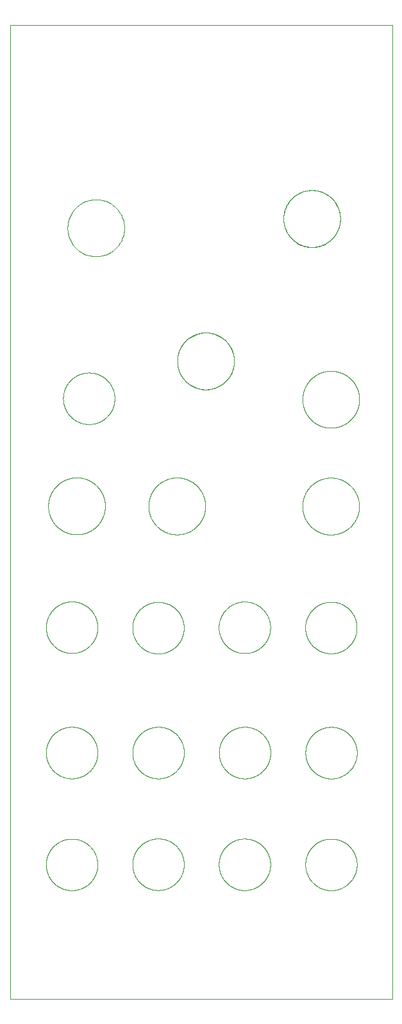
<source format=gbr>
%TF.GenerationSoftware,KiCad,Pcbnew,9.0.6*%
%TF.CreationDate,2025-11-20T09:42:16+01:00*%
%TF.ProjectId,Th-555-biondo_front,54682d35-3535-42d6-9269-6f6e646f5f66,rev?*%
%TF.SameCoordinates,Original*%
%TF.FileFunction,Profile,NP*%
%FSLAX46Y46*%
G04 Gerber Fmt 4.6, Leading zero omitted, Abs format (unit mm)*
G04 Created by KiCad (PCBNEW 9.0.6) date 2025-11-20 09:42:16*
%MOMM*%
%LPD*%
G01*
G04 APERTURE LIST*
%ADD10C,0.088194*%
%TA.AperFunction,Profile*%
%ADD11C,0.088194*%
%TD*%
%TA.AperFunction,Profile*%
%ADD12C,0.100000*%
%TD*%
G04 APERTURE END LIST*
D10*
X155557509Y-89515402D02*
X155557549Y-89532901D01*
X155557669Y-89550391D01*
X155557869Y-89567871D01*
X155558148Y-89585342D01*
X155558508Y-89602803D01*
X155558947Y-89620254D01*
X155559466Y-89637695D01*
X155560064Y-89655126D01*
X155560742Y-89672546D01*
X155561500Y-89689955D01*
X155562337Y-89707353D01*
X155563254Y-89724741D01*
X155564250Y-89742117D01*
X155565326Y-89759481D01*
X155566481Y-89776834D01*
X155567715Y-89794175D01*
X155569029Y-89811504D01*
X155570421Y-89828821D01*
X155571893Y-89846125D01*
X155573445Y-89863417D01*
X155575075Y-89880696D01*
X155576784Y-89897962D01*
X155578573Y-89915214D01*
X155580440Y-89932453D01*
X155582386Y-89949679D01*
X155584412Y-89966890D01*
X155586516Y-89984088D01*
X155588698Y-90001271D01*
X155590960Y-90018439D01*
X155593300Y-90035593D01*
X155595719Y-90052732D01*
X155598217Y-90069856D01*
X155600793Y-90086965D01*
X155603447Y-90104057D01*
X155606180Y-90121134D01*
X155608991Y-90138195D01*
X155611881Y-90155240D01*
X155614849Y-90172268D01*
X155617895Y-90189279D01*
X155621020Y-90206274D01*
X155624222Y-90223251D01*
X155627503Y-90240211D01*
X155630862Y-90257153D01*
X155634298Y-90274077D01*
X155637813Y-90290982D01*
X155641405Y-90307870D01*
X155645075Y-90324739D01*
X155648823Y-90341589D01*
X155652648Y-90358419D01*
X155656551Y-90375231D01*
X155660532Y-90392022D01*
X155664590Y-90408794D01*
X155668725Y-90425546D01*
X155672938Y-90442277D01*
X155677227Y-90458988D01*
X155681594Y-90475677D01*
X155686039Y-90492346D01*
X155690560Y-90508992D01*
X155695158Y-90525618D01*
X155699833Y-90542221D01*
X155704585Y-90558802D01*
X155709413Y-90575360D01*
X155714318Y-90591896D01*
X155719300Y-90608408D01*
X155724358Y-90624898D01*
X155729493Y-90641363D01*
X155734704Y-90657805D01*
X155739991Y-90674223D01*
X155745354Y-90690616D01*
X155750793Y-90706984D01*
X155756309Y-90723327D01*
X155761900Y-90739645D01*
X155767567Y-90755938D01*
X155773309Y-90772204D01*
X155779127Y-90788445D01*
X155785021Y-90804659D01*
X155790990Y-90820846D01*
X155797034Y-90837006D01*
X155803153Y-90853139D01*
X155809347Y-90869245D01*
X155815617Y-90885322D01*
X155821961Y-90901371D01*
X155828380Y-90917392D01*
X155834873Y-90933384D01*
X155841441Y-90949346D01*
X155848083Y-90965280D01*
X155854800Y-90981183D01*
X155861590Y-90997057D01*
X155868455Y-91012900D01*
X155875393Y-91028713D01*
X155882406Y-91044494D01*
X155889492Y-91060245D01*
X155896651Y-91075964D01*
X155903884Y-91091651D01*
X155911190Y-91107305D01*
X155918569Y-91122928D01*
X155926021Y-91138517D01*
X155933545Y-91154074D01*
X155941143Y-91169596D01*
X155948813Y-91185086D01*
X155956555Y-91200541D01*
X155964370Y-91215961D01*
X155972256Y-91231347D01*
X155980215Y-91246698D01*
X155988245Y-91262014D01*
X155996347Y-91277294D01*
X156004520Y-91292538D01*
X156012765Y-91307745D01*
X156021080Y-91322916D01*
X156029467Y-91338050D01*
X156037924Y-91353147D01*
X156046452Y-91368206D01*
X156055050Y-91383227D01*
X156063719Y-91398210D01*
X156072458Y-91413154D01*
X156081266Y-91428059D01*
X156090144Y-91442925D01*
X156099092Y-91457752D01*
X156108109Y-91472538D01*
X156117196Y-91487285D01*
X156126351Y-91501991D01*
X156135575Y-91516655D01*
X156144867Y-91531279D01*
X156154228Y-91545861D01*
X156163657Y-91560401D01*
X156173154Y-91574899D01*
X156182719Y-91589355D01*
X156192351Y-91603768D01*
X156202051Y-91618137D01*
X156211817Y-91632463D01*
X156221651Y-91646745D01*
X156231551Y-91660983D01*
X156241518Y-91675176D01*
X156251551Y-91689325D01*
X156261650Y-91703428D01*
X156271815Y-91717486D01*
X156282046Y-91731498D01*
X156292341Y-91745464D01*
X156302702Y-91759384D01*
X156313128Y-91773256D01*
X156323619Y-91787082D01*
X156334173Y-91800860D01*
X156344792Y-91814590D01*
X156355475Y-91828273D01*
X156366222Y-91841907D01*
X156377032Y-91855492D01*
X156387905Y-91869028D01*
X156398841Y-91882514D01*
X156409840Y-91895951D01*
X156420902Y-91909338D01*
X156432025Y-91922675D01*
X156443210Y-91935961D01*
X156454457Y-91949195D01*
X156465766Y-91962379D01*
X156477135Y-91975511D01*
X156488565Y-91988591D01*
X156500056Y-92001619D01*
X156511608Y-92014594D01*
X156523219Y-92027517D01*
X156534890Y-92040386D01*
X156546620Y-92053202D01*
X156558410Y-92065964D01*
X156570259Y-92078672D01*
X156582166Y-92091325D01*
X156594132Y-92103924D01*
X156606156Y-92116468D01*
X156618237Y-92128956D01*
X156630376Y-92141389D01*
X156642573Y-92153766D01*
X156654826Y-92166087D01*
X156660974Y-92172226D01*
X156667136Y-92178351D01*
X156673312Y-92184462D01*
X156679502Y-92190559D01*
X156685706Y-92196641D01*
X156691924Y-92202709D01*
X156698156Y-92208763D01*
X156704402Y-92214802D01*
X156710662Y-92220827D01*
X156716936Y-92226837D01*
X156723223Y-92232833D01*
X156729524Y-92238815D01*
X156735839Y-92244782D01*
X156742168Y-92250734D01*
X156748510Y-92256672D01*
X156754866Y-92262595D01*
X156761235Y-92268503D01*
X156767618Y-92274396D01*
X156774015Y-92280275D01*
X156780425Y-92286139D01*
X156786848Y-92291988D01*
X156793284Y-92297823D01*
X156799734Y-92303642D01*
X156806198Y-92309446D01*
X156812674Y-92315236D01*
X156819164Y-92321010D01*
X156825666Y-92326769D01*
X156832183Y-92332514D01*
X156838712Y-92338243D01*
X156845254Y-92343957D01*
X156851809Y-92349655D01*
X156858377Y-92355339D01*
X156864958Y-92361007D01*
X156871552Y-92366661D01*
X156878159Y-92372298D01*
X156884779Y-92377921D01*
X156891411Y-92383527D01*
X156898057Y-92389119D01*
X156904714Y-92394695D01*
X156911385Y-92400256D01*
X156918068Y-92405801D01*
X156924764Y-92411331D01*
X156931472Y-92416845D01*
X156938194Y-92422343D01*
X156944927Y-92427826D01*
X156951673Y-92433293D01*
X156958431Y-92438744D01*
X156965201Y-92444180D01*
X156971984Y-92449600D01*
X156978779Y-92455004D01*
X156985586Y-92460392D01*
X156992406Y-92465764D01*
X156999237Y-92471121D01*
X157006081Y-92476461D01*
X157012937Y-92481786D01*
X157019805Y-92487095D01*
X157026685Y-92492387D01*
X157033577Y-92497664D01*
X157040480Y-92502924D01*
X157047396Y-92508168D01*
X157054323Y-92513396D01*
X157061262Y-92518609D01*
X157068213Y-92523804D01*
X157075176Y-92528984D01*
X157082150Y-92534147D01*
X157089136Y-92539294D01*
X157096133Y-92544425D01*
X157103142Y-92549539D01*
X157110162Y-92554637D01*
X157117195Y-92559719D01*
X157124237Y-92564784D01*
X157131293Y-92569833D01*
X157138358Y-92574865D01*
X157145436Y-92579881D01*
X157152524Y-92584880D01*
X157159624Y-92589863D01*
X157166735Y-92594828D01*
X157173857Y-92599778D01*
X157180990Y-92604710D01*
X157188135Y-92609627D01*
X157195289Y-92614526D01*
X157202456Y-92619408D01*
X157209633Y-92624274D01*
X157216821Y-92629123D01*
X157224020Y-92633955D01*
X157231230Y-92638771D01*
X157238450Y-92643569D01*
X157245681Y-92648351D01*
X157252922Y-92653115D01*
X157260175Y-92657863D01*
X157267438Y-92662594D01*
X157274712Y-92667308D01*
X157281995Y-92672004D01*
X157289290Y-92676684D01*
X157296595Y-92681346D01*
X157303911Y-92685992D01*
X157311236Y-92690620D01*
X157318573Y-92695232D01*
X157325918Y-92699825D01*
X157333275Y-92704402D01*
X157340641Y-92708962D01*
X157348019Y-92713504D01*
X157355405Y-92718029D01*
X157362803Y-92722537D01*
X157370209Y-92727027D01*
X157377627Y-92731501D01*
X157385053Y-92735956D01*
X157392490Y-92740395D01*
X157399936Y-92744815D01*
X157407393Y-92749219D01*
X157414859Y-92753605D01*
X157422336Y-92757974D01*
X157429821Y-92762324D01*
X157437317Y-92766658D01*
X157444821Y-92770974D01*
X157452336Y-92775272D01*
X157459859Y-92779553D01*
X157467394Y-92783816D01*
X157474936Y-92788061D01*
X157482489Y-92792289D01*
X157490050Y-92796499D01*
X157497622Y-92800692D01*
X157505201Y-92804866D01*
X157512791Y-92809024D01*
X157520390Y-92813162D01*
X157527998Y-92817284D01*
X157535615Y-92821387D01*
X157543241Y-92825473D01*
X157550876Y-92829541D01*
X157558521Y-92833591D01*
X157566173Y-92837623D01*
X157573836Y-92841638D01*
X157581506Y-92845633D01*
X157589187Y-92849612D01*
X157596874Y-92853572D01*
X157604572Y-92857515D01*
X157612278Y-92861439D01*
X157619993Y-92865345D01*
X157627716Y-92869233D01*
X157635448Y-92873104D01*
X157643188Y-92876955D01*
X157650938Y-92880790D01*
X157658695Y-92884605D01*
X157666461Y-92888403D01*
X157674235Y-92892182D01*
X157682018Y-92895944D01*
X157689809Y-92899687D01*
X157697609Y-92903412D01*
X157705415Y-92907118D01*
X157713232Y-92910807D01*
X157721055Y-92914477D01*
X157728888Y-92918129D01*
X157736727Y-92921762D01*
X157744576Y-92925378D01*
X157752431Y-92928974D01*
X157760296Y-92932553D01*
X157768168Y-92936113D01*
X157776048Y-92939655D01*
X157783935Y-92943178D01*
X157791832Y-92946683D01*
X157799734Y-92950170D01*
X157807646Y-92953638D01*
X157815564Y-92957087D01*
X157823491Y-92960519D01*
X157831425Y-92963931D01*
X157839367Y-92967325D01*
X157847315Y-92970700D01*
X157855273Y-92974058D01*
X157863236Y-92977396D01*
X157871209Y-92980716D01*
X157879187Y-92984017D01*
X157887174Y-92987300D01*
X157895167Y-92990563D01*
X157903168Y-92993809D01*
X157911176Y-92997035D01*
X157919192Y-93000243D01*
X157927213Y-93003432D01*
X157935244Y-93006603D01*
X157943280Y-93009755D01*
X157951324Y-93012888D01*
X157959374Y-93016002D01*
X157967433Y-93019098D01*
X157975497Y-93022175D01*
X157983569Y-93025233D01*
X157991647Y-93028272D01*
X157999733Y-93031293D01*
X158007824Y-93034294D01*
X158015924Y-93037278D01*
X158024028Y-93040241D01*
X158032141Y-93043187D01*
X158040259Y-93046112D01*
X158048386Y-93049020D01*
X158056517Y-93051908D01*
X158064656Y-93054778D01*
X158072800Y-93057628D01*
X158080953Y-93060460D01*
X158089110Y-93063273D01*
X158097275Y-93066067D01*
X158105445Y-93068841D01*
X158113623Y-93071597D01*
X158121805Y-93074334D01*
X158129995Y-93077052D01*
X158138190Y-93079750D01*
X158146393Y-93082430D01*
X158154600Y-93085091D01*
X158162815Y-93087733D01*
X158171034Y-93090355D01*
X158179262Y-93092959D01*
X158187493Y-93095543D01*
X158195732Y-93098108D01*
X158203975Y-93100654D01*
X158212226Y-93103182D01*
X158220481Y-93105689D01*
X158228744Y-93108178D01*
X158237010Y-93110648D01*
X158245285Y-93113098D01*
X158253563Y-93115529D01*
X158261848Y-93117942D01*
X158270138Y-93120334D01*
X158278435Y-93122708D01*
X158286735Y-93125062D01*
X158295043Y-93127398D01*
X158303355Y-93129714D01*
X158311674Y-93132011D01*
X158319997Y-93134288D01*
X158328327Y-93136547D01*
X158336660Y-93138785D01*
X158345001Y-93141005D01*
X158353345Y-93143205D01*
X158361696Y-93145387D01*
X158370051Y-93147548D01*
X158378413Y-93149691D01*
X158386778Y-93151814D01*
X158395150Y-93153918D01*
X158403525Y-93156002D01*
X158411908Y-93158068D01*
X158420293Y-93160113D01*
X158428686Y-93162140D01*
X158437081Y-93164147D01*
X158445484Y-93166134D01*
X158453889Y-93168102D01*
X158462301Y-93170051D01*
X158470716Y-93171981D01*
X158479138Y-93173891D01*
X158487563Y-93175781D01*
X158495995Y-93177653D01*
X158504429Y-93179504D01*
X158512870Y-93181336D01*
X158521314Y-93183149D01*
X158529764Y-93184942D01*
X158538217Y-93186716D01*
X158546677Y-93188471D01*
X158555139Y-93190205D01*
X158563608Y-93191921D01*
X158572079Y-93193616D01*
X158580557Y-93195293D01*
X158589037Y-93196949D01*
X158597524Y-93198587D01*
X158606012Y-93200204D01*
X158614508Y-93201803D01*
X158623005Y-93203381D01*
X158631509Y-93204941D01*
X158640015Y-93206480D01*
X158648528Y-93208000D01*
X158657042Y-93209500D01*
X158665563Y-93210981D01*
X158674086Y-93212442D01*
X158682615Y-93213884D01*
X158691146Y-93215306D01*
X158699683Y-93216708D01*
X158708222Y-93218091D01*
X158716767Y-93219454D01*
X158725314Y-93220797D01*
X158733868Y-93222122D01*
X158742423Y-93223426D01*
X158750984Y-93224710D01*
X158759546Y-93225975D01*
X158768115Y-93227220D01*
X158776685Y-93228446D01*
X158785262Y-93229652D01*
X158793839Y-93230838D01*
X158802423Y-93232005D01*
X158811008Y-93233151D01*
X158819600Y-93234279D01*
X158828192Y-93235386D01*
X158836790Y-93236474D01*
X158845390Y-93237542D01*
X158853996Y-93238590D01*
X158862602Y-93239618D01*
X158871215Y-93240627D01*
X158879829Y-93241616D01*
X158888448Y-93242586D01*
X158897069Y-93243535D01*
X158905695Y-93244465D01*
X158914323Y-93245375D01*
X158922956Y-93246265D01*
X158931590Y-93247136D01*
X158940230Y-93247987D01*
X158948870Y-93248817D01*
X158957517Y-93249629D01*
X158966164Y-93250420D01*
X158974816Y-93251192D01*
X158983470Y-93251943D01*
X158992129Y-93252675D01*
X159000788Y-93253387D01*
X159009454Y-93254079D01*
X159018119Y-93254752D01*
X159026791Y-93255404D01*
X159035463Y-93256037D01*
X159044140Y-93256650D01*
X159052818Y-93257243D01*
X159061501Y-93257816D01*
X159070185Y-93258370D01*
X159078874Y-93258903D01*
X159087563Y-93259417D01*
X159096258Y-93259910D01*
X159104953Y-93260384D01*
X159113654Y-93260838D01*
X159122355Y-93261272D01*
X159131060Y-93261686D01*
X159139767Y-93262080D01*
X159148478Y-93262455D01*
X159157190Y-93262809D01*
X159165906Y-93263144D01*
X159174623Y-93263458D01*
X159183345Y-93263753D01*
X159192067Y-93264027D01*
X159200795Y-93264282D01*
X159209522Y-93264517D01*
X159218254Y-93264732D01*
X159226986Y-93264927D01*
X159235723Y-93265101D01*
X159244461Y-93265256D01*
X159253203Y-93265391D01*
X159261945Y-93265506D01*
X159270691Y-93265601D01*
X159279438Y-93265676D01*
X159288190Y-93265731D01*
X159296941Y-93265766D01*
X159305697Y-93265781D01*
X159307889Y-93265782D01*
X159307889Y-85765021D02*
X159290390Y-85765061D01*
X159272900Y-85765181D01*
X159255420Y-85765381D01*
X159237949Y-85765660D01*
X159220488Y-85766020D01*
X159203037Y-85766459D01*
X159185596Y-85766978D01*
X159168165Y-85767576D01*
X159150745Y-85768254D01*
X159133336Y-85769012D01*
X159115938Y-85769849D01*
X159098550Y-85770766D01*
X159081174Y-85771762D01*
X159063810Y-85772838D01*
X159046457Y-85773993D01*
X159029116Y-85775227D01*
X159011787Y-85776541D01*
X158994470Y-85777933D01*
X158977166Y-85779405D01*
X158959874Y-85780957D01*
X158942595Y-85782587D01*
X158925330Y-85784296D01*
X158908077Y-85786085D01*
X158890838Y-85787952D01*
X158873612Y-85789898D01*
X158856401Y-85791924D01*
X158839203Y-85794028D01*
X158822020Y-85796210D01*
X158804852Y-85798472D01*
X158787698Y-85800812D01*
X158770559Y-85803231D01*
X158753435Y-85805729D01*
X158736327Y-85808305D01*
X158719234Y-85810959D01*
X158702157Y-85813692D01*
X158685096Y-85816503D01*
X158668051Y-85819393D01*
X158651023Y-85822361D01*
X158634012Y-85825407D01*
X158617017Y-85828532D01*
X158600040Y-85831734D01*
X158583081Y-85835015D01*
X158566139Y-85838374D01*
X158549215Y-85841810D01*
X158532309Y-85845325D01*
X158515421Y-85848917D01*
X158498552Y-85852587D01*
X158481703Y-85856335D01*
X158464872Y-85860160D01*
X158448060Y-85864063D01*
X158431269Y-85868044D01*
X158414497Y-85872102D01*
X158397745Y-85876237D01*
X158381014Y-85880450D01*
X158364304Y-85884739D01*
X158347614Y-85889106D01*
X158330946Y-85893551D01*
X158314299Y-85898072D01*
X158297674Y-85902670D01*
X158281070Y-85907345D01*
X158264489Y-85912097D01*
X158247931Y-85916925D01*
X158231395Y-85921830D01*
X158214883Y-85926812D01*
X158198394Y-85931870D01*
X158181928Y-85937005D01*
X158165486Y-85942216D01*
X158149069Y-85947503D01*
X158132676Y-85952866D01*
X158116307Y-85958305D01*
X158099964Y-85963821D01*
X158083646Y-85969412D01*
X158067353Y-85975079D01*
X158051087Y-85980821D01*
X158034846Y-85986639D01*
X158018632Y-85992533D01*
X158002445Y-85998502D01*
X157986285Y-86004546D01*
X157970152Y-86010665D01*
X157954047Y-86016859D01*
X157937969Y-86023129D01*
X157921920Y-86029473D01*
X157905900Y-86035892D01*
X157889908Y-86042385D01*
X157873945Y-86048953D01*
X157858012Y-86055595D01*
X157842108Y-86062312D01*
X157826235Y-86069102D01*
X157810391Y-86075967D01*
X157794579Y-86082905D01*
X157778797Y-86089918D01*
X157763047Y-86097004D01*
X157747328Y-86104163D01*
X157731641Y-86111396D01*
X157715986Y-86118702D01*
X157700364Y-86126081D01*
X157684774Y-86133533D01*
X157669218Y-86141057D01*
X157653695Y-86148655D01*
X157638206Y-86156325D01*
X157622751Y-86164067D01*
X157607330Y-86171882D01*
X157591944Y-86179768D01*
X157576593Y-86187727D01*
X157561278Y-86195757D01*
X157545998Y-86203859D01*
X157530754Y-86212032D01*
X157515546Y-86220277D01*
X157500375Y-86228592D01*
X157485241Y-86236979D01*
X157470145Y-86245436D01*
X157455086Y-86253964D01*
X157440064Y-86262562D01*
X157425082Y-86271231D01*
X157410137Y-86279970D01*
X157395232Y-86288778D01*
X157380366Y-86297656D01*
X157365540Y-86306604D01*
X157350753Y-86315621D01*
X157336007Y-86324708D01*
X157321301Y-86333863D01*
X157306636Y-86343087D01*
X157292012Y-86352379D01*
X157277430Y-86361740D01*
X157262890Y-86371169D01*
X157248392Y-86380666D01*
X157233936Y-86390231D01*
X157219524Y-86399863D01*
X157205154Y-86409563D01*
X157190828Y-86419329D01*
X157176546Y-86429163D01*
X157162308Y-86439063D01*
X157148115Y-86449030D01*
X157133966Y-86459063D01*
X157119863Y-86469162D01*
X157105805Y-86479327D01*
X157091793Y-86489558D01*
X157077827Y-86499854D01*
X157063908Y-86510214D01*
X157050035Y-86520640D01*
X157036209Y-86531131D01*
X157022431Y-86541686D01*
X157008701Y-86552305D01*
X156995019Y-86562987D01*
X156981385Y-86573734D01*
X156967800Y-86584544D01*
X156954264Y-86595417D01*
X156940777Y-86606354D01*
X156927340Y-86617352D01*
X156913953Y-86628414D01*
X156900617Y-86639537D01*
X156887331Y-86650722D01*
X156874096Y-86661969D01*
X156860912Y-86673278D01*
X156847780Y-86684647D01*
X156834700Y-86696078D01*
X156821672Y-86707569D01*
X156808697Y-86719120D01*
X156795775Y-86730731D01*
X156782905Y-86742402D01*
X156770090Y-86754133D01*
X156757328Y-86765922D01*
X156744620Y-86777771D01*
X156731966Y-86789678D01*
X156719367Y-86801644D01*
X156706824Y-86813668D01*
X156694335Y-86825749D01*
X156681902Y-86837889D01*
X156669525Y-86850085D01*
X156657204Y-86862338D01*
X156651065Y-86868486D01*
X156644940Y-86874648D01*
X156638829Y-86880824D01*
X156632733Y-86887014D01*
X156626650Y-86893218D01*
X156620582Y-86899437D01*
X156614529Y-86905669D01*
X156608489Y-86911915D01*
X156602464Y-86918174D01*
X156596454Y-86924448D01*
X156590458Y-86930735D01*
X156584477Y-86937037D01*
X156578510Y-86943352D01*
X156572557Y-86949680D01*
X156566620Y-86956022D01*
X156560697Y-86962378D01*
X156554789Y-86968747D01*
X156548895Y-86975130D01*
X156543016Y-86981527D01*
X156537152Y-86987937D01*
X156531303Y-86994360D01*
X156525469Y-87000797D01*
X156519650Y-87007246D01*
X156513845Y-87013710D01*
X156508056Y-87020186D01*
X156502281Y-87026676D01*
X156496522Y-87033179D01*
X156490778Y-87039695D01*
X156485049Y-87046224D01*
X156479335Y-87052766D01*
X156473636Y-87059321D01*
X156467952Y-87065889D01*
X156462284Y-87072470D01*
X156456631Y-87079065D01*
X156450993Y-87085671D01*
X156445371Y-87092291D01*
X156439764Y-87098924D01*
X156434172Y-87105569D01*
X156428596Y-87112227D01*
X156423035Y-87118898D01*
X156417490Y-87125581D01*
X156411961Y-87132277D01*
X156406447Y-87138985D01*
X156400948Y-87145706D01*
X156395466Y-87152439D01*
X156389998Y-87159185D01*
X156384547Y-87165943D01*
X156379111Y-87172714D01*
X156373692Y-87179496D01*
X156368287Y-87186291D01*
X156362899Y-87193099D01*
X156357527Y-87199918D01*
X156352171Y-87206750D01*
X156346830Y-87213594D01*
X156341506Y-87220449D01*
X156336197Y-87227317D01*
X156330904Y-87234197D01*
X156325628Y-87241089D01*
X156320367Y-87247992D01*
X156315123Y-87254908D01*
X156309895Y-87261835D01*
X156304683Y-87268775D01*
X156299487Y-87275725D01*
X156294307Y-87282688D01*
X156289144Y-87289662D01*
X156283997Y-87296648D01*
X156278866Y-87303645D01*
X156273752Y-87310654D01*
X156268654Y-87317675D01*
X156263572Y-87324707D01*
X156258507Y-87331750D01*
X156253458Y-87338805D01*
X156248426Y-87345870D01*
X156243410Y-87352948D01*
X156238412Y-87360036D01*
X156233429Y-87367137D01*
X156228463Y-87374247D01*
X156223513Y-87381370D01*
X156218581Y-87388502D01*
X156213665Y-87395647D01*
X156208766Y-87402802D01*
X156203883Y-87409968D01*
X156199017Y-87417145D01*
X156194168Y-87424334D01*
X156189336Y-87431532D01*
X156184520Y-87438742D01*
X156179722Y-87445962D01*
X156174940Y-87453193D01*
X156170176Y-87460435D01*
X156165428Y-87467688D01*
X156160698Y-87474950D01*
X156155984Y-87482224D01*
X156151287Y-87489508D01*
X156146607Y-87496803D01*
X156141945Y-87504107D01*
X156137299Y-87511423D01*
X156132671Y-87518748D01*
X156128060Y-87526085D01*
X156123466Y-87533431D01*
X156118889Y-87540788D01*
X156114330Y-87548154D01*
X156109787Y-87555531D01*
X156105262Y-87562917D01*
X156100754Y-87570315D01*
X156096264Y-87577721D01*
X156091791Y-87585139D01*
X156087335Y-87592565D01*
X156082897Y-87600003D01*
X156078476Y-87607449D01*
X156074072Y-87614906D01*
X156069687Y-87622371D01*
X156065318Y-87629848D01*
X156060967Y-87637333D01*
X156056633Y-87644829D01*
X156052318Y-87652333D01*
X156048019Y-87659848D01*
X156043739Y-87667372D01*
X156039475Y-87674906D01*
X156035230Y-87682448D01*
X156031002Y-87690001D01*
X156026792Y-87697562D01*
X156022599Y-87705134D01*
X156018425Y-87712714D01*
X156014268Y-87720304D01*
X156010129Y-87727902D01*
X156006007Y-87735511D01*
X156001904Y-87743127D01*
X155997818Y-87750754D01*
X155993750Y-87758388D01*
X155989700Y-87766033D01*
X155985668Y-87773685D01*
X155981654Y-87781348D01*
X155977658Y-87789018D01*
X155973679Y-87796699D01*
X155969719Y-87804387D01*
X155965776Y-87812085D01*
X155961853Y-87819790D01*
X155957946Y-87827506D01*
X155954058Y-87835228D01*
X155950188Y-87842961D01*
X155946336Y-87850701D01*
X155942501Y-87858450D01*
X155938686Y-87866207D01*
X155934888Y-87873974D01*
X155931109Y-87881747D01*
X155927347Y-87889531D01*
X155923604Y-87897321D01*
X155919879Y-87905121D01*
X155916173Y-87912928D01*
X155912484Y-87920744D01*
X155908814Y-87928567D01*
X155905162Y-87936400D01*
X155901529Y-87944240D01*
X155897913Y-87952089D01*
X155894317Y-87959944D01*
X155890738Y-87967809D01*
X155887178Y-87975680D01*
X155883636Y-87983561D01*
X155880113Y-87991448D01*
X155876608Y-87999344D01*
X155873122Y-88007247D01*
X155869653Y-88015159D01*
X155866204Y-88023077D01*
X155862773Y-88031004D01*
X155859360Y-88038937D01*
X155855966Y-88046880D01*
X155852591Y-88054828D01*
X155849234Y-88062785D01*
X155845896Y-88070749D01*
X155842575Y-88078721D01*
X155839275Y-88086699D01*
X155835992Y-88094686D01*
X155832728Y-88102679D01*
X155829482Y-88110681D01*
X155826256Y-88118688D01*
X155823048Y-88126704D01*
X155819859Y-88134726D01*
X155816688Y-88142757D01*
X155813536Y-88150792D01*
X155810403Y-88158837D01*
X155807289Y-88166887D01*
X155804193Y-88174945D01*
X155801116Y-88183009D01*
X155798058Y-88191082D01*
X155795019Y-88199159D01*
X155791998Y-88207245D01*
X155788997Y-88215336D01*
X155786014Y-88223436D01*
X155783050Y-88231541D01*
X155780104Y-88239654D01*
X155777179Y-88247772D01*
X155774271Y-88255898D01*
X155771383Y-88264029D01*
X155768513Y-88272169D01*
X155765663Y-88280313D01*
X155762831Y-88288465D01*
X155760018Y-88296622D01*
X155757224Y-88304787D01*
X155754450Y-88312957D01*
X155751694Y-88321135D01*
X155748957Y-88329317D01*
X155746239Y-88337508D01*
X155743541Y-88345703D01*
X155740861Y-88353906D01*
X155738200Y-88362112D01*
X155735558Y-88370328D01*
X155732936Y-88378547D01*
X155730332Y-88386774D01*
X155727748Y-88395005D01*
X155725183Y-88403245D01*
X155722637Y-88411488D01*
X155720109Y-88419739D01*
X155717602Y-88427994D01*
X155715113Y-88436256D01*
X155712644Y-88444523D01*
X155710193Y-88452797D01*
X155707762Y-88461075D01*
X155705349Y-88469361D01*
X155702957Y-88477650D01*
X155700583Y-88485947D01*
X155698229Y-88494248D01*
X155695893Y-88502556D01*
X155693577Y-88510867D01*
X155691280Y-88519187D01*
X155689003Y-88527509D01*
X155686744Y-88535839D01*
X155684506Y-88544173D01*
X155682286Y-88552513D01*
X155680086Y-88560857D01*
X155677904Y-88569209D01*
X155675743Y-88577563D01*
X155673600Y-88585925D01*
X155671477Y-88594290D01*
X155669373Y-88602663D01*
X155667289Y-88611038D01*
X155665223Y-88619420D01*
X155663178Y-88627806D01*
X155661151Y-88636198D01*
X155659145Y-88644594D01*
X155657157Y-88652996D01*
X155655189Y-88661401D01*
X155653240Y-88669814D01*
X155651310Y-88678229D01*
X155649400Y-88686651D01*
X155647510Y-88695076D01*
X155645639Y-88703508D01*
X155643787Y-88711942D01*
X155641955Y-88720383D01*
X155640142Y-88728826D01*
X155638349Y-88737277D01*
X155636575Y-88745730D01*
X155634820Y-88754190D01*
X155633086Y-88762652D01*
X155631370Y-88771121D01*
X155629675Y-88779592D01*
X155627998Y-88788069D01*
X155626342Y-88796549D01*
X155624704Y-88805036D01*
X155623087Y-88813525D01*
X155621488Y-88822020D01*
X155619910Y-88830518D01*
X155618350Y-88839022D01*
X155616811Y-88847528D01*
X155615291Y-88856040D01*
X155613791Y-88864555D01*
X155612310Y-88873076D01*
X155610849Y-88881598D01*
X155609407Y-88890127D01*
X155607985Y-88898658D01*
X155606583Y-88907196D01*
X155605200Y-88915735D01*
X155603837Y-88924280D01*
X155602494Y-88932827D01*
X155601170Y-88941380D01*
X155599865Y-88949935D01*
X155598581Y-88958496D01*
X155597316Y-88967059D01*
X155596071Y-88975628D01*
X155594845Y-88984198D01*
X155593639Y-88992774D01*
X155592453Y-89001352D01*
X155591286Y-89009936D01*
X155590140Y-89018521D01*
X155589012Y-89027112D01*
X155587905Y-89035705D01*
X155586817Y-89044303D01*
X155585749Y-89052903D01*
X155584701Y-89061508D01*
X155583673Y-89070115D01*
X155582664Y-89078728D01*
X155581675Y-89087341D01*
X155580705Y-89095961D01*
X155579756Y-89104582D01*
X155578826Y-89113208D01*
X155577916Y-89121835D01*
X155577026Y-89130469D01*
X155576155Y-89139103D01*
X155575304Y-89147742D01*
X155574474Y-89156383D01*
X155573662Y-89165029D01*
X155572871Y-89173676D01*
X155572100Y-89182329D01*
X155571348Y-89190982D01*
X155570616Y-89199641D01*
X155569904Y-89208301D01*
X155569212Y-89216966D01*
X155568539Y-89225632D01*
X155567887Y-89234303D01*
X155567254Y-89242975D01*
X155566641Y-89251653D01*
X155566048Y-89260331D01*
X155565475Y-89269014D01*
X155564922Y-89277698D01*
X155564388Y-89286387D01*
X155563874Y-89295076D01*
X155563381Y-89303771D01*
X155562907Y-89312466D01*
X155562453Y-89321166D01*
X155562019Y-89329867D01*
X155561605Y-89338573D01*
X155561211Y-89347279D01*
X155560836Y-89355991D01*
X155560482Y-89364702D01*
X155560147Y-89373419D01*
X155559833Y-89382136D01*
X155559538Y-89390858D01*
X155559264Y-89399580D01*
X155559009Y-89408307D01*
X155558774Y-89417034D01*
X155558559Y-89425767D01*
X155558364Y-89434499D01*
X155558190Y-89443236D01*
X155558035Y-89451973D01*
X155557900Y-89460715D01*
X155557785Y-89469457D01*
X155557690Y-89478204D01*
X155557615Y-89486951D01*
X155557560Y-89495702D01*
X155557525Y-89504454D01*
X155557510Y-89513210D01*
X155557509Y-89515402D01*
X159307889Y-93265782D02*
X159325388Y-93265742D01*
X159342878Y-93265622D01*
X159360358Y-93265422D01*
X159377829Y-93265143D01*
X159395290Y-93264783D01*
X159412741Y-93264344D01*
X159430182Y-93263825D01*
X159447612Y-93263227D01*
X159465032Y-93262549D01*
X159482441Y-93261791D01*
X159499839Y-93260954D01*
X159517226Y-93260037D01*
X159534602Y-93259041D01*
X159551966Y-93257965D01*
X159569318Y-93256810D01*
X159586659Y-93255576D01*
X159603988Y-93254263D01*
X159621304Y-93252870D01*
X159638608Y-93251398D01*
X159655899Y-93249846D01*
X159673178Y-93248216D01*
X159690443Y-93246507D01*
X159707695Y-93244719D01*
X159724933Y-93242851D01*
X159742158Y-93240905D01*
X159759369Y-93238880D01*
X159776566Y-93236776D01*
X159793749Y-93234593D01*
X159810917Y-93232331D01*
X159828070Y-93229991D01*
X159845208Y-93227572D01*
X159862331Y-93225075D01*
X159879439Y-93222499D01*
X159896531Y-93219845D01*
X159913607Y-93217112D01*
X159930667Y-93214300D01*
X159947711Y-93211411D01*
X159964738Y-93208443D01*
X159981749Y-93205397D01*
X159998742Y-93202272D01*
X160015719Y-93199070D01*
X160032677Y-93195789D01*
X160049618Y-93192431D01*
X160066542Y-93188994D01*
X160083447Y-93185480D01*
X160100333Y-93181888D01*
X160117201Y-93178218D01*
X160134050Y-93174470D01*
X160150879Y-93170645D01*
X160167690Y-93166742D01*
X160184480Y-93162762D01*
X160201251Y-93158704D01*
X160218002Y-93154568D01*
X160234732Y-93150356D01*
X160251441Y-93146066D01*
X160268129Y-93141699D01*
X160284797Y-93137255D01*
X160301442Y-93132734D01*
X160318066Y-93128136D01*
X160334668Y-93123461D01*
X160351248Y-93118710D01*
X160367805Y-93113881D01*
X160384340Y-93108976D01*
X160400851Y-93103995D01*
X160417339Y-93098937D01*
X160433803Y-93093802D01*
X160450244Y-93088592D01*
X160466660Y-93083305D01*
X160483052Y-93077942D01*
X160499419Y-93072503D01*
X160515761Y-93066988D01*
X160532078Y-93061397D01*
X160548369Y-93055730D01*
X160564634Y-93049988D01*
X160580873Y-93044170D01*
X160597086Y-93038277D01*
X160613271Y-93032308D01*
X160629430Y-93026264D01*
X160645562Y-93020145D01*
X160661666Y-93013951D01*
X160677741Y-93007682D01*
X160693789Y-93001338D01*
X160709808Y-92994919D01*
X160725799Y-92988426D01*
X160741760Y-92981859D01*
X160757692Y-92975217D01*
X160773594Y-92968500D01*
X160789466Y-92961710D01*
X160805308Y-92954846D01*
X160821119Y-92947907D01*
X160836899Y-92940895D01*
X160852648Y-92933810D01*
X160868365Y-92926651D01*
X160884051Y-92919418D01*
X160899704Y-92912112D01*
X160915324Y-92904734D01*
X160930912Y-92897282D01*
X160946467Y-92889758D01*
X160961989Y-92882160D01*
X160977476Y-92874491D01*
X160992930Y-92866749D01*
X161008349Y-92858934D01*
X161023733Y-92851048D01*
X161039082Y-92843090D01*
X161054396Y-92835060D01*
X161069675Y-92826959D01*
X161084917Y-92818786D01*
X161100123Y-92810541D01*
X161115292Y-92802226D01*
X161130424Y-92793840D01*
X161145519Y-92785383D01*
X161160577Y-92776855D01*
X161175596Y-92768257D01*
X161190578Y-92759589D01*
X161205520Y-92750851D01*
X161220424Y-92742042D01*
X161235288Y-92733164D01*
X161250113Y-92724217D01*
X161264898Y-92715200D01*
X161279643Y-92706114D01*
X161294347Y-92696959D01*
X161309010Y-92687736D01*
X161323632Y-92678444D01*
X161338213Y-92669083D01*
X161352751Y-92659654D01*
X161367248Y-92650158D01*
X161381701Y-92640593D01*
X161396112Y-92630961D01*
X161410480Y-92621262D01*
X161424804Y-92611496D01*
X161439085Y-92601662D01*
X161453321Y-92591762D01*
X161467513Y-92581796D01*
X161481660Y-92571763D01*
X161495762Y-92561664D01*
X161509818Y-92551500D01*
X161523828Y-92541270D01*
X161537793Y-92530974D01*
X161551711Y-92520613D01*
X161565582Y-92510188D01*
X161579406Y-92499698D01*
X161593182Y-92489143D01*
X161606911Y-92478524D01*
X161620591Y-92467842D01*
X161634224Y-92457096D01*
X161647807Y-92446286D01*
X161661342Y-92435413D01*
X161674827Y-92424477D01*
X161688262Y-92413478D01*
X161701647Y-92402417D01*
X161714982Y-92391294D01*
X161728267Y-92380109D01*
X161741500Y-92368862D01*
X161754682Y-92357554D01*
X161767813Y-92346185D01*
X161780891Y-92334755D01*
X161793917Y-92323264D01*
X161806891Y-92311713D01*
X161819812Y-92300102D01*
X161832680Y-92288431D01*
X161845494Y-92276701D01*
X161858255Y-92264912D01*
X161870961Y-92253063D01*
X161883613Y-92241156D01*
X161896210Y-92229190D01*
X161908753Y-92217167D01*
X161921240Y-92205085D01*
X161933671Y-92192947D01*
X161946047Y-92180750D01*
X161958366Y-92168497D01*
X161964504Y-92162349D01*
X161970629Y-92156188D01*
X161976739Y-92150012D01*
X161982835Y-92143821D01*
X161988916Y-92137617D01*
X161994984Y-92131399D01*
X162001037Y-92125167D01*
X162007075Y-92118921D01*
X162013099Y-92112662D01*
X162019109Y-92106388D01*
X162025104Y-92100101D01*
X162031085Y-92093800D01*
X162037051Y-92087485D01*
X162043003Y-92081156D01*
X162048940Y-92074814D01*
X162054862Y-92068458D01*
X162060770Y-92062089D01*
X162066663Y-92055706D01*
X162072541Y-92049310D01*
X162078404Y-92042900D01*
X162084252Y-92036477D01*
X162090086Y-92030040D01*
X162095904Y-92023590D01*
X162101708Y-92017127D01*
X162107497Y-92010651D01*
X162113271Y-92004161D01*
X162119029Y-91997658D01*
X162124773Y-91991142D01*
X162130501Y-91984613D01*
X162136215Y-91978071D01*
X162141913Y-91971516D01*
X162147596Y-91964947D01*
X162153263Y-91958366D01*
X162158916Y-91951772D01*
X162164553Y-91945166D01*
X162170175Y-91938546D01*
X162175781Y-91931913D01*
X162181372Y-91925268D01*
X162186947Y-91918610D01*
X162192508Y-91911939D01*
X162198052Y-91905256D01*
X162203581Y-91898560D01*
X162209094Y-91891852D01*
X162214592Y-91885131D01*
X162220074Y-91878398D01*
X162225541Y-91871652D01*
X162230991Y-91864894D01*
X162236426Y-91858123D01*
X162241845Y-91851340D01*
X162247249Y-91844545D01*
X162252636Y-91837738D01*
X162258008Y-91830918D01*
X162263364Y-91824087D01*
X162268704Y-91817243D01*
X162274028Y-91810387D01*
X162279336Y-91803519D01*
X162284628Y-91796639D01*
X162289904Y-91789747D01*
X162295163Y-91782844D01*
X162300407Y-91775928D01*
X162305635Y-91769001D01*
X162310846Y-91762061D01*
X162316041Y-91755111D01*
X162321221Y-91748148D01*
X162326383Y-91741174D01*
X162331530Y-91734188D01*
X162336660Y-91727190D01*
X162341774Y-91720181D01*
X162346871Y-91713161D01*
X162351952Y-91706128D01*
X162357017Y-91699085D01*
X162362065Y-91692030D01*
X162367096Y-91684965D01*
X162372112Y-91677887D01*
X162377110Y-91670798D01*
X162382092Y-91663698D01*
X162387057Y-91656587D01*
X162392007Y-91649465D01*
X162396938Y-91642332D01*
X162401854Y-91635187D01*
X162406753Y-91628032D01*
X162411635Y-91620866D01*
X162416500Y-91613689D01*
X162421349Y-91606500D01*
X162426180Y-91599302D01*
X162430995Y-91592091D01*
X162435793Y-91584871D01*
X162440574Y-91577640D01*
X162445338Y-91570398D01*
X162450085Y-91563145D01*
X162454815Y-91555882D01*
X162459529Y-91548608D01*
X162464225Y-91541325D01*
X162468904Y-91534029D01*
X162473566Y-91526725D01*
X162478211Y-91519409D01*
X162482839Y-91512083D01*
X162487450Y-91504747D01*
X162492043Y-91497401D01*
X162496619Y-91490043D01*
X162501178Y-91482677D01*
X162505720Y-91475300D01*
X162510244Y-91467913D01*
X162514752Y-91460515D01*
X162519242Y-91453109D01*
X162523715Y-91445691D01*
X162528169Y-91438264D01*
X162532608Y-91430827D01*
X162537028Y-91423380D01*
X162541431Y-91415923D01*
X162545816Y-91408457D01*
X162550184Y-91400980D01*
X162554535Y-91393495D01*
X162558868Y-91385999D01*
X162563183Y-91378494D01*
X162567481Y-91370979D01*
X162571761Y-91363456D01*
X162576024Y-91355921D01*
X162580269Y-91348379D01*
X162584496Y-91340825D01*
X162588706Y-91333264D01*
X162592898Y-91325692D01*
X162597072Y-91318112D01*
X162601229Y-91310522D01*
X162605367Y-91302923D01*
X162609488Y-91295314D01*
X162613591Y-91287698D01*
X162617677Y-91280071D01*
X162621744Y-91272436D01*
X162625794Y-91264791D01*
X162629825Y-91257138D01*
X162633839Y-91249475D01*
X162637835Y-91241804D01*
X162641813Y-91234124D01*
X162645772Y-91226435D01*
X162649715Y-91218737D01*
X162653638Y-91211032D01*
X162657544Y-91203316D01*
X162661432Y-91195593D01*
X162665302Y-91187860D01*
X162669153Y-91180120D01*
X162672987Y-91172370D01*
X162676802Y-91164613D01*
X162680600Y-91156845D01*
X162684378Y-91149072D01*
X162688140Y-91141288D01*
X162691882Y-91133497D01*
X162695607Y-91125697D01*
X162699313Y-91117890D01*
X162703001Y-91110073D01*
X162706670Y-91102249D01*
X162710322Y-91094416D01*
X162713955Y-91086576D01*
X162717570Y-91078727D01*
X162721166Y-91070871D01*
X162724745Y-91063006D01*
X162728304Y-91055134D01*
X162731846Y-91047253D01*
X162735368Y-91039366D01*
X162738873Y-91031469D01*
X162742359Y-91023566D01*
X162745827Y-91015654D01*
X162749276Y-91007735D01*
X162752707Y-90999808D01*
X162756119Y-90991874D01*
X162759513Y-90983931D01*
X162762887Y-90975982D01*
X162766244Y-90968024D01*
X162769582Y-90960061D01*
X162772902Y-90952088D01*
X162776202Y-90944109D01*
X162779485Y-90936122D01*
X162782748Y-90928128D01*
X162785993Y-90920126D01*
X162789219Y-90912119D01*
X162792427Y-90904102D01*
X162795616Y-90896080D01*
X162798786Y-90888049D01*
X162801937Y-90880013D01*
X162805071Y-90871967D01*
X162808184Y-90863917D01*
X162811280Y-90855858D01*
X162814356Y-90847794D01*
X162817414Y-90839721D01*
X162820453Y-90831643D01*
X162823473Y-90823556D01*
X162826474Y-90815465D01*
X162829457Y-90807364D01*
X162832420Y-90799259D01*
X162835365Y-90791145D01*
X162838291Y-90783027D01*
X162841198Y-90774900D01*
X162844086Y-90766769D01*
X162846956Y-90758629D01*
X162849805Y-90750484D01*
X162852637Y-90742331D01*
X162855449Y-90734174D01*
X162858243Y-90726008D01*
X162861017Y-90717838D01*
X162863773Y-90709659D01*
X162866509Y-90701476D01*
X162869227Y-90693285D01*
X162871925Y-90685090D01*
X162874604Y-90676886D01*
X162877264Y-90668679D01*
X162879906Y-90660463D01*
X162882528Y-90652243D01*
X162885131Y-90644015D01*
X162887715Y-90635784D01*
X162890280Y-90627544D01*
X162892826Y-90619300D01*
X162895353Y-90611048D01*
X162897860Y-90602793D01*
X162900349Y-90594530D01*
X162902818Y-90586263D01*
X162905268Y-90577988D01*
X162907699Y-90569709D01*
X162910111Y-90561423D01*
X162912503Y-90553133D01*
X162914877Y-90544835D01*
X162917231Y-90536534D01*
X162919566Y-90528225D01*
X162921882Y-90519913D01*
X162924178Y-90511593D01*
X162926455Y-90503270D01*
X162928714Y-90494939D01*
X162930952Y-90486605D01*
X162933172Y-90478264D01*
X162935371Y-90469919D01*
X162937553Y-90461567D01*
X162939714Y-90453212D01*
X162941856Y-90444849D01*
X162943979Y-90436484D01*
X162946083Y-90428111D01*
X162948166Y-90419735D01*
X162950232Y-90411352D01*
X162952277Y-90402966D01*
X162954303Y-90394572D01*
X162956310Y-90386176D01*
X162958297Y-90377773D01*
X162960265Y-90369367D01*
X162962214Y-90360954D01*
X162964142Y-90352538D01*
X162966052Y-90344115D01*
X162967942Y-90335690D01*
X162969813Y-90327258D01*
X162971665Y-90318823D01*
X162973497Y-90310381D01*
X162975309Y-90301936D01*
X162977102Y-90293485D01*
X162978875Y-90285032D01*
X162980630Y-90276571D01*
X162982364Y-90268108D01*
X162984079Y-90259639D01*
X162985775Y-90251167D01*
X162987451Y-90242688D01*
X162989107Y-90234208D01*
X162990744Y-90225720D01*
X162992362Y-90217231D01*
X162993960Y-90208735D01*
X162995538Y-90200236D01*
X162997097Y-90191732D01*
X162998636Y-90183225D01*
X163000156Y-90174712D01*
X163001656Y-90166196D01*
X163003136Y-90157675D01*
X163004597Y-90149151D01*
X163006039Y-90140621D01*
X163007460Y-90132090D01*
X163008862Y-90123551D01*
X163010245Y-90115012D01*
X163011608Y-90106466D01*
X163012951Y-90097918D01*
X163014274Y-90089364D01*
X163015578Y-90080808D01*
X163016863Y-90072246D01*
X163018127Y-90063683D01*
X163019372Y-90055113D01*
X163020597Y-90046542D01*
X163021803Y-90037965D01*
X163022989Y-90029386D01*
X163024155Y-90020802D01*
X163025302Y-90012216D01*
X163026429Y-90003624D01*
X163027536Y-89995031D01*
X163028623Y-89986431D01*
X163029691Y-89977831D01*
X163030739Y-89969224D01*
X163031767Y-89960617D01*
X163032776Y-89952003D01*
X163033765Y-89943389D01*
X163034734Y-89934768D01*
X163035683Y-89926147D01*
X163036613Y-89917520D01*
X163037522Y-89908891D01*
X163038412Y-89900257D01*
X163039282Y-89891623D01*
X163040133Y-89882982D01*
X163040964Y-89874340D01*
X163041774Y-89865693D01*
X163042565Y-89857045D01*
X163043337Y-89848392D01*
X163044088Y-89839738D01*
X163044820Y-89831078D01*
X163045532Y-89822417D01*
X163046224Y-89813751D01*
X163046896Y-89805084D01*
X163047548Y-89796412D01*
X163048180Y-89787739D01*
X163048793Y-89779061D01*
X163049386Y-89770382D01*
X163049959Y-89761698D01*
X163050512Y-89753014D01*
X163051045Y-89744324D01*
X163051558Y-89735633D01*
X163052052Y-89726938D01*
X163052525Y-89718241D01*
X163052979Y-89709540D01*
X163053413Y-89700839D01*
X163053827Y-89692132D01*
X163054220Y-89683425D01*
X163054595Y-89674712D01*
X163054949Y-89666000D01*
X163055283Y-89657282D01*
X163055597Y-89648564D01*
X163055891Y-89639841D01*
X163056166Y-89631118D01*
X163056420Y-89622390D01*
X163056655Y-89613662D01*
X163056869Y-89604929D01*
X163057064Y-89596196D01*
X163057239Y-89587458D01*
X163057393Y-89578720D01*
X163057528Y-89569977D01*
X163057643Y-89561234D01*
X163057737Y-89552486D01*
X163057812Y-89543738D01*
X163057867Y-89534986D01*
X163057902Y-89526233D01*
X163057916Y-89517476D01*
X163057917Y-89515402D01*
X163057917Y-89515402D02*
X163057877Y-89497901D01*
X163057757Y-89480409D01*
X163057557Y-89462927D01*
X163057278Y-89445454D01*
X163056918Y-89427992D01*
X163056479Y-89410539D01*
X163055960Y-89393096D01*
X163055362Y-89375664D01*
X163054684Y-89358242D01*
X163053926Y-89340831D01*
X163053089Y-89323431D01*
X163052172Y-89306042D01*
X163051176Y-89288664D01*
X163050100Y-89271298D01*
X163048945Y-89253943D01*
X163047711Y-89236601D01*
X163046397Y-89219270D01*
X163045005Y-89201951D01*
X163043533Y-89184645D01*
X163041981Y-89167352D01*
X163040351Y-89150072D01*
X163038642Y-89132804D01*
X163036853Y-89115550D01*
X163034986Y-89098309D01*
X163033040Y-89081082D01*
X163031015Y-89063869D01*
X163028911Y-89046670D01*
X163026728Y-89029485D01*
X163024466Y-89012315D01*
X163022126Y-88995160D01*
X163019707Y-88978019D01*
X163017210Y-88960894D01*
X163014634Y-88943784D01*
X163011979Y-88926690D01*
X163009246Y-88909611D01*
X163006435Y-88892549D01*
X163003545Y-88875503D01*
X163000577Y-88858473D01*
X162997531Y-88841461D01*
X162994407Y-88824465D01*
X162991204Y-88807486D01*
X162987924Y-88790525D01*
X162984565Y-88773582D01*
X162981129Y-88756656D01*
X162977614Y-88739749D01*
X162974022Y-88722860D01*
X162970352Y-88705990D01*
X162966604Y-88689139D01*
X162962779Y-88672307D01*
X162958876Y-88655494D01*
X162954895Y-88638702D01*
X162950838Y-88621929D01*
X162946702Y-88605176D01*
X162942490Y-88588443D01*
X162938200Y-88571732D01*
X162933833Y-88555041D01*
X162929389Y-88538371D01*
X162924868Y-88521723D01*
X162920270Y-88505097D01*
X162915595Y-88488493D01*
X162910843Y-88471910D01*
X162906015Y-88455351D01*
X162901110Y-88438814D01*
X162896128Y-88422301D01*
X162891070Y-88405810D01*
X162885936Y-88389344D01*
X162880725Y-88372901D01*
X162875438Y-88356482D01*
X162870075Y-88340088D01*
X162864636Y-88323719D01*
X162859121Y-88307375D01*
X162853530Y-88291056D01*
X162847863Y-88274762D01*
X162842121Y-88258495D01*
X162836303Y-88242254D01*
X162830410Y-88226039D01*
X162824441Y-88209851D01*
X162818397Y-88193690D01*
X162812278Y-88177556D01*
X162806084Y-88161450D01*
X162799815Y-88145372D01*
X162793471Y-88129322D01*
X162787052Y-88113300D01*
X162780559Y-88097308D01*
X162773991Y-88081344D01*
X162767349Y-88065410D01*
X162760633Y-88049506D01*
X162753843Y-88033632D01*
X162746978Y-88017788D01*
X162740040Y-88001975D01*
X162733028Y-87986192D01*
X162725943Y-87970441D01*
X162718783Y-87954722D01*
X162711551Y-87939034D01*
X162704245Y-87923379D01*
X162696867Y-87907756D01*
X162689415Y-87892166D01*
X162681891Y-87876609D01*
X162674294Y-87861086D01*
X162666624Y-87845596D01*
X162658882Y-87830141D01*
X162651068Y-87814720D01*
X162643182Y-87799333D01*
X162635224Y-87783982D01*
X162627194Y-87768666D01*
X162619092Y-87753386D01*
X162610920Y-87738141D01*
X162602675Y-87722934D01*
X162594360Y-87707762D01*
X162585974Y-87692628D01*
X162577517Y-87677531D01*
X162568990Y-87662472D01*
X162560392Y-87647450D01*
X162551724Y-87632467D01*
X162542986Y-87617523D01*
X162534178Y-87602617D01*
X162525300Y-87587751D01*
X162516353Y-87572925D01*
X162507336Y-87558138D01*
X162498250Y-87543391D01*
X162489096Y-87528685D01*
X162479872Y-87514020D01*
X162470580Y-87499397D01*
X162461220Y-87484814D01*
X162451792Y-87470274D01*
X162442295Y-87455776D01*
X162432731Y-87441321D01*
X162423099Y-87426908D01*
X162413400Y-87412538D01*
X162403634Y-87398213D01*
X162393801Y-87383931D01*
X162383902Y-87369693D01*
X162373936Y-87355499D01*
X162363903Y-87341351D01*
X162353805Y-87327248D01*
X162343641Y-87313190D01*
X162333411Y-87299178D01*
X162323116Y-87285212D01*
X162312756Y-87271293D01*
X162302331Y-87257420D01*
X162291841Y-87243595D01*
X162281287Y-87229817D01*
X162270668Y-87216087D01*
X162259986Y-87202405D01*
X162249241Y-87188771D01*
X162238431Y-87175186D01*
X162227559Y-87161650D01*
X162216624Y-87148164D01*
X162205626Y-87134727D01*
X162194565Y-87121341D01*
X162183443Y-87108005D01*
X162172258Y-87094719D01*
X162161012Y-87081484D01*
X162149705Y-87068301D01*
X162138336Y-87055169D01*
X162126907Y-87042090D01*
X162115417Y-87029062D01*
X162103866Y-87016087D01*
X162092256Y-87003165D01*
X162080586Y-86990297D01*
X162068856Y-86977481D01*
X162057067Y-86964720D01*
X162045220Y-86952012D01*
X162033313Y-86939359D01*
X162021349Y-86926761D01*
X162009326Y-86914217D01*
X161997245Y-86901729D01*
X161985107Y-86889297D01*
X161972912Y-86876921D01*
X161960660Y-86864600D01*
X161954512Y-86858461D01*
X161948351Y-86852337D01*
X161942175Y-86846226D01*
X161935986Y-86840130D01*
X161929782Y-86834048D01*
X161923565Y-86827980D01*
X161917333Y-86821926D01*
X161911088Y-86815887D01*
X161904828Y-86809863D01*
X161898555Y-86803853D01*
X161892268Y-86797857D01*
X161885968Y-86791876D01*
X161879653Y-86785909D01*
X161873325Y-86779957D01*
X161866984Y-86774020D01*
X161860628Y-86768097D01*
X161854260Y-86762189D01*
X161847877Y-86756296D01*
X161841482Y-86750418D01*
X161835072Y-86744554D01*
X161828650Y-86738705D01*
X161822214Y-86732871D01*
X161815764Y-86727052D01*
X161809302Y-86721248D01*
X161802826Y-86715459D01*
X161796337Y-86709685D01*
X161789834Y-86703926D01*
X161783319Y-86698182D01*
X161776790Y-86692453D01*
X161770249Y-86686739D01*
X161763694Y-86681041D01*
X161757127Y-86675358D01*
X161750546Y-86669690D01*
X161743953Y-86664037D01*
X161737346Y-86658400D01*
X161730727Y-86652777D01*
X161724095Y-86647171D01*
X161717451Y-86641580D01*
X161710794Y-86636004D01*
X161704123Y-86630443D01*
X161697441Y-86624899D01*
X161690746Y-86619369D01*
X161684038Y-86613856D01*
X161677317Y-86608358D01*
X161670585Y-86602876D01*
X161663840Y-86597409D01*
X161657082Y-86591958D01*
X161650312Y-86586522D01*
X161643530Y-86581103D01*
X161636736Y-86575699D01*
X161629929Y-86570312D01*
X161623110Y-86564939D01*
X161616279Y-86559583D01*
X161609436Y-86554243D01*
X161602581Y-86548919D01*
X161595714Y-86543611D01*
X161588835Y-86538319D01*
X161581943Y-86533042D01*
X161575041Y-86527782D01*
X161568125Y-86522538D01*
X161561199Y-86517311D01*
X161554260Y-86512099D01*
X161547310Y-86506904D01*
X161540348Y-86501724D01*
X161533375Y-86496561D01*
X161526389Y-86491414D01*
X161519393Y-86486284D01*
X161512384Y-86481170D01*
X161505365Y-86476073D01*
X161498333Y-86470991D01*
X161491291Y-86465927D01*
X161484236Y-86460878D01*
X161477171Y-86455847D01*
X161470094Y-86450831D01*
X161463007Y-86445833D01*
X161455907Y-86440850D01*
X161448797Y-86435885D01*
X161441676Y-86430935D01*
X161434544Y-86426003D01*
X161427400Y-86421088D01*
X161420245Y-86416189D01*
X161413080Y-86411306D01*
X161405904Y-86406441D01*
X161398716Y-86401592D01*
X161391518Y-86396761D01*
X161384309Y-86391946D01*
X161377089Y-86387148D01*
X161369859Y-86382366D01*
X161362618Y-86377602D01*
X161355366Y-86372855D01*
X161348104Y-86368125D01*
X161340830Y-86363411D01*
X161333548Y-86358715D01*
X161326253Y-86354036D01*
X161318950Y-86349374D01*
X161311634Y-86344728D01*
X161304310Y-86340101D01*
X161296974Y-86335490D01*
X161289629Y-86330896D01*
X161282273Y-86326320D01*
X161274907Y-86321761D01*
X161267530Y-86317218D01*
X161260145Y-86312694D01*
X161252748Y-86308186D01*
X161245342Y-86303697D01*
X161237925Y-86299224D01*
X161230500Y-86294769D01*
X161223063Y-86290330D01*
X161215618Y-86285910D01*
X161208161Y-86281507D01*
X161200696Y-86277122D01*
X161193220Y-86272753D01*
X161185736Y-86268403D01*
X161178241Y-86264070D01*
X161170737Y-86259754D01*
X161163223Y-86255456D01*
X161155700Y-86251176D01*
X161148167Y-86246913D01*
X161140625Y-86242668D01*
X161133073Y-86238440D01*
X161125512Y-86234231D01*
X161117941Y-86230039D01*
X161110362Y-86225865D01*
X161102773Y-86221708D01*
X161095175Y-86217570D01*
X161087567Y-86213448D01*
X161079952Y-86209345D01*
X161072326Y-86205260D01*
X161064692Y-86201193D01*
X161057048Y-86197143D01*
X161049396Y-86193111D01*
X161041734Y-86189097D01*
X161034064Y-86185102D01*
X161026385Y-86181123D01*
X161018698Y-86177164D01*
X161011000Y-86173222D01*
X161003296Y-86169298D01*
X160995581Y-86165392D01*
X160987859Y-86161504D01*
X160980127Y-86157634D01*
X160972388Y-86153783D01*
X160964639Y-86149949D01*
X160956883Y-86146134D01*
X160949117Y-86142336D01*
X160941344Y-86138557D01*
X160933561Y-86134796D01*
X160925771Y-86131054D01*
X160917972Y-86127329D01*
X160910166Y-86123623D01*
X160902350Y-86119935D01*
X160894528Y-86116265D01*
X160886695Y-86112613D01*
X160878857Y-86108981D01*
X160871009Y-86105365D01*
X160863154Y-86101769D01*
X160855290Y-86098191D01*
X160847419Y-86094631D01*
X160839539Y-86091090D01*
X160831653Y-86087567D01*
X160823757Y-86084062D01*
X160815855Y-86080576D01*
X160807944Y-86077108D01*
X160800027Y-86073660D01*
X160792100Y-86070229D01*
X160784167Y-86066817D01*
X160776225Y-86063423D01*
X160768278Y-86060048D01*
X160760321Y-86056691D01*
X160752358Y-86053353D01*
X160744386Y-86050034D01*
X160736409Y-86046733D01*
X160728423Y-86043451D01*
X160720430Y-86040187D01*
X160712429Y-86036942D01*
X160704423Y-86033716D01*
X160696407Y-86030508D01*
X160688386Y-86027320D01*
X160680356Y-86024149D01*
X160672321Y-86020998D01*
X160664277Y-86017865D01*
X160656228Y-86014751D01*
X160648170Y-86011656D01*
X160640107Y-86008579D01*
X160632035Y-86005521D01*
X160623958Y-86002483D01*
X160615872Y-85999462D01*
X160607782Y-85996461D01*
X160599683Y-85993479D01*
X160591579Y-85990515D01*
X160583466Y-85987570D01*
X160575349Y-85984645D01*
X160567223Y-85981737D01*
X160559093Y-85978850D01*
X160550954Y-85975980D01*
X160542811Y-85973130D01*
X160534659Y-85970299D01*
X160526502Y-85967487D01*
X160518338Y-85964693D01*
X160510169Y-85961919D01*
X160501991Y-85959163D01*
X160493810Y-85956427D01*
X160485620Y-85953709D01*
X160477425Y-85951011D01*
X160469223Y-85948331D01*
X160461017Y-85945671D01*
X160452802Y-85943030D01*
X160444584Y-85940408D01*
X160436357Y-85937805D01*
X160428126Y-85935221D01*
X160419887Y-85932656D01*
X160411645Y-85930110D01*
X160403394Y-85927583D01*
X160395140Y-85925076D01*
X160386878Y-85922587D01*
X160378612Y-85920118D01*
X160370338Y-85917668D01*
X160362061Y-85915237D01*
X160353776Y-85912825D01*
X160345487Y-85910433D01*
X160337190Y-85908059D01*
X160328890Y-85905705D01*
X160320583Y-85903370D01*
X160312272Y-85901055D01*
X160303953Y-85898758D01*
X160295631Y-85896481D01*
X160287301Y-85894223D01*
X160278969Y-85891984D01*
X160270628Y-85889765D01*
X160262285Y-85887565D01*
X160253934Y-85885384D01*
X160245580Y-85883223D01*
X160237218Y-85881080D01*
X160228854Y-85878958D01*
X160220482Y-85876854D01*
X160212107Y-85874770D01*
X160203725Y-85872705D01*
X160195341Y-85870660D01*
X160186948Y-85868634D01*
X160178554Y-85866627D01*
X160170151Y-85864640D01*
X160161747Y-85862672D01*
X160153335Y-85860723D01*
X160144920Y-85858794D01*
X160136498Y-85856884D01*
X160128074Y-85854994D01*
X160119643Y-85853123D01*
X160111209Y-85851272D01*
X160102768Y-85849440D01*
X160094325Y-85847628D01*
X160085875Y-85845835D01*
X160077423Y-85844061D01*
X160068963Y-85842307D01*
X160060502Y-85840573D01*
X160052033Y-85838858D01*
X160043563Y-85837162D01*
X160035085Y-85835486D01*
X160026606Y-85833830D01*
X160018119Y-85832193D01*
X160009631Y-85830576D01*
X160001136Y-85828977D01*
X159992639Y-85827399D01*
X159984135Y-85825840D01*
X159975630Y-85824301D01*
X159967117Y-85822781D01*
X159958603Y-85821282D01*
X159950083Y-85819801D01*
X159941560Y-85818340D01*
X159933032Y-85816899D01*
X159924501Y-85815477D01*
X159915964Y-85814075D01*
X159907425Y-85812693D01*
X159898880Y-85811330D01*
X159890334Y-85809987D01*
X159881781Y-85808663D01*
X159873226Y-85807359D01*
X159864665Y-85806075D01*
X159856103Y-85804810D01*
X159847535Y-85803565D01*
X159838965Y-85802340D01*
X159830389Y-85801134D01*
X159821811Y-85799949D01*
X159813228Y-85798782D01*
X159804643Y-85797636D01*
X159796052Y-85796509D01*
X159787460Y-85795402D01*
X159778862Y-85794314D01*
X159770262Y-85793247D01*
X159761657Y-85792199D01*
X159753050Y-85791170D01*
X159744438Y-85790162D01*
X159735825Y-85789173D01*
X159727205Y-85788204D01*
X159718585Y-85787255D01*
X159709959Y-85786325D01*
X159701331Y-85785416D01*
X159692699Y-85784525D01*
X159684065Y-85783655D01*
X159675425Y-85782805D01*
X159666785Y-85781974D01*
X159658139Y-85781163D01*
X159649492Y-85780372D01*
X159640839Y-85779601D01*
X159632186Y-85778850D01*
X159623527Y-85778118D01*
X159614868Y-85777406D01*
X159606203Y-85776714D01*
X159597537Y-85776042D01*
X159588866Y-85775390D01*
X159580194Y-85774757D01*
X159571517Y-85774145D01*
X159562839Y-85773552D01*
X159554156Y-85772979D01*
X159545473Y-85772426D01*
X159536784Y-85771893D01*
X159528094Y-85771380D01*
X159519400Y-85770886D01*
X159510705Y-85770413D01*
X159502004Y-85769959D01*
X159493304Y-85769525D01*
X159484598Y-85769111D01*
X159475892Y-85768717D01*
X159467180Y-85768343D01*
X159458469Y-85767989D01*
X159449752Y-85767655D01*
X159441035Y-85767341D01*
X159432313Y-85767046D01*
X159423591Y-85766772D01*
X159414864Y-85766518D01*
X159406137Y-85766283D01*
X159397405Y-85766069D01*
X159388673Y-85765874D01*
X159379936Y-85765699D01*
X159371198Y-85765545D01*
X159362456Y-85765410D01*
X159353714Y-85765295D01*
X159344968Y-85765201D01*
X159336221Y-85765126D01*
X159327469Y-85765071D01*
X159318718Y-85765036D01*
X159309962Y-85765022D01*
X159307889Y-85765021D01*
X121702109Y-136770351D02*
X121702149Y-136787013D01*
X121702269Y-136803666D01*
X121702469Y-136820309D01*
X121702748Y-136836943D01*
X121703108Y-136853567D01*
X121703547Y-136870181D01*
X121704065Y-136886784D01*
X121704664Y-136903377D01*
X121705342Y-136919960D01*
X121706099Y-136936532D01*
X121706937Y-136953092D01*
X121707853Y-136969642D01*
X121708849Y-136986180D01*
X121709924Y-137002706D01*
X121711079Y-137019221D01*
X121712313Y-137035723D01*
X121713626Y-137052214D01*
X121715019Y-137068692D01*
X121716491Y-137085157D01*
X121718041Y-137101609D01*
X121719671Y-137118049D01*
X121721380Y-137134475D01*
X121723168Y-137150887D01*
X121725034Y-137167286D01*
X121726980Y-137183671D01*
X121729004Y-137200042D01*
X121731107Y-137216398D01*
X121733289Y-137232740D01*
X121735550Y-137249066D01*
X121737889Y-137265378D01*
X121740307Y-137281675D01*
X121742803Y-137297956D01*
X121745377Y-137314221D01*
X121748031Y-137330470D01*
X121750762Y-137346703D01*
X121753572Y-137362919D01*
X121756460Y-137379119D01*
X121759426Y-137395302D01*
X121762470Y-137411467D01*
X121765592Y-137427615D01*
X121768793Y-137443745D01*
X121772071Y-137459858D01*
X121775427Y-137475952D01*
X121778861Y-137492027D01*
X121782373Y-137508084D01*
X121785962Y-137524122D01*
X121789629Y-137540141D01*
X121793374Y-137556140D01*
X121797196Y-137572119D01*
X121801095Y-137588078D01*
X121805072Y-137604017D01*
X121809126Y-137619935D01*
X121813257Y-137635833D01*
X121817466Y-137651709D01*
X121821751Y-137667564D01*
X121826113Y-137683397D01*
X121830553Y-137699208D01*
X121835069Y-137714997D01*
X121839661Y-137730764D01*
X121844331Y-137746507D01*
X121849077Y-137762228D01*
X121853899Y-137777925D01*
X121858798Y-137793599D01*
X121863773Y-137809248D01*
X121868824Y-137824873D01*
X121873951Y-137840474D01*
X121879155Y-137856050D01*
X121884434Y-137871601D01*
X121889789Y-137887126D01*
X121895220Y-137902626D01*
X121900726Y-137918099D01*
X121906308Y-137933546D01*
X121911965Y-137948967D01*
X121917698Y-137964360D01*
X121923505Y-137979727D01*
X121929388Y-137995065D01*
X121935346Y-138010376D01*
X121941378Y-138025659D01*
X121947485Y-138040913D01*
X121953667Y-138056138D01*
X121959923Y-138071334D01*
X121966254Y-138086501D01*
X121972659Y-138101638D01*
X121979138Y-138116745D01*
X121985690Y-138131821D01*
X121992317Y-138146867D01*
X121999018Y-138161881D01*
X122005792Y-138176864D01*
X122012639Y-138191816D01*
X122019560Y-138206735D01*
X122026553Y-138221622D01*
X122033620Y-138236477D01*
X122040760Y-138251298D01*
X122047972Y-138266086D01*
X122055257Y-138280840D01*
X122062614Y-138295561D01*
X122070044Y-138310247D01*
X122077545Y-138324898D01*
X122085119Y-138339514D01*
X122092764Y-138354095D01*
X122100481Y-138368640D01*
X122108269Y-138383149D01*
X122116128Y-138397622D01*
X122124059Y-138412058D01*
X122132060Y-138426456D01*
X122140132Y-138440818D01*
X122148275Y-138455142D01*
X122156488Y-138469427D01*
X122164771Y-138483675D01*
X122173124Y-138497883D01*
X122181547Y-138512052D01*
X122190039Y-138526182D01*
X122198601Y-138540272D01*
X122207232Y-138554322D01*
X122215932Y-138568332D01*
X122224701Y-138582301D01*
X122233538Y-138596228D01*
X122242444Y-138610114D01*
X122251418Y-138623958D01*
X122260460Y-138637760D01*
X122269570Y-138651519D01*
X122278747Y-138665236D01*
X122287991Y-138678909D01*
X122297303Y-138692539D01*
X122306681Y-138706124D01*
X122316126Y-138719666D01*
X122325638Y-138733162D01*
X122335215Y-138746614D01*
X122344859Y-138760021D01*
X122354568Y-138773381D01*
X122364342Y-138786696D01*
X122374182Y-138799965D01*
X122384087Y-138813186D01*
X122394056Y-138826361D01*
X122404090Y-138839489D01*
X122414188Y-138852568D01*
X122424350Y-138865600D01*
X122434576Y-138878583D01*
X122444866Y-138891518D01*
X122455218Y-138904403D01*
X122465633Y-138917239D01*
X122476111Y-138930026D01*
X122486652Y-138942762D01*
X122497254Y-138955448D01*
X122507919Y-138968083D01*
X122518645Y-138980667D01*
X122529432Y-138993200D01*
X122540280Y-139005681D01*
X122551189Y-139018110D01*
X122562158Y-139030486D01*
X122573188Y-139042810D01*
X122584278Y-139055080D01*
X122595427Y-139067298D01*
X122606635Y-139079461D01*
X122617902Y-139091571D01*
X122629229Y-139103626D01*
X122640613Y-139115627D01*
X122652056Y-139127573D01*
X122663556Y-139139463D01*
X122675114Y-139151298D01*
X122686729Y-139163077D01*
X122698401Y-139174800D01*
X122704259Y-139180640D01*
X122710130Y-139186466D01*
X122716016Y-139192278D01*
X122721915Y-139198075D01*
X122727829Y-139203858D01*
X122733756Y-139209627D01*
X122739698Y-139215382D01*
X122745653Y-139221122D01*
X122751622Y-139226848D01*
X122757605Y-139232559D01*
X122763602Y-139238256D01*
X122769612Y-139243938D01*
X122775636Y-139249605D01*
X122781674Y-139255258D01*
X122787725Y-139260897D01*
X122793790Y-139266520D01*
X122799868Y-139272129D01*
X122805960Y-139277723D01*
X122812066Y-139283303D01*
X122818184Y-139288867D01*
X122824316Y-139294416D01*
X122830462Y-139299951D01*
X122836621Y-139305471D01*
X122842793Y-139310976D01*
X122848978Y-139316465D01*
X122855176Y-139321940D01*
X122861387Y-139327399D01*
X122867612Y-139332844D01*
X122873849Y-139338273D01*
X122880100Y-139343687D01*
X122886363Y-139349085D01*
X122892640Y-139354469D01*
X122898929Y-139359837D01*
X122905231Y-139365190D01*
X122911546Y-139370527D01*
X122917874Y-139375849D01*
X122924214Y-139381156D01*
X122930567Y-139386447D01*
X122936933Y-139391722D01*
X122943311Y-139396982D01*
X122949702Y-139402227D01*
X122956105Y-139407456D01*
X122962521Y-139412669D01*
X122968949Y-139417866D01*
X122975389Y-139423048D01*
X122981842Y-139428214D01*
X122988307Y-139433364D01*
X122994785Y-139438499D01*
X123001274Y-139443617D01*
X123007776Y-139448720D01*
X123014290Y-139453806D01*
X123020816Y-139458877D01*
X123027353Y-139463932D01*
X123033904Y-139468971D01*
X123040465Y-139473993D01*
X123047039Y-139479000D01*
X123053625Y-139483991D01*
X123060223Y-139488965D01*
X123066832Y-139493923D01*
X123073453Y-139498865D01*
X123080085Y-139503791D01*
X123086730Y-139508701D01*
X123093386Y-139513594D01*
X123100054Y-139518471D01*
X123106732Y-139523331D01*
X123113423Y-139528176D01*
X123120125Y-139533003D01*
X123126839Y-139537815D01*
X123133563Y-139542609D01*
X123140299Y-139547388D01*
X123147046Y-139552150D01*
X123153805Y-139556895D01*
X123160574Y-139561623D01*
X123167356Y-139566336D01*
X123174147Y-139571031D01*
X123180951Y-139575710D01*
X123187764Y-139580372D01*
X123194590Y-139585017D01*
X123201425Y-139589645D01*
X123208272Y-139594257D01*
X123215129Y-139598852D01*
X123221998Y-139603430D01*
X123228877Y-139607991D01*
X123235767Y-139612536D01*
X123242667Y-139617063D01*
X123249579Y-139621573D01*
X123256500Y-139626066D01*
X123263433Y-139630543D01*
X123270375Y-139635002D01*
X123277329Y-139639445D01*
X123284292Y-139643869D01*
X123291266Y-139648278D01*
X123298250Y-139652668D01*
X123305245Y-139657042D01*
X123312249Y-139661399D01*
X123319265Y-139665738D01*
X123326289Y-139670060D01*
X123333325Y-139674365D01*
X123340370Y-139678652D01*
X123347426Y-139682923D01*
X123354491Y-139687175D01*
X123361566Y-139691411D01*
X123368651Y-139695629D01*
X123375746Y-139699830D01*
X123382850Y-139704012D01*
X123389966Y-139708179D01*
X123397089Y-139712326D01*
X123404224Y-139716457D01*
X123411367Y-139720570D01*
X123418520Y-139724666D01*
X123425682Y-139728744D01*
X123432855Y-139732805D01*
X123440036Y-139736847D01*
X123447228Y-139740872D01*
X123454428Y-139744879D01*
X123461638Y-139748869D01*
X123468856Y-139752841D01*
X123476085Y-139756796D01*
X123483322Y-139760732D01*
X123490570Y-139764651D01*
X123497825Y-139768551D01*
X123505090Y-139772435D01*
X123512363Y-139776300D01*
X123519647Y-139780147D01*
X123526938Y-139783976D01*
X123534239Y-139787788D01*
X123541548Y-139791581D01*
X123548867Y-139795357D01*
X123556194Y-139799114D01*
X123563531Y-139802854D01*
X123570875Y-139806575D01*
X123578229Y-139810279D01*
X123585590Y-139813964D01*
X123592961Y-139817632D01*
X123600339Y-139821281D01*
X123607728Y-139824913D01*
X123615123Y-139828525D01*
X123622528Y-139832120D01*
X123629940Y-139835697D01*
X123637362Y-139839256D01*
X123644790Y-139842795D01*
X123652229Y-139846318D01*
X123659673Y-139849821D01*
X123667128Y-139853307D01*
X123674589Y-139856774D01*
X123682060Y-139860223D01*
X123689538Y-139863653D01*
X123697025Y-139867066D01*
X123704518Y-139870459D01*
X123712021Y-139873835D01*
X123719530Y-139877192D01*
X123727048Y-139880531D01*
X123734573Y-139883850D01*
X123742107Y-139887153D01*
X123749647Y-139890435D01*
X123757197Y-139893701D01*
X123764752Y-139896946D01*
X123772317Y-139900175D01*
X123779887Y-139903383D01*
X123787467Y-139906575D01*
X123795052Y-139909746D01*
X123802647Y-139912900D01*
X123810247Y-139916035D01*
X123817857Y-139919151D01*
X123825472Y-139922249D01*
X123833096Y-139925328D01*
X123840725Y-139928388D01*
X123848364Y-139931430D01*
X123856007Y-139934453D01*
X123863660Y-139937458D01*
X123871318Y-139940443D01*
X123878985Y-139943410D01*
X123886657Y-139946358D01*
X123894337Y-139949287D01*
X123902023Y-139952198D01*
X123909718Y-139955090D01*
X123917417Y-139957962D01*
X123925126Y-139960817D01*
X123932839Y-139963652D01*
X123940560Y-139966469D01*
X123948287Y-139969266D01*
X123956022Y-139972045D01*
X123963761Y-139974804D01*
X123971510Y-139977546D01*
X123979262Y-139980267D01*
X123987024Y-139982971D01*
X123994789Y-139985654D01*
X124002564Y-139988320D01*
X124010342Y-139990966D01*
X124018129Y-139993593D01*
X124025920Y-139996201D01*
X124033720Y-139998791D01*
X124041523Y-140001361D01*
X124049335Y-140003912D01*
X124057151Y-140006444D01*
X124064975Y-140008958D01*
X124072803Y-140011451D01*
X124080640Y-140013927D01*
X124088480Y-140016382D01*
X124096328Y-140018819D01*
X124104180Y-140021237D01*
X124112040Y-140023636D01*
X124119904Y-140026015D01*
X124127776Y-140028375D01*
X124135652Y-140030716D01*
X124143535Y-140033038D01*
X124151422Y-140035341D01*
X124159317Y-140037625D01*
X124167215Y-140039889D01*
X124175121Y-140042134D01*
X124183031Y-140044360D01*
X124190948Y-140046567D01*
X124198869Y-140048754D01*
X124206797Y-140050923D01*
X124214728Y-140053072D01*
X124222667Y-140055202D01*
X124230610Y-140057312D01*
X124238559Y-140059403D01*
X124246512Y-140061475D01*
X124254473Y-140063528D01*
X124262436Y-140065561D01*
X124270407Y-140067575D01*
X124278380Y-140069569D01*
X124286362Y-140071545D01*
X124294345Y-140073500D01*
X124302337Y-140075437D01*
X124310331Y-140077354D01*
X124318332Y-140079252D01*
X124326336Y-140081130D01*
X124334347Y-140082989D01*
X124342361Y-140084828D01*
X124350382Y-140086649D01*
X124358405Y-140088449D01*
X124366436Y-140090231D01*
X124374469Y-140091993D01*
X124382509Y-140093735D01*
X124390552Y-140095458D01*
X124398601Y-140097162D01*
X124406653Y-140098845D01*
X124414712Y-140100510D01*
X124422773Y-140102155D01*
X124430840Y-140103781D01*
X124438910Y-140105386D01*
X124446987Y-140106973D01*
X124455066Y-140108540D01*
X124463152Y-140110088D01*
X124471240Y-140111615D01*
X124479334Y-140113124D01*
X124487430Y-140114613D01*
X124495533Y-140116082D01*
X124503638Y-140117532D01*
X124511750Y-140118962D01*
X124519863Y-140120372D01*
X124527983Y-140121763D01*
X124536105Y-140123135D01*
X124544233Y-140124486D01*
X124552363Y-140125818D01*
X124560499Y-140127131D01*
X124568637Y-140128424D01*
X124576781Y-140129697D01*
X124584927Y-140130951D01*
X124593079Y-140132185D01*
X124601233Y-140133399D01*
X124609393Y-140134594D01*
X124617554Y-140135769D01*
X124625722Y-140136924D01*
X124633890Y-140138060D01*
X124642066Y-140139176D01*
X124650242Y-140140272D01*
X124658425Y-140141349D01*
X124666608Y-140142406D01*
X124674798Y-140143443D01*
X124682989Y-140144460D01*
X124691186Y-140145458D01*
X124699384Y-140146436D01*
X124707588Y-140147394D01*
X124715794Y-140148333D01*
X124724005Y-140149252D01*
X124732217Y-140150151D01*
X124740435Y-140151030D01*
X124748654Y-140151890D01*
X124756878Y-140152729D01*
X124765104Y-140153549D01*
X124773335Y-140154350D01*
X124781567Y-140155130D01*
X124789805Y-140155891D01*
X124798044Y-140156631D01*
X124806288Y-140157352D01*
X124814533Y-140158053D01*
X124822784Y-140158735D01*
X124831035Y-140159396D01*
X124839292Y-140160038D01*
X124847549Y-140160660D01*
X124855812Y-140161262D01*
X124864076Y-140161844D01*
X124872345Y-140162407D01*
X124880614Y-140162949D01*
X124888889Y-140163472D01*
X124897164Y-140163974D01*
X124905445Y-140164457D01*
X124913726Y-140164920D01*
X124922012Y-140165363D01*
X124930299Y-140165787D01*
X124938591Y-140166190D01*
X124946883Y-140166573D01*
X124955181Y-140166937D01*
X124963478Y-140167280D01*
X124971781Y-140167604D01*
X124980084Y-140167908D01*
X124988392Y-140168192D01*
X124996701Y-140168455D01*
X125005014Y-140168699D01*
X125013328Y-140168923D01*
X125021646Y-140169127D01*
X125029965Y-140169312D01*
X125038288Y-140169476D01*
X125046612Y-140169620D01*
X125054940Y-140169744D01*
X125063268Y-140169848D01*
X125071602Y-140169932D01*
X125079935Y-140169997D01*
X125088273Y-140170041D01*
X125102534Y-140170070D01*
X125102534Y-133369927D02*
X125085864Y-133369967D01*
X125069204Y-133370087D01*
X125052554Y-133370287D01*
X125035913Y-133370566D01*
X125019282Y-133370926D01*
X125002661Y-133371365D01*
X124986050Y-133371883D01*
X124969450Y-133372482D01*
X124952861Y-133373160D01*
X124936283Y-133373917D01*
X124919715Y-133374754D01*
X124903159Y-133375671D01*
X124886615Y-133376667D01*
X124870082Y-133377742D01*
X124853561Y-133378897D01*
X124837052Y-133380131D01*
X124820556Y-133381444D01*
X124804072Y-133382837D01*
X124787600Y-133384308D01*
X124771142Y-133385859D01*
X124754697Y-133387488D01*
X124738265Y-133389197D01*
X124721846Y-133390985D01*
X124705442Y-133392851D01*
X124689051Y-133394797D01*
X124672675Y-133396821D01*
X124656313Y-133398924D01*
X124639966Y-133401106D01*
X124623634Y-133403366D01*
X124607317Y-133405705D01*
X124591015Y-133408123D01*
X124574729Y-133410619D01*
X124558459Y-133413193D01*
X124542205Y-133415846D01*
X124525967Y-133418578D01*
X124509745Y-133421387D01*
X124493541Y-133424275D01*
X124477353Y-133427241D01*
X124461183Y-133430285D01*
X124445031Y-133433407D01*
X124428896Y-133436607D01*
X124412779Y-133439885D01*
X124396680Y-133443241D01*
X124380600Y-133446675D01*
X124364539Y-133450186D01*
X124348497Y-133453775D01*
X124332474Y-133457442D01*
X124316471Y-133461186D01*
X124300487Y-133465008D01*
X124284524Y-133468907D01*
X124268581Y-133472883D01*
X124252659Y-133476937D01*
X124236757Y-133481068D01*
X124220877Y-133485276D01*
X124205018Y-133489560D01*
X124189182Y-133493922D01*
X124173367Y-133498361D01*
X124157574Y-133502877D01*
X124141804Y-133507469D01*
X124126057Y-133512138D01*
X124110332Y-133516883D01*
X124094632Y-133521705D01*
X124078955Y-133526603D01*
X124063302Y-133531578D01*
X124047673Y-133536628D01*
X124032069Y-133541755D01*
X124016490Y-133546958D01*
X124000936Y-133552236D01*
X123985408Y-133557591D01*
X123969905Y-133563021D01*
X123954429Y-133568526D01*
X123938978Y-133574107D01*
X123923555Y-133579764D01*
X123908159Y-133585496D01*
X123892789Y-133591303D01*
X123877448Y-133597185D01*
X123862134Y-133603141D01*
X123846849Y-133609173D01*
X123831592Y-133615280D01*
X123816364Y-133621461D01*
X123801165Y-133627716D01*
X123785996Y-133634046D01*
X123770856Y-133640450D01*
X123755747Y-133646928D01*
X123740668Y-133653480D01*
X123725620Y-133660106D01*
X123710603Y-133666805D01*
X123695617Y-133673578D01*
X123680663Y-133680425D01*
X123665741Y-133687344D01*
X123650852Y-133694337D01*
X123635995Y-133701403D01*
X123621172Y-133708542D01*
X123606381Y-133715753D01*
X123591625Y-133723037D01*
X123576902Y-133730393D01*
X123562214Y-133737821D01*
X123547561Y-133745322D01*
X123532943Y-133752894D01*
X123518360Y-133760538D01*
X123503813Y-133768254D01*
X123489301Y-133776041D01*
X123474827Y-133783899D01*
X123460389Y-133791829D01*
X123445988Y-133799829D01*
X123431624Y-133807900D01*
X123417299Y-133816041D01*
X123403011Y-133824253D01*
X123388762Y-133832535D01*
X123374552Y-133840887D01*
X123360380Y-133849308D01*
X123346249Y-133857799D01*
X123332157Y-133866360D01*
X123318105Y-133874990D01*
X123304094Y-133883689D01*
X123290123Y-133892456D01*
X123276194Y-133901292D01*
X123262307Y-133910197D01*
X123248461Y-133919169D01*
X123234657Y-133928210D01*
X123220896Y-133937318D01*
X123207178Y-133946494D01*
X123193503Y-133955737D01*
X123179872Y-133965047D01*
X123166285Y-133974424D01*
X123152742Y-133983867D01*
X123139243Y-133993377D01*
X123125790Y-134002954D01*
X123112382Y-134012596D01*
X123099020Y-134022303D01*
X123085703Y-134032076D01*
X123072433Y-134041915D01*
X123059210Y-134051818D01*
X123046034Y-134061786D01*
X123032905Y-134071819D01*
X123019824Y-134081915D01*
X123006790Y-134092076D01*
X122993806Y-134102300D01*
X122980870Y-134112588D01*
X122967983Y-134122939D01*
X122955145Y-134133353D01*
X122942357Y-134143829D01*
X122929620Y-134154368D01*
X122916932Y-134164969D01*
X122904296Y-134175632D01*
X122891710Y-134186356D01*
X122879176Y-134197142D01*
X122866694Y-134207989D01*
X122854264Y-134218896D01*
X122841886Y-134229864D01*
X122829561Y-134240892D01*
X122817288Y-134251980D01*
X122805070Y-134263127D01*
X122792905Y-134274334D01*
X122780794Y-134285600D01*
X122768737Y-134296924D01*
X122756735Y-134308307D01*
X122744788Y-134319748D01*
X122732896Y-134331247D01*
X122721060Y-134342804D01*
X122709280Y-134354417D01*
X122697556Y-134366088D01*
X122691715Y-134371944D01*
X122685888Y-134377815D01*
X122680076Y-134383699D01*
X122674277Y-134389598D01*
X122668494Y-134395511D01*
X122662724Y-134401437D01*
X122656969Y-134407378D01*
X122651228Y-134413333D01*
X122645501Y-134419301D01*
X122639790Y-134425283D01*
X122634092Y-134431279D01*
X122628409Y-134437288D01*
X122622741Y-134443312D01*
X122617087Y-134449349D01*
X122611449Y-134455399D01*
X122605824Y-134461463D01*
X122600215Y-134467541D01*
X122594620Y-134473632D01*
X122589040Y-134479736D01*
X122583475Y-134485854D01*
X122577925Y-134491985D01*
X122572389Y-134498130D01*
X122566869Y-134504288D01*
X122561364Y-134510459D01*
X122555874Y-134516643D01*
X122550398Y-134522841D01*
X122544938Y-134529051D01*
X122539493Y-134535275D01*
X122534063Y-134541512D01*
X122528649Y-134547762D01*
X122523249Y-134554024D01*
X122517865Y-134560300D01*
X122512496Y-134566588D01*
X122507143Y-134572889D01*
X122501805Y-134579203D01*
X122496482Y-134585530D01*
X122491175Y-134591870D01*
X122485883Y-134598222D01*
X122480607Y-134604587D01*
X122475346Y-134610964D01*
X122470101Y-134617354D01*
X122464872Y-134623757D01*
X122459658Y-134630171D01*
X122454460Y-134636599D01*
X122449278Y-134643038D01*
X122444111Y-134649490D01*
X122438960Y-134655954D01*
X122433825Y-134662431D01*
X122428706Y-134668920D01*
X122423602Y-134675421D01*
X122418515Y-134681934D01*
X122413444Y-134688459D01*
X122408388Y-134694996D01*
X122403349Y-134701545D01*
X122398326Y-134708106D01*
X122393318Y-134714679D01*
X122388327Y-134721264D01*
X122383352Y-134727861D01*
X122378393Y-134734469D01*
X122373450Y-134741089D01*
X122368524Y-134747721D01*
X122363614Y-134754365D01*
X122358720Y-134761020D01*
X122353842Y-134767687D01*
X122348981Y-134774364D01*
X122344136Y-134781055D01*
X122339308Y-134787755D01*
X122334496Y-134794468D01*
X122329700Y-134801192D01*
X122324921Y-134807927D01*
X122320159Y-134814673D01*
X122315413Y-134821431D01*
X122310684Y-134828200D01*
X122305971Y-134834980D01*
X122301275Y-134841771D01*
X122296596Y-134848573D01*
X122291933Y-134855386D01*
X122287287Y-134862211D01*
X122282658Y-134869045D01*
X122278046Y-134875892D01*
X122273450Y-134882748D01*
X122268871Y-134889616D01*
X122264310Y-134896494D01*
X122259765Y-134903383D01*
X122255237Y-134910282D01*
X122250726Y-134917193D01*
X122246232Y-134924114D01*
X122241755Y-134931045D01*
X122237295Y-134937987D01*
X122232852Y-134944940D01*
X122228426Y-134951902D01*
X122224017Y-134958876D01*
X122219626Y-134965858D01*
X122215252Y-134972853D01*
X122210895Y-134979856D01*
X122206554Y-134986871D01*
X122202232Y-134993894D01*
X122197926Y-135000929D01*
X122193639Y-135007973D01*
X122189367Y-135015028D01*
X122185114Y-135022092D01*
X122180878Y-135029167D01*
X122176660Y-135036250D01*
X122172458Y-135043345D01*
X122168275Y-135050448D01*
X122164108Y-135057563D01*
X122159959Y-135064685D01*
X122155828Y-135071819D01*
X122151714Y-135078961D01*
X122147618Y-135086114D01*
X122143539Y-135093275D01*
X122139478Y-135100447D01*
X122135435Y-135107627D01*
X122131409Y-135114818D01*
X122127401Y-135122017D01*
X122123411Y-135129226D01*
X122119438Y-135136444D01*
X122115483Y-135143672D01*
X122111546Y-135150908D01*
X122107627Y-135158154D01*
X122103726Y-135165408D01*
X122099842Y-135172673D01*
X122095976Y-135179945D01*
X122092128Y-135187228D01*
X122088298Y-135194518D01*
X122084486Y-135201819D01*
X122080692Y-135209127D01*
X122076916Y-135216445D01*
X122073158Y-135223770D01*
X122069417Y-135231106D01*
X122065695Y-135238449D01*
X122061991Y-135245802D01*
X122058305Y-135253163D01*
X122054637Y-135260533D01*
X122050987Y-135267910D01*
X122047355Y-135275298D01*
X122043742Y-135282692D01*
X122040146Y-135290096D01*
X122036569Y-135297507D01*
X122033010Y-135304928D01*
X122029470Y-135312356D01*
X122025947Y-135319793D01*
X122022443Y-135327237D01*
X122018956Y-135334691D01*
X122015489Y-135342151D01*
X122012039Y-135349621D01*
X122008608Y-135357098D01*
X122005195Y-135364584D01*
X122001801Y-135372076D01*
X121998425Y-135379578D01*
X121995067Y-135387086D01*
X121991728Y-135394603D01*
X121988407Y-135402127D01*
X121985105Y-135409660D01*
X121981821Y-135417199D01*
X121978556Y-135424748D01*
X121975309Y-135432302D01*
X121972080Y-135439866D01*
X121968871Y-135447435D01*
X121965679Y-135455014D01*
X121962507Y-135462599D01*
X121959353Y-135470192D01*
X121956217Y-135477792D01*
X121953100Y-135485400D01*
X121950002Y-135493014D01*
X121946922Y-135500637D01*
X121943862Y-135508265D01*
X121940819Y-135515903D01*
X121937796Y-135523546D01*
X121934791Y-135531197D01*
X121931805Y-135538854D01*
X121928837Y-135546520D01*
X121925889Y-135554191D01*
X121922959Y-135561871D01*
X121920048Y-135569555D01*
X121917155Y-135577249D01*
X121914282Y-135584947D01*
X121911427Y-135592654D01*
X121908592Y-135600366D01*
X121905774Y-135608087D01*
X121902976Y-135615812D01*
X121900197Y-135623546D01*
X121897437Y-135631285D01*
X121894695Y-135639032D01*
X121891973Y-135646784D01*
X121889269Y-135654544D01*
X121886584Y-135662309D01*
X121883918Y-135670082D01*
X121881272Y-135677859D01*
X121878644Y-135685645D01*
X121876035Y-135693435D01*
X121873445Y-135701233D01*
X121870875Y-135709036D01*
X121868323Y-135716847D01*
X121865791Y-135724661D01*
X121863277Y-135732485D01*
X121860782Y-135740312D01*
X121858307Y-135748147D01*
X121855850Y-135755986D01*
X121853413Y-135763833D01*
X121850995Y-135771684D01*
X121848596Y-135779543D01*
X121846216Y-135787406D01*
X121843855Y-135795276D01*
X121841514Y-135803151D01*
X121839191Y-135811033D01*
X121836888Y-135818919D01*
X121834603Y-135826812D01*
X121832339Y-135834709D01*
X121830093Y-135842614D01*
X121827867Y-135850523D01*
X121825659Y-135858439D01*
X121823471Y-135866358D01*
X121821302Y-135874285D01*
X121819153Y-135882215D01*
X121817023Y-135890153D01*
X121814912Y-135898094D01*
X121812820Y-135906043D01*
X121810748Y-135913994D01*
X121808695Y-135921953D01*
X121806661Y-135929915D01*
X121804647Y-135937885D01*
X121802652Y-135945857D01*
X121800676Y-135953837D01*
X121798720Y-135961820D01*
X121796782Y-135969810D01*
X121794865Y-135977802D01*
X121792967Y-135985802D01*
X121791088Y-135993805D01*
X121789228Y-136001815D01*
X121787389Y-136009827D01*
X121785568Y-136017847D01*
X121783767Y-136025869D01*
X121781985Y-136033898D01*
X121780223Y-136041930D01*
X121778480Y-136049969D01*
X121776756Y-136058010D01*
X121775052Y-136066058D01*
X121773368Y-136074108D01*
X121771703Y-136082166D01*
X121770058Y-136090225D01*
X121768431Y-136098292D01*
X121766825Y-136106360D01*
X121765238Y-136114436D01*
X121763671Y-136122513D01*
X121762123Y-136130597D01*
X121760594Y-136138684D01*
X121759085Y-136146777D01*
X121757596Y-136154872D01*
X121756126Y-136162973D01*
X121754677Y-136171077D01*
X121753246Y-136179187D01*
X121751835Y-136187298D01*
X121750443Y-136195417D01*
X121749072Y-136203537D01*
X121747719Y-136211664D01*
X121746387Y-136219792D01*
X121745074Y-136227927D01*
X121743781Y-136236063D01*
X121742507Y-136244206D01*
X121741253Y-136252350D01*
X121740018Y-136260501D01*
X121738804Y-136268653D01*
X121737609Y-136276811D01*
X121736433Y-136284971D01*
X121735277Y-136293137D01*
X121734141Y-136301304D01*
X121733025Y-136309477D01*
X121731928Y-136317652D01*
X121730851Y-136325833D01*
X121729794Y-136334015D01*
X121728756Y-136342203D01*
X121727739Y-136350393D01*
X121726740Y-136358588D01*
X121725762Y-136366785D01*
X121724803Y-136374987D01*
X121723864Y-136383191D01*
X121722945Y-136391400D01*
X121722046Y-136399610D01*
X121721166Y-136407826D01*
X121720306Y-136416044D01*
X121719466Y-136424267D01*
X121718645Y-136432490D01*
X121717845Y-136440720D01*
X121717064Y-136448950D01*
X121716303Y-136457186D01*
X121715562Y-136465423D01*
X121714840Y-136473666D01*
X121714139Y-136481909D01*
X121713457Y-136490158D01*
X121712795Y-136498407D01*
X121712153Y-136506662D01*
X121711531Y-136514918D01*
X121710928Y-136523179D01*
X121710346Y-136531440D01*
X121709783Y-136539707D01*
X121709240Y-136547975D01*
X121708717Y-136556248D01*
X121708214Y-136564521D01*
X121707731Y-136572800D01*
X121707267Y-136581079D01*
X121706824Y-136589363D01*
X121706400Y-136597648D01*
X121705997Y-136605938D01*
X121705613Y-136614228D01*
X121705249Y-136622524D01*
X121704905Y-136630819D01*
X121704581Y-136639120D01*
X121704277Y-136647421D01*
X121703993Y-136655727D01*
X121703728Y-136664034D01*
X121703484Y-136672345D01*
X121703260Y-136680656D01*
X121703055Y-136688973D01*
X121702871Y-136697289D01*
X121702706Y-136705611D01*
X121702562Y-136713932D01*
X121702437Y-136722258D01*
X121702333Y-136730584D01*
X121702248Y-136738916D01*
X121702184Y-136747247D01*
X121702139Y-136755582D01*
X121702109Y-136769999D01*
X125102534Y-140170070D02*
X125119191Y-140170030D01*
X125135839Y-140169910D01*
X125152477Y-140169710D01*
X125169106Y-140169431D01*
X125185725Y-140169071D01*
X125202334Y-140168632D01*
X125218933Y-140168114D01*
X125235521Y-140167515D01*
X125252099Y-140166837D01*
X125268666Y-140166080D01*
X125285222Y-140165242D01*
X125301767Y-140164326D01*
X125318301Y-140163330D01*
X125334823Y-140162254D01*
X125351333Y-140161100D01*
X125367831Y-140159866D01*
X125384317Y-140158552D01*
X125400791Y-140157160D01*
X125417252Y-140155688D01*
X125433700Y-140154138D01*
X125450135Y-140152508D01*
X125466557Y-140150799D01*
X125482966Y-140149011D01*
X125499360Y-140147144D01*
X125515741Y-140145199D01*
X125532108Y-140143174D01*
X125548461Y-140141071D01*
X125564799Y-140138889D01*
X125581122Y-140136628D01*
X125597430Y-140134289D01*
X125613723Y-140131871D01*
X125630000Y-140129375D01*
X125646262Y-140126800D01*
X125662507Y-140124147D01*
X125678737Y-140121415D01*
X125694950Y-140118606D01*
X125711146Y-140115718D01*
X125727325Y-140112751D01*
X125743488Y-140109707D01*
X125759632Y-140106584D01*
X125775759Y-140103384D01*
X125791869Y-140100105D01*
X125807960Y-140096749D01*
X125824032Y-140093315D01*
X125840086Y-140089803D01*
X125856121Y-140086213D01*
X125872137Y-140082546D01*
X125888133Y-140078801D01*
X125904109Y-140074979D01*
X125920066Y-140071079D01*
X125936002Y-140067102D01*
X125951918Y-140063048D01*
X125967813Y-140058916D01*
X125983686Y-140054708D01*
X125999539Y-140050422D01*
X126015370Y-140046059D01*
X126031178Y-140041620D01*
X126046965Y-140037103D01*
X126062729Y-140032510D01*
X126078471Y-140027840D01*
X126094189Y-140023094D01*
X126109884Y-140018271D01*
X126125555Y-140013372D01*
X126141203Y-140008396D01*
X126156826Y-140003345D01*
X126172425Y-139998217D01*
X126187999Y-139993013D01*
X126203547Y-139987733D01*
X126219071Y-139982378D01*
X126234569Y-139976947D01*
X126250040Y-139971440D01*
X126265486Y-139965857D01*
X126280905Y-139960200D01*
X126296297Y-139954466D01*
X126311661Y-139948658D01*
X126326998Y-139942775D01*
X126342308Y-139936817D01*
X126357589Y-139930783D01*
X126372842Y-139924675D01*
X126388066Y-139918493D01*
X126403260Y-139912236D01*
X126418426Y-139905905D01*
X126433561Y-139899499D01*
X126448667Y-139893019D01*
X126463742Y-139886466D01*
X126478787Y-139879838D01*
X126493800Y-139873137D01*
X126508782Y-139866362D01*
X126523733Y-139859514D01*
X126538651Y-139852592D01*
X126553538Y-139845598D01*
X126568391Y-139838530D01*
X126583212Y-139831389D01*
X126597999Y-139824176D01*
X126612752Y-139816890D01*
X126627472Y-139809532D01*
X126642157Y-139802101D01*
X126656808Y-139794599D01*
X126671423Y-139787024D01*
X126686003Y-139779378D01*
X126700548Y-139771660D01*
X126715056Y-139763871D01*
X126729529Y-139756010D01*
X126743964Y-139748079D01*
X126758363Y-139740076D01*
X126772724Y-139732003D01*
X126787047Y-139723859D01*
X126801332Y-139715645D01*
X126815579Y-139707361D01*
X126829788Y-139699006D01*
X126843957Y-139690582D01*
X126858086Y-139682088D01*
X126872176Y-139673525D01*
X126886226Y-139664893D01*
X126900235Y-139656192D01*
X126914204Y-139647421D01*
X126928131Y-139638583D01*
X126942017Y-139629676D01*
X126955861Y-139620700D01*
X126969663Y-139611657D01*
X126983423Y-139602546D01*
X126997139Y-139593367D01*
X127010812Y-139584121D01*
X127024442Y-139574808D01*
X127038028Y-139565428D01*
X127051569Y-139555982D01*
X127065066Y-139546469D01*
X127078518Y-139536890D01*
X127091925Y-139527245D01*
X127105286Y-139517534D01*
X127118601Y-139507758D01*
X127131870Y-139497917D01*
X127145092Y-139488010D01*
X127158267Y-139478039D01*
X127171395Y-139468004D01*
X127184475Y-139457904D01*
X127197507Y-139447740D01*
X127210491Y-139437512D01*
X127223425Y-139427222D01*
X127236311Y-139416867D01*
X127249148Y-139406450D01*
X127261935Y-139395971D01*
X127274671Y-139385428D01*
X127287358Y-139374824D01*
X127299993Y-139364158D01*
X127312578Y-139353430D01*
X127325111Y-139342641D01*
X127337592Y-139331791D01*
X127350022Y-139320880D01*
X127362399Y-139309909D01*
X127374723Y-139298878D01*
X127386994Y-139287787D01*
X127399212Y-139276636D01*
X127411377Y-139265425D01*
X127423487Y-139254156D01*
X127435543Y-139242828D01*
X127447544Y-139231442D01*
X127459490Y-139219997D01*
X127471381Y-139208495D01*
X127483217Y-139196935D01*
X127494996Y-139185318D01*
X127506719Y-139173644D01*
X127512560Y-139167786D01*
X127518386Y-139161914D01*
X127524198Y-139156027D01*
X127529996Y-139150127D01*
X127535780Y-139144212D01*
X127541549Y-139138284D01*
X127547304Y-139132342D01*
X127553044Y-139126385D01*
X127558770Y-139120415D01*
X127564482Y-139114431D01*
X127570179Y-139108434D01*
X127575861Y-139102422D01*
X127581529Y-139096398D01*
X127587182Y-139090359D01*
X127592821Y-139084307D01*
X127598445Y-139078241D01*
X127604054Y-139072161D01*
X127609648Y-139066069D01*
X127615228Y-139059962D01*
X127620793Y-139053843D01*
X127626342Y-139047710D01*
X127631877Y-139041563D01*
X127637397Y-139035404D01*
X127642902Y-139029231D01*
X127648392Y-139023045D01*
X127653867Y-139016845D01*
X127659327Y-139010633D01*
X127664771Y-139004408D01*
X127670201Y-138998169D01*
X127675615Y-138991918D01*
X127681014Y-138985654D01*
X127686398Y-138979376D01*
X127691766Y-138973086D01*
X127697119Y-138966783D01*
X127702457Y-138960467D01*
X127707779Y-138954139D01*
X127713086Y-138947798D01*
X127718377Y-138941443D01*
X127723653Y-138935077D01*
X127728913Y-138928698D01*
X127734158Y-138922306D01*
X127739387Y-138915902D01*
X127744600Y-138909486D01*
X127749798Y-138903056D01*
X127754980Y-138896615D01*
X127760146Y-138890161D01*
X127765297Y-138883696D01*
X127770432Y-138877217D01*
X127775550Y-138870727D01*
X127780653Y-138864224D01*
X127785740Y-138857710D01*
X127790811Y-138851183D01*
X127795866Y-138844644D01*
X127800905Y-138838093D01*
X127805928Y-138831531D01*
X127810935Y-138824956D01*
X127815926Y-138818369D01*
X127820900Y-138811771D01*
X127825859Y-138805161D01*
X127830801Y-138798539D01*
X127835727Y-138791906D01*
X127840637Y-138785260D01*
X127845530Y-138778604D01*
X127850407Y-138771935D01*
X127855268Y-138765256D01*
X127860113Y-138758564D01*
X127864940Y-138751861D01*
X127869752Y-138745147D01*
X127874547Y-138738422D01*
X127879326Y-138731685D01*
X127884087Y-138724937D01*
X127888833Y-138718177D01*
X127893561Y-138711407D01*
X127898274Y-138704625D01*
X127902969Y-138697833D01*
X127907648Y-138691029D01*
X127912310Y-138684214D01*
X127916956Y-138677388D01*
X127921584Y-138670552D01*
X127926196Y-138663704D01*
X127930791Y-138656846D01*
X127935369Y-138649977D01*
X127939930Y-138643097D01*
X127944475Y-138636206D01*
X127949002Y-138629306D01*
X127953513Y-138622393D01*
X127958006Y-138615471D01*
X127962483Y-138608538D01*
X127966942Y-138601595D01*
X127971385Y-138594641D01*
X127975810Y-138587677D01*
X127980218Y-138580702D01*
X127984609Y-138573718D01*
X127988983Y-138566722D01*
X127993339Y-138559717D01*
X127997679Y-138552701D01*
X128002001Y-138545676D01*
X128006306Y-138538639D01*
X128010593Y-138531594D01*
X128014863Y-138524538D01*
X128019116Y-138517472D01*
X128023352Y-138510396D01*
X128027570Y-138503311D01*
X128031771Y-138496215D01*
X128035953Y-138489110D01*
X128040119Y-138481995D01*
X128044267Y-138474870D01*
X128048398Y-138467735D01*
X128052511Y-138460592D01*
X128056607Y-138453438D01*
X128060685Y-138446275D01*
X128064745Y-138439102D01*
X128068788Y-138431920D01*
X128072813Y-138424728D01*
X128076820Y-138417528D01*
X128080810Y-138410317D01*
X128084782Y-138403098D01*
X128088736Y-138395869D01*
X128092672Y-138388632D01*
X128096591Y-138381384D01*
X128100492Y-138374129D01*
X128104375Y-138366863D01*
X128108240Y-138359589D01*
X128112088Y-138352305D01*
X128115916Y-138345014D01*
X128119728Y-138337712D01*
X128123521Y-138330403D01*
X128127297Y-138323083D01*
X128131054Y-138315756D01*
X128134794Y-138308419D01*
X128138515Y-138301075D01*
X128142219Y-138293721D01*
X128145904Y-138286360D01*
X128149572Y-138278988D01*
X128153220Y-138271610D01*
X128156852Y-138264221D01*
X128160464Y-138256826D01*
X128164059Y-138249420D01*
X128167635Y-138242008D01*
X128171194Y-138234586D01*
X128174734Y-138227157D01*
X128178256Y-138219719D01*
X128181759Y-138212274D01*
X128185245Y-138204819D01*
X128188711Y-138197357D01*
X128192160Y-138189886D01*
X128195590Y-138182409D01*
X128199003Y-138174922D01*
X128202396Y-138167429D01*
X128205771Y-138159926D01*
X128209128Y-138152416D01*
X128212467Y-138144898D01*
X128215786Y-138137373D01*
X128219088Y-138129839D01*
X128222371Y-138122299D01*
X128225636Y-138114749D01*
X128228881Y-138107194D01*
X128232109Y-138099629D01*
X128235318Y-138092059D01*
X128238509Y-138084479D01*
X128241680Y-138076894D01*
X128244834Y-138069299D01*
X128247968Y-138061699D01*
X128251084Y-138054090D01*
X128254181Y-138046475D01*
X128257260Y-138038851D01*
X128260320Y-138031222D01*
X128263362Y-138023584D01*
X128266384Y-138015940D01*
X128269389Y-138008287D01*
X128272373Y-138000630D01*
X128275340Y-137992963D01*
X128278288Y-137985291D01*
X128281217Y-137977611D01*
X128284127Y-137969925D01*
X128287019Y-137962231D01*
X128289891Y-137954532D01*
X128292745Y-137946824D01*
X128295580Y-137939111D01*
X128298396Y-137931390D01*
X128301193Y-137923664D01*
X128303972Y-137915929D01*
X128306731Y-137908190D01*
X128309471Y-137900442D01*
X128312193Y-137892690D01*
X128314896Y-137884929D01*
X128317579Y-137877163D01*
X128320244Y-137869390D01*
X128322890Y-137861612D01*
X128325517Y-137853825D01*
X128328124Y-137846035D01*
X128330713Y-137838236D01*
X128333283Y-137830433D01*
X128335834Y-137822621D01*
X128338365Y-137814806D01*
X128340878Y-137806982D01*
X128343372Y-137799155D01*
X128345846Y-137791319D01*
X128348301Y-137783479D01*
X128350738Y-137775632D01*
X128353155Y-137767780D01*
X128355553Y-137759921D01*
X128357932Y-137752057D01*
X128360292Y-137744186D01*
X128362632Y-137736312D01*
X128364954Y-137728429D01*
X128367256Y-137720543D01*
X128369539Y-137712649D01*
X128371803Y-137704751D01*
X128374048Y-137696846D01*
X128376273Y-137688937D01*
X128378480Y-137681021D01*
X128380666Y-137673101D01*
X128382834Y-137665174D01*
X128384982Y-137657243D01*
X128387112Y-137649305D01*
X128389221Y-137641364D01*
X128391312Y-137633415D01*
X128393383Y-137625463D01*
X128395436Y-137617503D01*
X128397468Y-137609541D01*
X128399482Y-137601571D01*
X128401475Y-137593599D01*
X128403450Y-137585618D01*
X128405405Y-137577636D01*
X128407341Y-137569645D01*
X128409258Y-137561652D01*
X128411155Y-137553652D01*
X128413033Y-137545649D01*
X128414891Y-137537639D01*
X128416730Y-137529627D01*
X128418550Y-137521607D01*
X128420349Y-137513585D01*
X128422130Y-137505555D01*
X128423891Y-137497524D01*
X128425633Y-137489485D01*
X128427355Y-137481443D01*
X128429058Y-137473395D01*
X128430741Y-137465345D01*
X128432406Y-137457287D01*
X128434050Y-137449228D01*
X128435675Y-137441161D01*
X128437280Y-137433093D01*
X128438866Y-137425017D01*
X128440432Y-137416940D01*
X128441979Y-137408856D01*
X128443506Y-137400769D01*
X128445014Y-137392676D01*
X128446502Y-137384582D01*
X128447971Y-137376480D01*
X128449419Y-137368377D01*
X128450849Y-137360267D01*
X128452259Y-137352155D01*
X128453649Y-137344037D01*
X128455020Y-137335917D01*
X128456371Y-137327790D01*
X128457702Y-137319662D01*
X128459014Y-137311527D01*
X128460306Y-137303391D01*
X128461579Y-137295249D01*
X128462831Y-137287104D01*
X128464065Y-137278954D01*
X128465278Y-137270802D01*
X128466472Y-137262644D01*
X128467646Y-137254484D01*
X128468801Y-137246319D01*
X128469936Y-137238152D01*
X128471051Y-137229978D01*
X128472147Y-137221804D01*
X128473223Y-137213623D01*
X128474279Y-137205441D01*
X128475315Y-137197253D01*
X128476332Y-137189064D01*
X128477329Y-137180869D01*
X128478306Y-137172673D01*
X128479264Y-137164471D01*
X128480201Y-137156268D01*
X128481120Y-137148059D01*
X128482018Y-137139849D01*
X128482896Y-137131633D01*
X128483755Y-137123416D01*
X128484594Y-137115194D01*
X128485413Y-137106970D01*
X128486213Y-137098741D01*
X128486992Y-137090511D01*
X128487752Y-137082276D01*
X128488492Y-137074039D01*
X128489212Y-137065797D01*
X128489912Y-137057555D01*
X128490593Y-137049306D01*
X128491254Y-137041057D01*
X128491895Y-137032803D01*
X128492516Y-137024548D01*
X128493117Y-137016287D01*
X128493698Y-137008026D01*
X128494260Y-136999760D01*
X128494801Y-136991493D01*
X128495323Y-136983220D01*
X128495825Y-136974947D01*
X128496307Y-136966669D01*
X128496769Y-136958391D01*
X128497212Y-136950107D01*
X128497634Y-136941823D01*
X128498036Y-136933534D01*
X128498419Y-136925244D01*
X128498782Y-136916949D01*
X128499124Y-136908654D01*
X128499447Y-136900354D01*
X128499750Y-136892054D01*
X128500033Y-136883748D01*
X128500296Y-136875443D01*
X128500539Y-136867132D01*
X128500762Y-136858821D01*
X128500966Y-136850506D01*
X128501149Y-136842190D01*
X128501312Y-136833869D01*
X128501455Y-136825549D01*
X128501579Y-136817223D01*
X128501682Y-136808898D01*
X128501765Y-136800567D01*
X128501829Y-136792237D01*
X128501872Y-136783902D01*
X128501900Y-136769999D01*
X128501900Y-136769999D02*
X128501860Y-136753336D01*
X128501740Y-136736682D01*
X128501540Y-136720037D01*
X128501261Y-136703402D01*
X128500901Y-136686777D01*
X128500462Y-136670162D01*
X128499944Y-136653557D01*
X128499345Y-136636963D01*
X128498667Y-136620379D01*
X128497910Y-136603806D01*
X128497072Y-136587244D01*
X128496156Y-136570693D01*
X128495160Y-136554154D01*
X128494085Y-136537626D01*
X128492930Y-136521110D01*
X128491696Y-136504607D01*
X128490383Y-136488115D01*
X128488990Y-136471636D01*
X128487518Y-136455169D01*
X128485968Y-136438715D01*
X128484338Y-136422274D01*
X128482629Y-136405847D01*
X128480841Y-136389433D01*
X128478975Y-136373033D01*
X128477029Y-136356646D01*
X128475005Y-136340274D01*
X128472902Y-136323916D01*
X128470720Y-136307573D01*
X128468459Y-136291245D01*
X128466120Y-136274932D01*
X128463702Y-136258634D01*
X128461206Y-136242351D01*
X128458631Y-136226084D01*
X128455978Y-136209834D01*
X128453247Y-136193599D01*
X128450437Y-136177381D01*
X128447549Y-136161180D01*
X128444583Y-136144996D01*
X128441538Y-136128829D01*
X128438416Y-136112679D01*
X128435216Y-136096547D01*
X128431937Y-136080433D01*
X128428581Y-136064337D01*
X128425147Y-136048260D01*
X128421635Y-136032201D01*
X128418046Y-136016162D01*
X128414379Y-136000142D01*
X128410634Y-135984141D01*
X128406812Y-135968160D01*
X128402912Y-135952199D01*
X128398936Y-135936258D01*
X128394882Y-135920338D01*
X128390750Y-135904438D01*
X128386542Y-135888560D01*
X128382256Y-135872703D01*
X128377894Y-135856868D01*
X128373454Y-135841055D01*
X128368938Y-135825264D01*
X128364345Y-135809496D01*
X128359676Y-135793750D01*
X128354930Y-135778028D01*
X128350107Y-135762329D01*
X128345209Y-135746653D01*
X128340233Y-135731002D01*
X128335182Y-135715374D01*
X128330055Y-135699771D01*
X128324851Y-135684194D01*
X128319572Y-135668641D01*
X128314217Y-135653113D01*
X128308786Y-135637612D01*
X128303279Y-135622136D01*
X128297697Y-135606687D01*
X128292040Y-135591264D01*
X128286307Y-135575868D01*
X128280499Y-135560500D01*
X128274616Y-135545159D01*
X128268659Y-135529846D01*
X128262626Y-135514561D01*
X128256518Y-135499305D01*
X128250336Y-135484077D01*
X128244080Y-135468879D01*
X128237749Y-135453710D01*
X128231344Y-135438571D01*
X128224865Y-135423462D01*
X128218312Y-135408383D01*
X128211685Y-135393335D01*
X128204984Y-135378318D01*
X128198210Y-135363332D01*
X128191362Y-135348378D01*
X128184441Y-135333457D01*
X128177447Y-135318567D01*
X128170380Y-135303710D01*
X128163240Y-135288887D01*
X128156028Y-135274096D01*
X128148742Y-135259340D01*
X128141385Y-135244617D01*
X128133955Y-135229928D01*
X128126453Y-135215275D01*
X128118879Y-135200656D01*
X128111234Y-135186073D01*
X128103517Y-135171525D01*
X128095728Y-135157014D01*
X128087869Y-135142538D01*
X128079938Y-135128100D01*
X128071936Y-135113698D01*
X128063864Y-135099334D01*
X128055721Y-135085008D01*
X128047507Y-135070720D01*
X128039224Y-135056470D01*
X128030870Y-135042259D01*
X128022447Y-135028087D01*
X128013954Y-135013955D01*
X128005392Y-134999862D01*
X127996761Y-134985809D01*
X127988060Y-134971797D01*
X127979291Y-134957826D01*
X127970453Y-134943896D01*
X127961547Y-134930007D01*
X127952573Y-134916161D01*
X127943531Y-134902356D01*
X127934421Y-134888594D01*
X127925243Y-134874875D01*
X127915998Y-134861199D01*
X127906686Y-134847567D01*
X127897307Y-134833979D01*
X127887862Y-134820435D01*
X127878350Y-134806935D01*
X127868772Y-134793481D01*
X127859129Y-134780072D01*
X127849419Y-134766708D01*
X127839644Y-134753391D01*
X127829804Y-134740120D01*
X127819899Y-134726896D01*
X127809929Y-134713718D01*
X127799895Y-134700588D01*
X127789796Y-134687506D01*
X127779634Y-134674472D01*
X127769407Y-134661486D01*
X127759118Y-134648549D01*
X127748765Y-134635660D01*
X127738349Y-134622822D01*
X127727871Y-134610033D01*
X127717330Y-134597294D01*
X127706727Y-134584606D01*
X127696063Y-134571968D01*
X127685336Y-134559381D01*
X127674549Y-134546846D01*
X127663700Y-134534363D01*
X127652791Y-134521931D01*
X127641821Y-134509552D01*
X127630791Y-134497226D01*
X127619702Y-134484953D01*
X127608552Y-134472733D01*
X127597344Y-134460567D01*
X127586076Y-134448455D01*
X127574750Y-134436397D01*
X127563365Y-134424394D01*
X127551922Y-134412446D01*
X127540422Y-134400553D01*
X127528863Y-134388716D01*
X127517248Y-134376935D01*
X127505576Y-134365210D01*
X127499718Y-134359368D01*
X127493847Y-134353541D01*
X127487961Y-134347728D01*
X127482062Y-134341929D01*
X127476148Y-134336145D01*
X127470221Y-134330375D01*
X127464279Y-134324619D01*
X127458324Y-134318878D01*
X127452355Y-134313151D01*
X127446372Y-134307439D01*
X127440375Y-134301741D01*
X127434365Y-134296058D01*
X127428341Y-134290389D01*
X127422303Y-134284735D01*
X127416252Y-134279096D01*
X127410187Y-134273471D01*
X127404109Y-134267861D01*
X127398017Y-134262266D01*
X127391911Y-134256685D01*
X127385793Y-134251120D01*
X127379661Y-134245569D01*
X127373515Y-134240034D01*
X127367357Y-134234513D01*
X127361185Y-134229007D01*
X127355000Y-134223517D01*
X127348801Y-134218041D01*
X127342590Y-134212580D01*
X127336366Y-134207135D01*
X127330128Y-134201705D01*
X127323878Y-134196290D01*
X127317614Y-134190890D01*
X127311338Y-134185506D01*
X127305049Y-134180137D01*
X127298747Y-134174783D01*
X127292432Y-134169444D01*
X127286105Y-134164121D01*
X127279765Y-134158814D01*
X127273412Y-134153522D01*
X127267046Y-134148245D01*
X127260668Y-134142984D01*
X127254278Y-134137739D01*
X127247874Y-134132509D01*
X127241459Y-134127295D01*
X127235031Y-134122097D01*
X127228591Y-134116914D01*
X127222138Y-134111747D01*
X127215673Y-134106596D01*
X127209196Y-134101461D01*
X127202707Y-134096341D01*
X127196205Y-134091238D01*
X127189692Y-134086150D01*
X127183166Y-134081078D01*
X127176629Y-134076023D01*
X127170079Y-134070983D01*
X127163517Y-134065960D01*
X127156944Y-134060952D01*
X127150358Y-134055961D01*
X127143761Y-134050985D01*
X127137152Y-134046027D01*
X127130531Y-134041083D01*
X127123899Y-134036157D01*
X127117255Y-134031246D01*
X127110600Y-134026353D01*
X127103932Y-134021475D01*
X127097254Y-134016614D01*
X127090563Y-134011768D01*
X127083862Y-134006940D01*
X127077149Y-134002128D01*
X127070425Y-133997332D01*
X127063689Y-133992553D01*
X127056943Y-133987791D01*
X127050184Y-133983045D01*
X127043415Y-133978315D01*
X127036635Y-133973602D01*
X127029844Y-133968907D01*
X127023041Y-133964227D01*
X127016228Y-133959565D01*
X127009403Y-133954918D01*
X127002568Y-133950289D01*
X126995721Y-133945677D01*
X126988865Y-133941082D01*
X126981996Y-133936503D01*
X126975118Y-133931941D01*
X126968228Y-133927396D01*
X126961329Y-133922868D01*
X126954418Y-133918357D01*
X126947497Y-133913863D01*
X126940565Y-133909386D01*
X126933624Y-133904926D01*
X126926671Y-133900483D01*
X126919708Y-133896058D01*
X126912735Y-133891649D01*
X126905752Y-133887258D01*
X126898757Y-133882883D01*
X126891754Y-133878526D01*
X126884739Y-133874186D01*
X126877715Y-133869864D01*
X126870680Y-133865558D01*
X126863636Y-133861271D01*
X126856581Y-133857000D01*
X126849517Y-133852747D01*
X126842442Y-133848510D01*
X126835359Y-133844292D01*
X126828264Y-133840091D01*
X126821161Y-133835907D01*
X126814047Y-133831741D01*
X126806924Y-133827593D01*
X126799790Y-133823461D01*
X126792648Y-133819348D01*
X126785496Y-133815252D01*
X126778335Y-133811174D01*
X126771163Y-133807112D01*
X126763983Y-133803070D01*
X126756792Y-133799044D01*
X126749593Y-133795036D01*
X126742384Y-133791046D01*
X126735167Y-133787074D01*
X126727939Y-133783119D01*
X126720703Y-133779183D01*
X126713457Y-133775263D01*
X126706203Y-133771362D01*
X126698938Y-133767479D01*
X126691666Y-133763614D01*
X126684384Y-133759766D01*
X126677094Y-133755936D01*
X126669794Y-133752124D01*
X126662486Y-133748331D01*
X126655168Y-133744554D01*
X126647843Y-133740797D01*
X126640508Y-133737057D01*
X126633165Y-133733335D01*
X126625812Y-133729631D01*
X126618452Y-133725946D01*
X126611082Y-133722278D01*
X126603706Y-133718629D01*
X126596319Y-133714997D01*
X126588925Y-133711384D01*
X126581521Y-133707789D01*
X126574111Y-133704213D01*
X126566690Y-133700654D01*
X126559263Y-133697114D01*
X126551826Y-133693591D01*
X126544383Y-133690088D01*
X126536930Y-133686602D01*
X126529470Y-133683135D01*
X126522001Y-133679685D01*
X126514525Y-133676255D01*
X126507039Y-133672842D01*
X126499548Y-133669449D01*
X126492047Y-133666073D01*
X126484539Y-133662716D01*
X126477022Y-133659377D01*
X126469499Y-133656057D01*
X126461967Y-133652755D01*
X126454429Y-133649472D01*
X126446881Y-133646207D01*
X126439327Y-133642961D01*
X126431764Y-133639733D01*
X126424196Y-133636524D01*
X126416618Y-133633333D01*
X126409034Y-133630161D01*
X126401441Y-133627008D01*
X126393843Y-133623873D01*
X126386235Y-133620756D01*
X126378622Y-133617659D01*
X126371000Y-133614580D01*
X126363373Y-133611520D01*
X126355736Y-133608478D01*
X126348095Y-133605455D01*
X126340444Y-133602451D01*
X126332788Y-133599466D01*
X126325123Y-133596498D01*
X126317454Y-133593551D01*
X126309775Y-133590621D01*
X126302091Y-133587711D01*
X126294399Y-133584819D01*
X126286702Y-133581947D01*
X126278996Y-133579092D01*
X126271285Y-133576258D01*
X126263565Y-133573441D01*
X126255841Y-133570644D01*
X126248108Y-133567865D01*
X126240371Y-133565106D01*
X126232625Y-133562365D01*
X126224875Y-133559643D01*
X126217116Y-133556940D01*
X126209353Y-133554257D01*
X126201581Y-133551591D01*
X126193805Y-133548946D01*
X126186020Y-133546318D01*
X126178232Y-133543711D01*
X126170435Y-133541121D01*
X126162634Y-133538552D01*
X126154824Y-133536000D01*
X126147011Y-133533469D01*
X126139189Y-133530956D01*
X126131364Y-133528462D01*
X126123530Y-133525987D01*
X126115693Y-133523532D01*
X126107847Y-133521095D01*
X126099998Y-133518678D01*
X126092140Y-133516280D01*
X126084279Y-133513901D01*
X126076410Y-133511541D01*
X126068537Y-133509200D01*
X126060657Y-133506879D01*
X126052773Y-133504576D01*
X126044881Y-133502293D01*
X126036985Y-133500029D01*
X126029082Y-133497784D01*
X126021176Y-133495559D01*
X126013261Y-133493352D01*
X126005344Y-133491165D01*
X125997419Y-133488997D01*
X125989490Y-133486849D01*
X125981554Y-133484719D01*
X125973615Y-133482610D01*
X125965669Y-133480519D01*
X125957719Y-133478448D01*
X125949762Y-133476395D01*
X125941802Y-133474363D01*
X125933834Y-133472349D01*
X125925864Y-133470355D01*
X125917886Y-133468380D01*
X125909905Y-133466425D01*
X125901917Y-133464489D01*
X125893927Y-133462573D01*
X125885929Y-133460675D01*
X125877928Y-133458797D01*
X125869921Y-133456939D01*
X125861910Y-133455100D01*
X125853893Y-133453280D01*
X125845873Y-133451480D01*
X125837846Y-133449699D01*
X125829816Y-133447938D01*
X125821780Y-133446196D01*
X125813741Y-133444474D01*
X125805695Y-133442771D01*
X125797647Y-133441088D01*
X125789592Y-133439423D01*
X125781535Y-133437779D01*
X125773471Y-133436154D01*
X125765405Y-133434549D01*
X125757332Y-133432963D01*
X125749257Y-133431397D01*
X125741175Y-133429850D01*
X125733091Y-133428323D01*
X125725000Y-133426815D01*
X125716908Y-133425327D01*
X125708809Y-133423858D01*
X125700708Y-133422409D01*
X125692601Y-133420979D01*
X125684491Y-133419570D01*
X125676376Y-133418179D01*
X125668258Y-133416809D01*
X125660134Y-133415457D01*
X125652008Y-133414126D01*
X125643876Y-133412814D01*
X125635743Y-133411522D01*
X125627603Y-133410249D01*
X125619461Y-133408996D01*
X125611313Y-133407763D01*
X125603164Y-133406550D01*
X125595009Y-133405355D01*
X125586852Y-133404181D01*
X125578688Y-133403026D01*
X125570524Y-133401892D01*
X125562353Y-133400776D01*
X125554181Y-133399681D01*
X125546003Y-133398605D01*
X125537824Y-133397549D01*
X125529639Y-133396512D01*
X125521453Y-133395496D01*
X125513260Y-133394498D01*
X125505067Y-133393521D01*
X125496867Y-133392564D01*
X125488667Y-133391626D01*
X125480461Y-133390708D01*
X125472253Y-133389810D01*
X125464040Y-133388931D01*
X125455826Y-133388072D01*
X125447607Y-133387233D01*
X125439386Y-133386414D01*
X125431159Y-133385615D01*
X125422932Y-133384835D01*
X125414699Y-133384075D01*
X125406466Y-133383335D01*
X125398227Y-133382615D01*
X125389987Y-133381915D01*
X125381741Y-133381234D01*
X125373495Y-133380573D01*
X125365244Y-133379932D01*
X125356991Y-133379312D01*
X125348734Y-133378710D01*
X125340475Y-133378129D01*
X125332212Y-133377567D01*
X125323948Y-133377026D01*
X125315678Y-133376504D01*
X125307408Y-133376002D01*
X125299133Y-133375520D01*
X125290858Y-133375058D01*
X125282577Y-133374615D01*
X125274295Y-133374193D01*
X125266009Y-133373791D01*
X125257722Y-133373408D01*
X125249431Y-133373045D01*
X125241139Y-133372703D01*
X125232841Y-133372380D01*
X125224544Y-133372077D01*
X125216242Y-133371794D01*
X125207939Y-133371531D01*
X125199631Y-133371288D01*
X125191324Y-133371065D01*
X125183011Y-133370861D01*
X125174698Y-133370678D01*
X125166381Y-133370515D01*
X125158063Y-133370372D01*
X125149741Y-133370248D01*
X125141418Y-133370145D01*
X125133091Y-133370062D01*
X125124764Y-133369998D01*
X125116432Y-133369955D01*
X125102534Y-133369927D01*
D11*
%TO.C,REF\u002A\u002A*%
X124541200Y-52812668D02*
X124546080Y-53005651D01*
X124546080Y-52619684D02*
X124541200Y-52812668D01*
X124546080Y-53005651D02*
X124560564Y-53196099D01*
X124560564Y-52429233D02*
X124546080Y-52619684D01*
X124560564Y-53196099D02*
X124584415Y-53383778D01*
X124584415Y-52241549D02*
X124560564Y-52429233D01*
X124584415Y-53383778D02*
X124617399Y-53568451D01*
X124617399Y-52056870D02*
X124584415Y-52241549D01*
X124617399Y-53568451D02*
X124659279Y-53749884D01*
X124659279Y-51875429D02*
X124617399Y-52056870D01*
X124659279Y-53749884D02*
X124709820Y-53927840D01*
X124709820Y-51697464D02*
X124659279Y-51875429D01*
X124709820Y-53927840D02*
X124768785Y-54102084D01*
X124768785Y-51523209D02*
X124709820Y-51697464D01*
X124768785Y-54102084D02*
X124835940Y-54272381D01*
X124835940Y-51352901D02*
X124768785Y-51523209D01*
X124835940Y-54272381D02*
X124911048Y-54438494D01*
X124911048Y-51186774D02*
X124835940Y-51352901D01*
X124911048Y-54438494D02*
X124993875Y-54600188D01*
X124993875Y-51025066D02*
X124911048Y-51186774D01*
X124993875Y-54600188D02*
X125084183Y-54757228D01*
X125084183Y-50868012D02*
X124993875Y-51025066D01*
X125084183Y-54757228D02*
X125181737Y-54909379D01*
X125181737Y-50715846D02*
X125084183Y-50868012D01*
X125181737Y-54909379D02*
X125286303Y-55056403D01*
X125286303Y-50568806D02*
X125181737Y-50715846D01*
X125286303Y-55056403D02*
X125397643Y-55198067D01*
X125397643Y-50427127D02*
X125286303Y-50568806D01*
X125397643Y-55198067D02*
X125515523Y-55334133D01*
X125515523Y-50291043D02*
X125397643Y-50427127D01*
X125515523Y-55334133D02*
X125639706Y-55464368D01*
X125639706Y-50160793D02*
X125515523Y-50291043D01*
X125639706Y-55464368D02*
X125769957Y-55588535D01*
X125769957Y-50036609D02*
X125639706Y-50160793D01*
X125769957Y-55588535D02*
X125906040Y-55706398D01*
X125906040Y-49918730D02*
X125769957Y-50036609D01*
X125906040Y-55706398D02*
X126047719Y-55817722D01*
X126047719Y-49807390D02*
X125906040Y-49918730D01*
X126047719Y-55817722D02*
X126194760Y-55922272D01*
X126194760Y-49702824D02*
X126047719Y-49807390D01*
X126194760Y-55922272D02*
X126346925Y-56019811D01*
X126346925Y-49605270D02*
X126194760Y-49702824D01*
X126346925Y-56019811D02*
X126503979Y-56110105D01*
X126503979Y-49514961D02*
X126346925Y-49605270D01*
X126503979Y-56110105D02*
X126665688Y-56192918D01*
X126665688Y-49432135D02*
X126503979Y-49514961D01*
X126665688Y-56192918D02*
X126831814Y-56268013D01*
X126831814Y-49357027D02*
X126665688Y-49432135D01*
X126831814Y-56268013D02*
X127002122Y-56335156D01*
X127002122Y-49289872D02*
X126831814Y-49357027D01*
X127002122Y-56335156D02*
X127176377Y-56394111D01*
X127176377Y-49230906D02*
X127002122Y-49289872D01*
X127176377Y-56394111D02*
X127354342Y-56444642D01*
X127354342Y-49180366D02*
X127176377Y-49230906D01*
X127354342Y-56444642D02*
X127535783Y-56486514D01*
X127535783Y-49138486D02*
X127354342Y-49180366D01*
X127535783Y-56486514D02*
X127720463Y-56519492D01*
X127720463Y-49105502D02*
X127535783Y-49138486D01*
X127720463Y-56519492D02*
X127908146Y-56543338D01*
X127908146Y-49081651D02*
X127720463Y-49105502D01*
X127908146Y-56543338D02*
X128098598Y-56557819D01*
X128098598Y-49067167D02*
X127908146Y-49081651D01*
X128098598Y-56557819D02*
X128291581Y-56562699D01*
X128291581Y-49062287D02*
X128098598Y-49067167D01*
X128291581Y-56562699D02*
X128484565Y-56557819D01*
X128484565Y-49067167D02*
X128291581Y-49062287D01*
X128484565Y-56557819D02*
X128675016Y-56543338D01*
X128675016Y-49081651D02*
X128484565Y-49067167D01*
X128675016Y-56543338D02*
X128862700Y-56519492D01*
X128862700Y-49105502D02*
X128675016Y-49081651D01*
X128862700Y-56519492D02*
X129047380Y-56486514D01*
X129047380Y-49138486D02*
X128862700Y-49105502D01*
X129047380Y-56486514D02*
X129228820Y-56444642D01*
X129228820Y-49180366D02*
X129047380Y-49138486D01*
X129228820Y-56444642D02*
X129406786Y-56394111D01*
X129406786Y-49230906D02*
X129228820Y-49180366D01*
X129406786Y-56394111D02*
X129581040Y-56335156D01*
X129581040Y-49289872D02*
X129406786Y-49230906D01*
X129581040Y-56335156D02*
X129751349Y-56268013D01*
X129751349Y-49357027D02*
X129581040Y-49289872D01*
X129751349Y-56268013D02*
X129917475Y-56192918D01*
X129917475Y-49432135D02*
X129751349Y-49357027D01*
X129917475Y-56192918D02*
X130079183Y-56110105D01*
X130079183Y-49514961D02*
X129917475Y-49432135D01*
X130079183Y-56110105D02*
X130236238Y-56019811D01*
X130236238Y-49605270D02*
X130079183Y-49514961D01*
X130236238Y-56019811D02*
X130388403Y-55922272D01*
X130388403Y-49702824D02*
X130236238Y-49605270D01*
X130388403Y-55922272D02*
X130535443Y-55817722D01*
X130535443Y-49807390D02*
X130388403Y-49702824D01*
X130535443Y-55817722D02*
X130677123Y-55706398D01*
X130677123Y-49918730D02*
X130535443Y-49807390D01*
X130677123Y-55706398D02*
X130813206Y-55588535D01*
X130813206Y-50036609D02*
X130677123Y-49918730D01*
X130813206Y-55588535D02*
X130943457Y-55464368D01*
X130943457Y-50160793D02*
X130813206Y-50036609D01*
X130943457Y-55464368D02*
X131067640Y-55334133D01*
X131067640Y-50291043D02*
X130943457Y-50160793D01*
X131067640Y-55334133D02*
X131185519Y-55198067D01*
X131185519Y-50427127D02*
X131067640Y-50291043D01*
X131185519Y-55198067D02*
X131296860Y-55056403D01*
X131296860Y-50568806D02*
X131185519Y-50427127D01*
X131296860Y-55056403D02*
X131401425Y-54909379D01*
X131401425Y-50715846D02*
X131296860Y-50568806D01*
X131401425Y-54909379D02*
X131498980Y-54757228D01*
X131498980Y-50868012D02*
X131401425Y-50715846D01*
X131498980Y-54757228D02*
X131589288Y-54600188D01*
X131589288Y-51025066D02*
X131498980Y-50868012D01*
X131589288Y-54600188D02*
X131672114Y-54438494D01*
X131672114Y-51186774D02*
X131589288Y-51025066D01*
X131672114Y-54438494D02*
X131747222Y-54272381D01*
X131747222Y-51352901D02*
X131672114Y-51186774D01*
X131747222Y-54272381D02*
X131814377Y-54102084D01*
X131814377Y-51523209D02*
X131747222Y-51352901D01*
X131814377Y-54102084D02*
X131873343Y-53927840D01*
X131873343Y-51697464D02*
X131814377Y-51523209D01*
X131873343Y-53927840D02*
X131923883Y-53749884D01*
X131923883Y-51875429D02*
X131873343Y-51697464D01*
X131923883Y-53749884D02*
X131965763Y-53568451D01*
X131965763Y-52056870D02*
X131923883Y-51875429D01*
X131965763Y-53568451D02*
X131998747Y-53383778D01*
X131998747Y-52241549D02*
X131965763Y-52056870D01*
X131998747Y-53383778D02*
X132022599Y-53196099D01*
X132022599Y-52429233D02*
X131998747Y-52241549D01*
X132022599Y-53196099D02*
X132037082Y-53005651D01*
X132037082Y-52619684D02*
X132022599Y-52429233D01*
X132037082Y-53005651D02*
X132041963Y-52812668D01*
X132041963Y-52812668D02*
X132037082Y-52619684D01*
D10*
X144520105Y-105500352D02*
X144520145Y-105517014D01*
X144520265Y-105533667D01*
X144520465Y-105550310D01*
X144520744Y-105566944D01*
X144521104Y-105583568D01*
X144521543Y-105600182D01*
X144522061Y-105616785D01*
X144522660Y-105633378D01*
X144523338Y-105649961D01*
X144524095Y-105666533D01*
X144524933Y-105683093D01*
X144525849Y-105699643D01*
X144526845Y-105716181D01*
X144527920Y-105732707D01*
X144529075Y-105749222D01*
X144530309Y-105765724D01*
X144531622Y-105782215D01*
X144533015Y-105798692D01*
X144534487Y-105815158D01*
X144536037Y-105831610D01*
X144537667Y-105848049D01*
X144539376Y-105864475D01*
X144541164Y-105880888D01*
X144543030Y-105897287D01*
X144544976Y-105913672D01*
X144547000Y-105930042D01*
X144549103Y-105946399D01*
X144551285Y-105962740D01*
X144553546Y-105979067D01*
X144555885Y-105995379D01*
X144558303Y-106011675D01*
X144560799Y-106027956D01*
X144563373Y-106044222D01*
X144566027Y-106060471D01*
X144568758Y-106076704D01*
X144571568Y-106092920D01*
X144574456Y-106109120D01*
X144577422Y-106125302D01*
X144580466Y-106141468D01*
X144583588Y-106157616D01*
X144586789Y-106173746D01*
X144590067Y-106189858D01*
X144593423Y-106205952D01*
X144596857Y-106222028D01*
X144600369Y-106238085D01*
X144603958Y-106254123D01*
X144607625Y-106270141D01*
X144611370Y-106286140D01*
X144615192Y-106302120D01*
X144619091Y-106318079D01*
X144623068Y-106334018D01*
X144627122Y-106349936D01*
X144631253Y-106365833D01*
X144635462Y-106381710D01*
X144639747Y-106397565D01*
X144644109Y-106413398D01*
X144648549Y-106429209D01*
X144653065Y-106444998D01*
X144657657Y-106460765D01*
X144662327Y-106476508D01*
X144667073Y-106492229D01*
X144671895Y-106507926D01*
X144676794Y-106523599D01*
X144681769Y-106539249D01*
X144686820Y-106554874D01*
X144691947Y-106570475D01*
X144697151Y-106586051D01*
X144702430Y-106601601D01*
X144707785Y-106617127D01*
X144713216Y-106632626D01*
X144718722Y-106648100D01*
X144724304Y-106663547D01*
X144729961Y-106678967D01*
X144735694Y-106694361D01*
X144741501Y-106709727D01*
X144747384Y-106725066D01*
X144753342Y-106740377D01*
X144759374Y-106755659D01*
X144765481Y-106770914D01*
X144771663Y-106786139D01*
X144777919Y-106801335D01*
X144784250Y-106816502D01*
X144790655Y-106831639D01*
X144797134Y-106846745D01*
X144803687Y-106861822D01*
X144810313Y-106876867D01*
X144817014Y-106891882D01*
X144823788Y-106906865D01*
X144830635Y-106921817D01*
X144837556Y-106936736D01*
X144844550Y-106951623D01*
X144851616Y-106966478D01*
X144858756Y-106981299D01*
X144865968Y-106996087D01*
X144873253Y-107010841D01*
X144880610Y-107025561D01*
X144888040Y-107040247D01*
X144895541Y-107054899D01*
X144903115Y-107069515D01*
X144910760Y-107084096D01*
X144918477Y-107098641D01*
X144926265Y-107113150D01*
X144934124Y-107127622D01*
X144942055Y-107142058D01*
X144950056Y-107156457D01*
X144958128Y-107170819D01*
X144966271Y-107185142D01*
X144974484Y-107199428D01*
X144982767Y-107213675D01*
X144991120Y-107227884D01*
X144999543Y-107242053D01*
X145008036Y-107256183D01*
X145016597Y-107270273D01*
X145025228Y-107284323D01*
X145033928Y-107298333D01*
X145042697Y-107312301D01*
X145051535Y-107326229D01*
X145060440Y-107340115D01*
X145069414Y-107353959D01*
X145078456Y-107367761D01*
X145087566Y-107381520D01*
X145096743Y-107395237D01*
X145105987Y-107408910D01*
X145115299Y-107422539D01*
X145124677Y-107436125D01*
X145134122Y-107449666D01*
X145143634Y-107463163D01*
X145153211Y-107476615D01*
X145162855Y-107490021D01*
X145172564Y-107503382D01*
X145182338Y-107516697D01*
X145192178Y-107529965D01*
X145202083Y-107543187D01*
X145212052Y-107556362D01*
X145222086Y-107569489D01*
X145232185Y-107582569D01*
X145242347Y-107595601D01*
X145252572Y-107608584D01*
X145262862Y-107621519D01*
X145273214Y-107634404D01*
X145283630Y-107647240D01*
X145294108Y-107660027D01*
X145304648Y-107672763D01*
X145315250Y-107685449D01*
X145325915Y-107698084D01*
X145336641Y-107710668D01*
X145347428Y-107723201D01*
X145358276Y-107735681D01*
X145369185Y-107748110D01*
X145380155Y-107760487D01*
X145391184Y-107772811D01*
X145402274Y-107785081D01*
X145413423Y-107797299D01*
X145424631Y-107809462D01*
X145435899Y-107821572D01*
X145447225Y-107833627D01*
X145458609Y-107845628D01*
X145470052Y-107857574D01*
X145481552Y-107869464D01*
X145493110Y-107881299D01*
X145504726Y-107893078D01*
X145516398Y-107904801D01*
X145522255Y-107910641D01*
X145528126Y-107916467D01*
X145534012Y-107922279D01*
X145539912Y-107928076D01*
X145545825Y-107933859D01*
X145551753Y-107939628D01*
X145557694Y-107945383D01*
X145563649Y-107951123D01*
X145569618Y-107956849D01*
X145575601Y-107962560D01*
X145581598Y-107968257D01*
X145587608Y-107973939D01*
X145593632Y-107979606D01*
X145599670Y-107985259D01*
X145605721Y-107990898D01*
X145611786Y-107996521D01*
X145617865Y-108002130D01*
X145623957Y-108007724D01*
X145630062Y-108013303D01*
X145636181Y-108018868D01*
X145642313Y-108024417D01*
X145648458Y-108029952D01*
X145654617Y-108035472D01*
X145660789Y-108040976D01*
X145666974Y-108046466D01*
X145673172Y-108051941D01*
X145679384Y-108057400D01*
X145685608Y-108062845D01*
X145691846Y-108068274D01*
X145698096Y-108073688D01*
X145704360Y-108079086D01*
X145710636Y-108084470D01*
X145716925Y-108089838D01*
X145723228Y-108095191D01*
X145729542Y-108100528D01*
X145735870Y-108105850D01*
X145742210Y-108111157D01*
X145748564Y-108116448D01*
X145754929Y-108121723D01*
X145761307Y-108126983D01*
X145767698Y-108132228D01*
X145774101Y-108137457D01*
X145780517Y-108142670D01*
X145786945Y-108147867D01*
X145793386Y-108153049D01*
X145799839Y-108158215D01*
X145806303Y-108163365D01*
X145812781Y-108168500D01*
X145819270Y-108173618D01*
X145825772Y-108178721D01*
X145832286Y-108183807D01*
X145838812Y-108188878D01*
X145845350Y-108193933D01*
X145851900Y-108198972D01*
X145858462Y-108203994D01*
X145865036Y-108209001D01*
X145871621Y-108213991D01*
X145878219Y-108218966D01*
X145884828Y-108223924D01*
X145891449Y-108228866D01*
X145898082Y-108233792D01*
X145904726Y-108238702D01*
X145911382Y-108243595D01*
X145918050Y-108248472D01*
X145924729Y-108253332D01*
X145931419Y-108258177D01*
X145938121Y-108263004D01*
X145944835Y-108267816D01*
X145951559Y-108272610D01*
X145958296Y-108277389D01*
X145965043Y-108282151D01*
X145971801Y-108286896D01*
X145978571Y-108291624D01*
X145985352Y-108296337D01*
X145992144Y-108301032D01*
X145998947Y-108305711D01*
X146005760Y-108310373D01*
X146012586Y-108315018D01*
X146019421Y-108319646D01*
X146026269Y-108324258D01*
X146033126Y-108328853D01*
X146039995Y-108333431D01*
X146046873Y-108337992D01*
X146053764Y-108342537D01*
X146060664Y-108347064D01*
X146067575Y-108351574D01*
X146074496Y-108356067D01*
X146081429Y-108360544D01*
X146088371Y-108365003D01*
X146095325Y-108369446D01*
X146102288Y-108373870D01*
X146109263Y-108378279D01*
X146116246Y-108382669D01*
X146123242Y-108387043D01*
X146130246Y-108391400D01*
X146137261Y-108395739D01*
X146144286Y-108400061D01*
X146151322Y-108404366D01*
X146158366Y-108408653D01*
X146165422Y-108412924D01*
X146172487Y-108417176D01*
X146179563Y-108421412D01*
X146186647Y-108425630D01*
X146193743Y-108429831D01*
X146200847Y-108434013D01*
X146207962Y-108438179D01*
X146215086Y-108442327D01*
X146222220Y-108446458D01*
X146229363Y-108450571D01*
X146236517Y-108454667D01*
X146243679Y-108458745D01*
X146250852Y-108462806D01*
X146258033Y-108466848D01*
X146265224Y-108470873D01*
X146272424Y-108474880D01*
X146279634Y-108478870D01*
X146286853Y-108482842D01*
X146294082Y-108486797D01*
X146301319Y-108490733D01*
X146308566Y-108494652D01*
X146315821Y-108498552D01*
X146323087Y-108502436D01*
X146330360Y-108506301D01*
X146337643Y-108510148D01*
X146344934Y-108513977D01*
X146352236Y-108517789D01*
X146359545Y-108521582D01*
X146366864Y-108525358D01*
X146374190Y-108529115D01*
X146381527Y-108532855D01*
X146388871Y-108536576D01*
X146396225Y-108540280D01*
X146403586Y-108543965D01*
X146410957Y-108547633D01*
X146418336Y-108551282D01*
X146425724Y-108554914D01*
X146433119Y-108558526D01*
X146440524Y-108562121D01*
X146447936Y-108565698D01*
X146455358Y-108569257D01*
X146462787Y-108572796D01*
X146470225Y-108576319D01*
X146477670Y-108579822D01*
X146485125Y-108583308D01*
X146492586Y-108586775D01*
X146500057Y-108590224D01*
X146507534Y-108593654D01*
X146515021Y-108597067D01*
X146522514Y-108600460D01*
X146530017Y-108603836D01*
X146537526Y-108607193D01*
X146545045Y-108610532D01*
X146552569Y-108613851D01*
X146560103Y-108617154D01*
X146567644Y-108620436D01*
X146575193Y-108623702D01*
X146582748Y-108626947D01*
X146590313Y-108630176D01*
X146597884Y-108633384D01*
X146605463Y-108636576D01*
X146613049Y-108639747D01*
X146620644Y-108642901D01*
X146628244Y-108646036D01*
X146635853Y-108649152D01*
X146643468Y-108652250D01*
X146651092Y-108655329D01*
X146658722Y-108658389D01*
X146666360Y-108661431D01*
X146674004Y-108664454D01*
X146681656Y-108667459D01*
X146689314Y-108670444D01*
X146696981Y-108673411D01*
X146704653Y-108676359D01*
X146712334Y-108679288D01*
X146720020Y-108682199D01*
X146727714Y-108685091D01*
X146735414Y-108687963D01*
X146743122Y-108690818D01*
X146750835Y-108693653D01*
X146758557Y-108696470D01*
X146766283Y-108699267D01*
X146774018Y-108702046D01*
X146781758Y-108704805D01*
X146789506Y-108707547D01*
X146797259Y-108710268D01*
X146805020Y-108712972D01*
X146812786Y-108715656D01*
X146820560Y-108718321D01*
X146828338Y-108720967D01*
X146836125Y-108723595D01*
X146843916Y-108726202D01*
X146851716Y-108728792D01*
X146859519Y-108731362D01*
X146867331Y-108733913D01*
X146875147Y-108736445D01*
X146882972Y-108738959D01*
X146890800Y-108741452D01*
X146898636Y-108743928D01*
X146906476Y-108746383D01*
X146914325Y-108748820D01*
X146922177Y-108751238D01*
X146930037Y-108753637D01*
X146937901Y-108756016D01*
X146945773Y-108758376D01*
X146953648Y-108760717D01*
X146961532Y-108763039D01*
X146969418Y-108765342D01*
X146977313Y-108767626D01*
X146985212Y-108769890D01*
X146993118Y-108772135D01*
X147001027Y-108774361D01*
X147008944Y-108776568D01*
X147016865Y-108778755D01*
X147024793Y-108780924D01*
X147032725Y-108783073D01*
X147040664Y-108785203D01*
X147048606Y-108787313D01*
X147056556Y-108789404D01*
X147064509Y-108791476D01*
X147072469Y-108793529D01*
X147080432Y-108795562D01*
X147088403Y-108797576D01*
X147096377Y-108799570D01*
X147104358Y-108801546D01*
X147112342Y-108803501D01*
X147120333Y-108805438D01*
X147128327Y-108807355D01*
X147136328Y-108809253D01*
X147144332Y-108811131D01*
X147152344Y-108812990D01*
X147160357Y-108814830D01*
X147168378Y-108816650D01*
X147176402Y-108818450D01*
X147184432Y-108820232D01*
X147192465Y-108821994D01*
X147200506Y-108823736D01*
X147208548Y-108825459D01*
X147216597Y-108827163D01*
X147224649Y-108828846D01*
X147232708Y-108830511D01*
X147240769Y-108832156D01*
X147248837Y-108833782D01*
X147256907Y-108835387D01*
X147264984Y-108836974D01*
X147273062Y-108838541D01*
X147281148Y-108840089D01*
X147289236Y-108841616D01*
X147297330Y-108843125D01*
X147305427Y-108844614D01*
X147313530Y-108846083D01*
X147321635Y-108847533D01*
X147329746Y-108848963D01*
X147337859Y-108850373D01*
X147345979Y-108851764D01*
X147354101Y-108853136D01*
X147362229Y-108854487D01*
X147370359Y-108855819D01*
X147378495Y-108857132D01*
X147386633Y-108858425D01*
X147394777Y-108859698D01*
X147402923Y-108860952D01*
X147411075Y-108862186D01*
X147419229Y-108863400D01*
X147427389Y-108864595D01*
X147435550Y-108865770D01*
X147443718Y-108866925D01*
X147451887Y-108868061D01*
X147460062Y-108869177D01*
X147468238Y-108870273D01*
X147476421Y-108871350D01*
X147484605Y-108872407D01*
X147492794Y-108873444D01*
X147500985Y-108874461D01*
X147509182Y-108875459D01*
X147517381Y-108876437D01*
X147525585Y-108877396D01*
X147533790Y-108878334D01*
X147542001Y-108879253D01*
X147550213Y-108880152D01*
X147558431Y-108881031D01*
X147566650Y-108881891D01*
X147574875Y-108882730D01*
X147583100Y-108883550D01*
X147591331Y-108884351D01*
X147599564Y-108885131D01*
X147607802Y-108885892D01*
X147616040Y-108886632D01*
X147624284Y-108887353D01*
X147632529Y-108888054D01*
X147640780Y-108888736D01*
X147649031Y-108889397D01*
X147657288Y-108890039D01*
X147665546Y-108890661D01*
X147673808Y-108891263D01*
X147682072Y-108891845D01*
X147690341Y-108892408D01*
X147698610Y-108892950D01*
X147706885Y-108893473D01*
X147715160Y-108893975D01*
X147723441Y-108894458D01*
X147731722Y-108894921D01*
X147740009Y-108895364D01*
X147748295Y-108895788D01*
X147756587Y-108896191D01*
X147764879Y-108896574D01*
X147773177Y-108896938D01*
X147781475Y-108897281D01*
X147789777Y-108897605D01*
X147798080Y-108897909D01*
X147806389Y-108898193D01*
X147814697Y-108898456D01*
X147823010Y-108898700D01*
X147831324Y-108898924D01*
X147839642Y-108899128D01*
X147847961Y-108899313D01*
X147856284Y-108899477D01*
X147864608Y-108899621D01*
X147872936Y-108899745D01*
X147881265Y-108899849D01*
X147889598Y-108899933D01*
X147897931Y-108899998D01*
X147906269Y-108900042D01*
X147920530Y-108900071D01*
X147920530Y-102099927D02*
X147903860Y-102099967D01*
X147887200Y-102100087D01*
X147870550Y-102100287D01*
X147853909Y-102100566D01*
X147837278Y-102100926D01*
X147820657Y-102101365D01*
X147804046Y-102101883D01*
X147787446Y-102102482D01*
X147770857Y-102103160D01*
X147754279Y-102103917D01*
X147737711Y-102104754D01*
X147721155Y-102105671D01*
X147704611Y-102106667D01*
X147688078Y-102107742D01*
X147671557Y-102108897D01*
X147655048Y-102110131D01*
X147638552Y-102111444D01*
X147622068Y-102112837D01*
X147605596Y-102114308D01*
X147589138Y-102115859D01*
X147572693Y-102117488D01*
X147556261Y-102119197D01*
X147539842Y-102120985D01*
X147523438Y-102122851D01*
X147507047Y-102124797D01*
X147490671Y-102126821D01*
X147474309Y-102128924D01*
X147457962Y-102131106D01*
X147441630Y-102133366D01*
X147425313Y-102135705D01*
X147409011Y-102138123D01*
X147392725Y-102140619D01*
X147376455Y-102143193D01*
X147360201Y-102145846D01*
X147343963Y-102148578D01*
X147327741Y-102151387D01*
X147311537Y-102154275D01*
X147295349Y-102157241D01*
X147279179Y-102160285D01*
X147263027Y-102163407D01*
X147246892Y-102166607D01*
X147230775Y-102169885D01*
X147214676Y-102173241D01*
X147198596Y-102176675D01*
X147182535Y-102180186D01*
X147166493Y-102183775D01*
X147150470Y-102187442D01*
X147134467Y-102191186D01*
X147118483Y-102195008D01*
X147102520Y-102198907D01*
X147086577Y-102202883D01*
X147070655Y-102206937D01*
X147054753Y-102211068D01*
X147038873Y-102215276D01*
X147023014Y-102219560D01*
X147007178Y-102223922D01*
X146991363Y-102228361D01*
X146975570Y-102232877D01*
X146959800Y-102237469D01*
X146944053Y-102242138D01*
X146928328Y-102246883D01*
X146912628Y-102251705D01*
X146896951Y-102256603D01*
X146881298Y-102261578D01*
X146865669Y-102266628D01*
X146850065Y-102271755D01*
X146834486Y-102276958D01*
X146818932Y-102282236D01*
X146803404Y-102287591D01*
X146787901Y-102293021D01*
X146772425Y-102298526D01*
X146756974Y-102304107D01*
X146741551Y-102309764D01*
X146726155Y-102315496D01*
X146710785Y-102321303D01*
X146695444Y-102327185D01*
X146680130Y-102333141D01*
X146664845Y-102339173D01*
X146649588Y-102345280D01*
X146634360Y-102351461D01*
X146619161Y-102357716D01*
X146603992Y-102364046D01*
X146588852Y-102370450D01*
X146573743Y-102376928D01*
X146558664Y-102383480D01*
X146543616Y-102390106D01*
X146528599Y-102396805D01*
X146513613Y-102403578D01*
X146498659Y-102410425D01*
X146483737Y-102417344D01*
X146468848Y-102424337D01*
X146453991Y-102431403D01*
X146439168Y-102438542D01*
X146424377Y-102445753D01*
X146409621Y-102453037D01*
X146394898Y-102460393D01*
X146380210Y-102467821D01*
X146365557Y-102475322D01*
X146350939Y-102482894D01*
X146336356Y-102490538D01*
X146321809Y-102498254D01*
X146307297Y-102506041D01*
X146292823Y-102513899D01*
X146278385Y-102521829D01*
X146263984Y-102529829D01*
X146249620Y-102537900D01*
X146235295Y-102546041D01*
X146221007Y-102554253D01*
X146206758Y-102562535D01*
X146192548Y-102570887D01*
X146178376Y-102579308D01*
X146164245Y-102587799D01*
X146150153Y-102596360D01*
X146136101Y-102604990D01*
X146122090Y-102613689D01*
X146108119Y-102622456D01*
X146094190Y-102631292D01*
X146080303Y-102640197D01*
X146066457Y-102649169D01*
X146052653Y-102658210D01*
X146038892Y-102667318D01*
X146025174Y-102676494D01*
X146011499Y-102685737D01*
X145997868Y-102695047D01*
X145984281Y-102704424D01*
X145970738Y-102713867D01*
X145957239Y-102723377D01*
X145943786Y-102732954D01*
X145930378Y-102742596D01*
X145917016Y-102752303D01*
X145903699Y-102762076D01*
X145890429Y-102771915D01*
X145877206Y-102781818D01*
X145864030Y-102791786D01*
X145850901Y-102801819D01*
X145837820Y-102811915D01*
X145824786Y-102822076D01*
X145811802Y-102832300D01*
X145798866Y-102842588D01*
X145785979Y-102852939D01*
X145773141Y-102863353D01*
X145760353Y-102873829D01*
X145747616Y-102884368D01*
X145734928Y-102894969D01*
X145722292Y-102905632D01*
X145709706Y-102916356D01*
X145697172Y-102927142D01*
X145684690Y-102937989D01*
X145672260Y-102948896D01*
X145659882Y-102959864D01*
X145647557Y-102970892D01*
X145635284Y-102981980D01*
X145623066Y-102993127D01*
X145610901Y-103004334D01*
X145598790Y-103015600D01*
X145586733Y-103026924D01*
X145574731Y-103038307D01*
X145562784Y-103049748D01*
X145550892Y-103061247D01*
X145539056Y-103072804D01*
X145527276Y-103084417D01*
X145515552Y-103096088D01*
X145509711Y-103101944D01*
X145503884Y-103107815D01*
X145498072Y-103113699D01*
X145492273Y-103119598D01*
X145486490Y-103125511D01*
X145480720Y-103131437D01*
X145474965Y-103137378D01*
X145469224Y-103143333D01*
X145463497Y-103149301D01*
X145457786Y-103155283D01*
X145452088Y-103161279D01*
X145446405Y-103167288D01*
X145440737Y-103173312D01*
X145435083Y-103179349D01*
X145429445Y-103185399D01*
X145423820Y-103191463D01*
X145418211Y-103197541D01*
X145412616Y-103203632D01*
X145407036Y-103209736D01*
X145401471Y-103215854D01*
X145395921Y-103221985D01*
X145390385Y-103228130D01*
X145384865Y-103234288D01*
X145379360Y-103240459D01*
X145373870Y-103246643D01*
X145368394Y-103252841D01*
X145362934Y-103259051D01*
X145357489Y-103265275D01*
X145352059Y-103271512D01*
X145346645Y-103277762D01*
X145341245Y-103284024D01*
X145335861Y-103290300D01*
X145330492Y-103296588D01*
X145325139Y-103302889D01*
X145319801Y-103309203D01*
X145314478Y-103315530D01*
X145309171Y-103321870D01*
X145303879Y-103328222D01*
X145298603Y-103334587D01*
X145293342Y-103340964D01*
X145288097Y-103347354D01*
X145282868Y-103353757D01*
X145277654Y-103360171D01*
X145272456Y-103366599D01*
X145267274Y-103373038D01*
X145262107Y-103379490D01*
X145256956Y-103385954D01*
X145251821Y-103392431D01*
X145246702Y-103398920D01*
X145241598Y-103405421D01*
X145236511Y-103411934D01*
X145231440Y-103418459D01*
X145226384Y-103424996D01*
X145221345Y-103431545D01*
X145216322Y-103438106D01*
X145211314Y-103444679D01*
X145206323Y-103451264D01*
X145201348Y-103457861D01*
X145196389Y-103464469D01*
X145191446Y-103471089D01*
X145186520Y-103477721D01*
X145181610Y-103484365D01*
X145176716Y-103491020D01*
X145171838Y-103497687D01*
X145166977Y-103504364D01*
X145162132Y-103511055D01*
X145157304Y-103517755D01*
X145152492Y-103524468D01*
X145147696Y-103531192D01*
X145142917Y-103537927D01*
X145138155Y-103544673D01*
X145133409Y-103551431D01*
X145128680Y-103558200D01*
X145123967Y-103564980D01*
X145119271Y-103571771D01*
X145114592Y-103578573D01*
X145109929Y-103585386D01*
X145105283Y-103592211D01*
X145100654Y-103599045D01*
X145096042Y-103605892D01*
X145091446Y-103612748D01*
X145086867Y-103619616D01*
X145082306Y-103626494D01*
X145077761Y-103633383D01*
X145073233Y-103640282D01*
X145068722Y-103647193D01*
X145064228Y-103654114D01*
X145059751Y-103661045D01*
X145055291Y-103667987D01*
X145050848Y-103674940D01*
X145046422Y-103681902D01*
X145042013Y-103688876D01*
X145037622Y-103695858D01*
X145033248Y-103702853D01*
X145028891Y-103709856D01*
X145024550Y-103716871D01*
X145020228Y-103723894D01*
X145015922Y-103730929D01*
X145011635Y-103737973D01*
X145007363Y-103745028D01*
X145003110Y-103752092D01*
X144998874Y-103759167D01*
X144994656Y-103766250D01*
X144990454Y-103773345D01*
X144986271Y-103780448D01*
X144982104Y-103787563D01*
X144977955Y-103794685D01*
X144973824Y-103801819D01*
X144969710Y-103808961D01*
X144965614Y-103816114D01*
X144961535Y-103823275D01*
X144957474Y-103830447D01*
X144953431Y-103837627D01*
X144949405Y-103844818D01*
X144945397Y-103852017D01*
X144941407Y-103859226D01*
X144937434Y-103866444D01*
X144933479Y-103873672D01*
X144929542Y-103880908D01*
X144925623Y-103888154D01*
X144921722Y-103895408D01*
X144917838Y-103902673D01*
X144913972Y-103909945D01*
X144910124Y-103917228D01*
X144906294Y-103924518D01*
X144902482Y-103931819D01*
X144898688Y-103939127D01*
X144894912Y-103946445D01*
X144891154Y-103953770D01*
X144887413Y-103961106D01*
X144883691Y-103968449D01*
X144879987Y-103975802D01*
X144876301Y-103983163D01*
X144872633Y-103990533D01*
X144868983Y-103997910D01*
X144865351Y-104005298D01*
X144861738Y-104012692D01*
X144858142Y-104020096D01*
X144854565Y-104027507D01*
X144851006Y-104034928D01*
X144847466Y-104042356D01*
X144843943Y-104049793D01*
X144840439Y-104057237D01*
X144836952Y-104064691D01*
X144833485Y-104072151D01*
X144830035Y-104079621D01*
X144826604Y-104087098D01*
X144823191Y-104094584D01*
X144819797Y-104102076D01*
X144816421Y-104109578D01*
X144813063Y-104117086D01*
X144809724Y-104124603D01*
X144806403Y-104132127D01*
X144803101Y-104139660D01*
X144799817Y-104147199D01*
X144796552Y-104154748D01*
X144793305Y-104162302D01*
X144790076Y-104169866D01*
X144786867Y-104177435D01*
X144783675Y-104185014D01*
X144780503Y-104192599D01*
X144777349Y-104200192D01*
X144774213Y-104207792D01*
X144771096Y-104215400D01*
X144767998Y-104223014D01*
X144764918Y-104230637D01*
X144761858Y-104238265D01*
X144758815Y-104245903D01*
X144755792Y-104253546D01*
X144752787Y-104261197D01*
X144749801Y-104268854D01*
X144746833Y-104276520D01*
X144743885Y-104284191D01*
X144740955Y-104291871D01*
X144738044Y-104299555D01*
X144735151Y-104307249D01*
X144732278Y-104314947D01*
X144729423Y-104322654D01*
X144726588Y-104330366D01*
X144723770Y-104338087D01*
X144720972Y-104345812D01*
X144718193Y-104353546D01*
X144715433Y-104361285D01*
X144712691Y-104369032D01*
X144709969Y-104376784D01*
X144707265Y-104384544D01*
X144704580Y-104392309D01*
X144701914Y-104400082D01*
X144699268Y-104407859D01*
X144696640Y-104415645D01*
X144694031Y-104423435D01*
X144691441Y-104431233D01*
X144688871Y-104439036D01*
X144686319Y-104446847D01*
X144683787Y-104454661D01*
X144681273Y-104462485D01*
X144678778Y-104470312D01*
X144676303Y-104478147D01*
X144673846Y-104485986D01*
X144671409Y-104493833D01*
X144668991Y-104501684D01*
X144666592Y-104509543D01*
X144664212Y-104517406D01*
X144661851Y-104525276D01*
X144659510Y-104533151D01*
X144657187Y-104541033D01*
X144654884Y-104548919D01*
X144652599Y-104556812D01*
X144650335Y-104564709D01*
X144648089Y-104572614D01*
X144645863Y-104580523D01*
X144643655Y-104588439D01*
X144641467Y-104596358D01*
X144639298Y-104604285D01*
X144637149Y-104612215D01*
X144635019Y-104620153D01*
X144632908Y-104628094D01*
X144630816Y-104636043D01*
X144628744Y-104643994D01*
X144626691Y-104651953D01*
X144624657Y-104659915D01*
X144622643Y-104667885D01*
X144620648Y-104675857D01*
X144618672Y-104683837D01*
X144616716Y-104691820D01*
X144614778Y-104699810D01*
X144612861Y-104707802D01*
X144610963Y-104715802D01*
X144609084Y-104723805D01*
X144607224Y-104731815D01*
X144605385Y-104739827D01*
X144603564Y-104747847D01*
X144601763Y-104755869D01*
X144599981Y-104763898D01*
X144598219Y-104771930D01*
X144596476Y-104779969D01*
X144594752Y-104788010D01*
X144593048Y-104796058D01*
X144591364Y-104804108D01*
X144589699Y-104812166D01*
X144588054Y-104820225D01*
X144586427Y-104828292D01*
X144584821Y-104836360D01*
X144583234Y-104844436D01*
X144581667Y-104852513D01*
X144580119Y-104860597D01*
X144578590Y-104868684D01*
X144577081Y-104876777D01*
X144575592Y-104884872D01*
X144574122Y-104892973D01*
X144572673Y-104901077D01*
X144571242Y-104909187D01*
X144569831Y-104917298D01*
X144568439Y-104925417D01*
X144567068Y-104933537D01*
X144565715Y-104941664D01*
X144564383Y-104949792D01*
X144563070Y-104957927D01*
X144561777Y-104966063D01*
X144560503Y-104974206D01*
X144559249Y-104982350D01*
X144558014Y-104990501D01*
X144556800Y-104998653D01*
X144555605Y-105006811D01*
X144554429Y-105014971D01*
X144553273Y-105023137D01*
X144552137Y-105031304D01*
X144551021Y-105039477D01*
X144549924Y-105047652D01*
X144548847Y-105055833D01*
X144547790Y-105064015D01*
X144546752Y-105072203D01*
X144545735Y-105080393D01*
X144544736Y-105088588D01*
X144543758Y-105096785D01*
X144542799Y-105104987D01*
X144541860Y-105113191D01*
X144540941Y-105121400D01*
X144540042Y-105129610D01*
X144539162Y-105137826D01*
X144538302Y-105146044D01*
X144537462Y-105154267D01*
X144536641Y-105162490D01*
X144535841Y-105170720D01*
X144535060Y-105178950D01*
X144534299Y-105187186D01*
X144533558Y-105195423D01*
X144532836Y-105203666D01*
X144532135Y-105211909D01*
X144531453Y-105220158D01*
X144530791Y-105228407D01*
X144530149Y-105236662D01*
X144529527Y-105244918D01*
X144528924Y-105253179D01*
X144528342Y-105261440D01*
X144527779Y-105269707D01*
X144527236Y-105277975D01*
X144526713Y-105286248D01*
X144526210Y-105294521D01*
X144525727Y-105302800D01*
X144525263Y-105311079D01*
X144524820Y-105319363D01*
X144524396Y-105327648D01*
X144523993Y-105335938D01*
X144523609Y-105344228D01*
X144523245Y-105352524D01*
X144522901Y-105360819D01*
X144522577Y-105369120D01*
X144522273Y-105377421D01*
X144521989Y-105385727D01*
X144521724Y-105394034D01*
X144521480Y-105402345D01*
X144521256Y-105410656D01*
X144521051Y-105418973D01*
X144520867Y-105427289D01*
X144520702Y-105435611D01*
X144520558Y-105443932D01*
X144520433Y-105452258D01*
X144520329Y-105460584D01*
X144520244Y-105468916D01*
X144520180Y-105477247D01*
X144520135Y-105485582D01*
X144520105Y-105499999D01*
X147920530Y-108900071D02*
X147937187Y-108900031D01*
X147953835Y-108899911D01*
X147970473Y-108899711D01*
X147987102Y-108899432D01*
X148003721Y-108899072D01*
X148020330Y-108898633D01*
X148036929Y-108898115D01*
X148053517Y-108897516D01*
X148070095Y-108896838D01*
X148086662Y-108896081D01*
X148103218Y-108895243D01*
X148119763Y-108894327D01*
X148136297Y-108893331D01*
X148152819Y-108892255D01*
X148169329Y-108891101D01*
X148185827Y-108889867D01*
X148202313Y-108888553D01*
X148218787Y-108887161D01*
X148235248Y-108885689D01*
X148251696Y-108884139D01*
X148268131Y-108882509D01*
X148284553Y-108880800D01*
X148300962Y-108879012D01*
X148317357Y-108877145D01*
X148333737Y-108875200D01*
X148350104Y-108873175D01*
X148366457Y-108871072D01*
X148382795Y-108868890D01*
X148399118Y-108866629D01*
X148415426Y-108864290D01*
X148431719Y-108861872D01*
X148447996Y-108859376D01*
X148464258Y-108856801D01*
X148480503Y-108854148D01*
X148496733Y-108851416D01*
X148512946Y-108848607D01*
X148529142Y-108845719D01*
X148545321Y-108842752D01*
X148561484Y-108839708D01*
X148577628Y-108836585D01*
X148593756Y-108833385D01*
X148609865Y-108830106D01*
X148625956Y-108826750D01*
X148642028Y-108823316D01*
X148658082Y-108819804D01*
X148674117Y-108816214D01*
X148690133Y-108812547D01*
X148706129Y-108808802D01*
X148722106Y-108804980D01*
X148738062Y-108801080D01*
X148753998Y-108797103D01*
X148769914Y-108793049D01*
X148785809Y-108788917D01*
X148801683Y-108784709D01*
X148817535Y-108780423D01*
X148833366Y-108776060D01*
X148849175Y-108771621D01*
X148864961Y-108767104D01*
X148880725Y-108762511D01*
X148896467Y-108757841D01*
X148912185Y-108753095D01*
X148927880Y-108748272D01*
X148943551Y-108743373D01*
X148959199Y-108738397D01*
X148974822Y-108733346D01*
X148990421Y-108728218D01*
X149005995Y-108723014D01*
X149021544Y-108717734D01*
X149037067Y-108712379D01*
X149052565Y-108706948D01*
X149068037Y-108701441D01*
X149083482Y-108695858D01*
X149098901Y-108690201D01*
X149114293Y-108684467D01*
X149129657Y-108678659D01*
X149144995Y-108672776D01*
X149160304Y-108666818D01*
X149175585Y-108660784D01*
X149190838Y-108654676D01*
X149206062Y-108648494D01*
X149221257Y-108642237D01*
X149236422Y-108635906D01*
X149251558Y-108629500D01*
X149266663Y-108623020D01*
X149281738Y-108616467D01*
X149296783Y-108609839D01*
X149311797Y-108603138D01*
X149326779Y-108596363D01*
X149341729Y-108589515D01*
X149356648Y-108582593D01*
X149371534Y-108575599D01*
X149386387Y-108568531D01*
X149401208Y-108561390D01*
X149415995Y-108554177D01*
X149430748Y-108546891D01*
X149445468Y-108539533D01*
X149460153Y-108532102D01*
X149474804Y-108524600D01*
X149489419Y-108517025D01*
X149503999Y-108509379D01*
X149518544Y-108501661D01*
X149533053Y-108493872D01*
X149547525Y-108486011D01*
X149561960Y-108478080D01*
X149576359Y-108470077D01*
X149590720Y-108462004D01*
X149605043Y-108453860D01*
X149619329Y-108445646D01*
X149633576Y-108437362D01*
X149647784Y-108429007D01*
X149661953Y-108420583D01*
X149676083Y-108412089D01*
X149690173Y-108403526D01*
X149704222Y-108394894D01*
X149718232Y-108386193D01*
X149732200Y-108377422D01*
X149746128Y-108368584D01*
X149760014Y-108359677D01*
X149773858Y-108350701D01*
X149787660Y-108341658D01*
X149801419Y-108332547D01*
X149815135Y-108323368D01*
X149828809Y-108314122D01*
X149842438Y-108304809D01*
X149856024Y-108295429D01*
X149869566Y-108285983D01*
X149883063Y-108276470D01*
X149896515Y-108266891D01*
X149909921Y-108257246D01*
X149923282Y-108247535D01*
X149936597Y-108237759D01*
X149949866Y-108227918D01*
X149963088Y-108218011D01*
X149976263Y-108208040D01*
X149989391Y-108198005D01*
X150002471Y-108187905D01*
X150015503Y-108177741D01*
X150028487Y-108167513D01*
X150041422Y-108157223D01*
X150054308Y-108146868D01*
X150067144Y-108136451D01*
X150079931Y-108125972D01*
X150092668Y-108115429D01*
X150105354Y-108104825D01*
X150117990Y-108094159D01*
X150130574Y-108083431D01*
X150143107Y-108072642D01*
X150155589Y-108061792D01*
X150168018Y-108050881D01*
X150180395Y-108039910D01*
X150192720Y-108028879D01*
X150204991Y-108017788D01*
X150217209Y-108006637D01*
X150229373Y-107995426D01*
X150241483Y-107984157D01*
X150253539Y-107972829D01*
X150265540Y-107961443D01*
X150277487Y-107949998D01*
X150289378Y-107938496D01*
X150301213Y-107926936D01*
X150312992Y-107915319D01*
X150324716Y-107903645D01*
X150330556Y-107897787D01*
X150336382Y-107891915D01*
X150342195Y-107886028D01*
X150347992Y-107880128D01*
X150353776Y-107874213D01*
X150359545Y-107868285D01*
X150365300Y-107862343D01*
X150371040Y-107856386D01*
X150376766Y-107850416D01*
X150382478Y-107844432D01*
X150388175Y-107838435D01*
X150393858Y-107832423D01*
X150399525Y-107826398D01*
X150405179Y-107820360D01*
X150410817Y-107814308D01*
X150416441Y-107808242D01*
X150422050Y-107802162D01*
X150427645Y-107796070D01*
X150433224Y-107789963D01*
X150438789Y-107783844D01*
X150444339Y-107777711D01*
X150449874Y-107771564D01*
X150455394Y-107765405D01*
X150460899Y-107759232D01*
X150466388Y-107753046D01*
X150471863Y-107746846D01*
X150477323Y-107740634D01*
X150482768Y-107734409D01*
X150488197Y-107728170D01*
X150493612Y-107721919D01*
X150499010Y-107715655D01*
X150504394Y-107709377D01*
X150509763Y-107703087D01*
X150515116Y-107696784D01*
X150520453Y-107690468D01*
X150525776Y-107684140D01*
X150531082Y-107677799D01*
X150536374Y-107671444D01*
X150541649Y-107665078D01*
X150546910Y-107658699D01*
X150552154Y-107652307D01*
X150557384Y-107645903D01*
X150562597Y-107639487D01*
X150567795Y-107633057D01*
X150572977Y-107626616D01*
X150578143Y-107620162D01*
X150583293Y-107613697D01*
X150588428Y-107607218D01*
X150593547Y-107600728D01*
X150598650Y-107594225D01*
X150603736Y-107587711D01*
X150608808Y-107581184D01*
X150613862Y-107574645D01*
X150618902Y-107568094D01*
X150623924Y-107561532D01*
X150628932Y-107554957D01*
X150633922Y-107548370D01*
X150638897Y-107541772D01*
X150643855Y-107535162D01*
X150648798Y-107528540D01*
X150653723Y-107521907D01*
X150658633Y-107515261D01*
X150663527Y-107508605D01*
X150668404Y-107501936D01*
X150673264Y-107495256D01*
X150678109Y-107488565D01*
X150682937Y-107481862D01*
X150687749Y-107475148D01*
X150692543Y-107468423D01*
X150697322Y-107461686D01*
X150702084Y-107454938D01*
X150706829Y-107448178D01*
X150711558Y-107441408D01*
X150716270Y-107434626D01*
X150720966Y-107427834D01*
X150725645Y-107421030D01*
X150730307Y-107414215D01*
X150734952Y-107407389D01*
X150739581Y-107400553D01*
X150744193Y-107393705D01*
X150748788Y-107386847D01*
X150753366Y-107379978D01*
X150757927Y-107373098D01*
X150762472Y-107366207D01*
X150766999Y-107359307D01*
X150771510Y-107352394D01*
X150776003Y-107345472D01*
X150780479Y-107338539D01*
X150784939Y-107331596D01*
X150789381Y-107324642D01*
X150793806Y-107317678D01*
X150798215Y-107310703D01*
X150802605Y-107303719D01*
X150806979Y-107296723D01*
X150811336Y-107289718D01*
X150815675Y-107282702D01*
X150819997Y-107275677D01*
X150824302Y-107268640D01*
X150828589Y-107261595D01*
X150832860Y-107254539D01*
X150837113Y-107247473D01*
X150841348Y-107240397D01*
X150845566Y-107233312D01*
X150849767Y-107226216D01*
X150853950Y-107219111D01*
X150858116Y-107211995D01*
X150862264Y-107204871D01*
X150866395Y-107197736D01*
X150870508Y-107190593D01*
X150874604Y-107183439D01*
X150878681Y-107176276D01*
X150882742Y-107169103D01*
X150886784Y-107161921D01*
X150890810Y-107154729D01*
X150894817Y-107147529D01*
X150898807Y-107140318D01*
X150902778Y-107133099D01*
X150906733Y-107125870D01*
X150910669Y-107118633D01*
X150914588Y-107111385D01*
X150918489Y-107104130D01*
X150922372Y-107096864D01*
X150926237Y-107089590D01*
X150930084Y-107082306D01*
X150933913Y-107075015D01*
X150937725Y-107067713D01*
X150941518Y-107060404D01*
X150945294Y-107053084D01*
X150949051Y-107045757D01*
X150952791Y-107038420D01*
X150956512Y-107031076D01*
X150960216Y-107023722D01*
X150963901Y-107016360D01*
X150967568Y-107008989D01*
X150971217Y-107001610D01*
X150974848Y-106994222D01*
X150978461Y-106986826D01*
X150982056Y-106979421D01*
X150985632Y-106972009D01*
X150989191Y-106964587D01*
X150992730Y-106957158D01*
X150996252Y-106949720D01*
X150999756Y-106942275D01*
X151003241Y-106934820D01*
X151006708Y-106927358D01*
X151010157Y-106919887D01*
X151013587Y-106912410D01*
X151016999Y-106904923D01*
X151020393Y-106897429D01*
X151023768Y-106889926D01*
X151027125Y-106882417D01*
X151030463Y-106874899D01*
X151033783Y-106867374D01*
X151037085Y-106859840D01*
X151040367Y-106852300D01*
X151043632Y-106844750D01*
X151046878Y-106837195D01*
X151050106Y-106829630D01*
X151053314Y-106822060D01*
X151056505Y-106814480D01*
X151059677Y-106806895D01*
X151062830Y-106799300D01*
X151065965Y-106791700D01*
X151069081Y-106784091D01*
X151072178Y-106776476D01*
X151075257Y-106768852D01*
X151078317Y-106761223D01*
X151081359Y-106753584D01*
X151084381Y-106745941D01*
X151087385Y-106738288D01*
X151090370Y-106730631D01*
X151093337Y-106722964D01*
X151096284Y-106715292D01*
X151099214Y-106707612D01*
X151102124Y-106699926D01*
X151105015Y-106692232D01*
X151107888Y-106684533D01*
X151110742Y-106676825D01*
X151113576Y-106669112D01*
X151116393Y-106661391D01*
X151119190Y-106653665D01*
X151121968Y-106645930D01*
X151124727Y-106638191D01*
X151127468Y-106630443D01*
X151130189Y-106622690D01*
X151132892Y-106614930D01*
X151135576Y-106607164D01*
X151138241Y-106599391D01*
X151140886Y-106591613D01*
X151143514Y-106583826D01*
X151146121Y-106576036D01*
X151148710Y-106568237D01*
X151151280Y-106560433D01*
X151153831Y-106552622D01*
X151156362Y-106544807D01*
X151158875Y-106536983D01*
X151161368Y-106529155D01*
X151163843Y-106521320D01*
X151166298Y-106513480D01*
X151168735Y-106505632D01*
X151171152Y-106497781D01*
X151173550Y-106489921D01*
X151175929Y-106482058D01*
X151178289Y-106474187D01*
X151180629Y-106466312D01*
X151182951Y-106458430D01*
X151185253Y-106450543D01*
X151187536Y-106442649D01*
X151189800Y-106434752D01*
X151192045Y-106426847D01*
X151194270Y-106418938D01*
X151196476Y-106411021D01*
X151198663Y-106403102D01*
X151200831Y-106395174D01*
X151202979Y-106387244D01*
X151205109Y-106379306D01*
X151207218Y-106371364D01*
X151209309Y-106363415D01*
X151211380Y-106355464D01*
X151213432Y-106347504D01*
X151215465Y-106339542D01*
X151217478Y-106331572D01*
X151219472Y-106323599D01*
X151221447Y-106315619D01*
X151223402Y-106307636D01*
X151225338Y-106299646D01*
X151227254Y-106291653D01*
X151229152Y-106283653D01*
X151231029Y-106275650D01*
X151232888Y-106267640D01*
X151234727Y-106259628D01*
X151236546Y-106251608D01*
X151238346Y-106243586D01*
X151240127Y-106235556D01*
X151241888Y-106227524D01*
X151243630Y-106219485D01*
X151245352Y-106211444D01*
X151247055Y-106203396D01*
X151248738Y-106195346D01*
X151250402Y-106187288D01*
X151252047Y-106179229D01*
X151253672Y-106171162D01*
X151255277Y-106163094D01*
X151256863Y-106155018D01*
X151258429Y-106146941D01*
X151259976Y-106138856D01*
X151261503Y-106130770D01*
X151263011Y-106122677D01*
X151264499Y-106114582D01*
X151265967Y-106106481D01*
X151267416Y-106098377D01*
X151268846Y-106090267D01*
X151270256Y-106082156D01*
X151271646Y-106074037D01*
X151273016Y-106065917D01*
X151274368Y-106057791D01*
X151275699Y-106049663D01*
X151277011Y-106041528D01*
X151278303Y-106033392D01*
X151279576Y-106025249D01*
X151280828Y-106017105D01*
X151282062Y-106008955D01*
X151283275Y-106000803D01*
X151284469Y-105992645D01*
X151285643Y-105984485D01*
X151286798Y-105976319D01*
X151287933Y-105968152D01*
X151289048Y-105959979D01*
X151290144Y-105951805D01*
X151291220Y-105943624D01*
X151292276Y-105935442D01*
X151293312Y-105927254D01*
X151294329Y-105919065D01*
X151295326Y-105910870D01*
X151296303Y-105902674D01*
X151297261Y-105894472D01*
X151298198Y-105886269D01*
X151299116Y-105878060D01*
X151300015Y-105869850D01*
X151300893Y-105861634D01*
X151301752Y-105853417D01*
X151302591Y-105845195D01*
X151303410Y-105836971D01*
X151304209Y-105828742D01*
X151304989Y-105820512D01*
X151305749Y-105812276D01*
X151306489Y-105804040D01*
X151307209Y-105795798D01*
X151307909Y-105787555D01*
X151308590Y-105779307D01*
X151309251Y-105771058D01*
X151309892Y-105762804D01*
X151310513Y-105754549D01*
X151311114Y-105746288D01*
X151311695Y-105738027D01*
X151312257Y-105729760D01*
X151312798Y-105721493D01*
X151313320Y-105713221D01*
X151313822Y-105704948D01*
X151314304Y-105696670D01*
X151314766Y-105688392D01*
X151315209Y-105680108D01*
X151315631Y-105671824D01*
X151316033Y-105663534D01*
X151316416Y-105655245D01*
X151316779Y-105646950D01*
X151317121Y-105638655D01*
X151317444Y-105630355D01*
X151317747Y-105622054D01*
X151318030Y-105613749D01*
X151318293Y-105605443D01*
X151318536Y-105597133D01*
X151318759Y-105588822D01*
X151318963Y-105580506D01*
X151319146Y-105572191D01*
X151319309Y-105563870D01*
X151319452Y-105555549D01*
X151319576Y-105547224D01*
X151319679Y-105538898D01*
X151319762Y-105530568D01*
X151319826Y-105522238D01*
X151319869Y-105513903D01*
X151319897Y-105499999D01*
X151319897Y-105499999D02*
X151319857Y-105483336D01*
X151319737Y-105466682D01*
X151319537Y-105450037D01*
X151319258Y-105433402D01*
X151318898Y-105416777D01*
X151318459Y-105400162D01*
X151317941Y-105383557D01*
X151317342Y-105366963D01*
X151316664Y-105350379D01*
X151315907Y-105333806D01*
X151315069Y-105317244D01*
X151314153Y-105300693D01*
X151313157Y-105284154D01*
X151312082Y-105267626D01*
X151310927Y-105251110D01*
X151309693Y-105234607D01*
X151308380Y-105218115D01*
X151306987Y-105201636D01*
X151305515Y-105185169D01*
X151303965Y-105168715D01*
X151302335Y-105152274D01*
X151300626Y-105135847D01*
X151298838Y-105119433D01*
X151296972Y-105103033D01*
X151295026Y-105086646D01*
X151293002Y-105070274D01*
X151290899Y-105053916D01*
X151288717Y-105037573D01*
X151286456Y-105021245D01*
X151284117Y-105004932D01*
X151281699Y-104988634D01*
X151279203Y-104972351D01*
X151276628Y-104956085D01*
X151273975Y-104939834D01*
X151271244Y-104923599D01*
X151268434Y-104907381D01*
X151265546Y-104891180D01*
X151262580Y-104874996D01*
X151259535Y-104858829D01*
X151256413Y-104842679D01*
X151253213Y-104826547D01*
X151249934Y-104810433D01*
X151246578Y-104794337D01*
X151243144Y-104778260D01*
X151239632Y-104762201D01*
X151236043Y-104746162D01*
X151232376Y-104730142D01*
X151228631Y-104714141D01*
X151224809Y-104698160D01*
X151220910Y-104682199D01*
X151216933Y-104666258D01*
X151212879Y-104650338D01*
X151208747Y-104634438D01*
X151204539Y-104618560D01*
X151200253Y-104602704D01*
X151195891Y-104586868D01*
X151191451Y-104571055D01*
X151186935Y-104555264D01*
X151182342Y-104539496D01*
X151177673Y-104523750D01*
X151172927Y-104508028D01*
X151168104Y-104492329D01*
X151163206Y-104476653D01*
X151158230Y-104461002D01*
X151153179Y-104445374D01*
X151148052Y-104429772D01*
X151142848Y-104414194D01*
X151137569Y-104398641D01*
X151132214Y-104383113D01*
X151126783Y-104367612D01*
X151121276Y-104352136D01*
X151115694Y-104336687D01*
X151110037Y-104321264D01*
X151104304Y-104305868D01*
X151098496Y-104290500D01*
X151092613Y-104275159D01*
X151086656Y-104259846D01*
X151080623Y-104244561D01*
X151074515Y-104229305D01*
X151068333Y-104214077D01*
X151062077Y-104198879D01*
X151055746Y-104183710D01*
X151049341Y-104168571D01*
X151042862Y-104153462D01*
X151036309Y-104138383D01*
X151029682Y-104123335D01*
X151022981Y-104108318D01*
X151016207Y-104093332D01*
X151009359Y-104078379D01*
X151002438Y-104063457D01*
X150995444Y-104048567D01*
X150988377Y-104033710D01*
X150981237Y-104018887D01*
X150974025Y-104004096D01*
X150966739Y-103989340D01*
X150959382Y-103974617D01*
X150951952Y-103959928D01*
X150944450Y-103945275D01*
X150936876Y-103930656D01*
X150929231Y-103916073D01*
X150921514Y-103901525D01*
X150913725Y-103887014D01*
X150905866Y-103872538D01*
X150897935Y-103858100D01*
X150889933Y-103843699D01*
X150881861Y-103829335D01*
X150873718Y-103815008D01*
X150865504Y-103800720D01*
X150857221Y-103786470D01*
X150848867Y-103772259D01*
X150840444Y-103758087D01*
X150831951Y-103743955D01*
X150823389Y-103729862D01*
X150814758Y-103715809D01*
X150806057Y-103701797D01*
X150797288Y-103687826D01*
X150788450Y-103673896D01*
X150779544Y-103660007D01*
X150770570Y-103646161D01*
X150761528Y-103632356D01*
X150752418Y-103618594D01*
X150743240Y-103604875D01*
X150733995Y-103591199D01*
X150724683Y-103577567D01*
X150715305Y-103563979D01*
X150705859Y-103550435D01*
X150696347Y-103536936D01*
X150686769Y-103523481D01*
X150677126Y-103510072D01*
X150667416Y-103496709D01*
X150657641Y-103483391D01*
X150647801Y-103470120D01*
X150637896Y-103456896D01*
X150627926Y-103443718D01*
X150617892Y-103430588D01*
X150607793Y-103417506D01*
X150597631Y-103404472D01*
X150587404Y-103391486D01*
X150577115Y-103378549D01*
X150566762Y-103365661D01*
X150556346Y-103352822D01*
X150545868Y-103340033D01*
X150535327Y-103327294D01*
X150524724Y-103314606D01*
X150514060Y-103301968D01*
X150503333Y-103289381D01*
X150492546Y-103276846D01*
X150481697Y-103264363D01*
X150470788Y-103251931D01*
X150459818Y-103239552D01*
X150448788Y-103227226D01*
X150437699Y-103214953D01*
X150426549Y-103202733D01*
X150415341Y-103190567D01*
X150404073Y-103178455D01*
X150392747Y-103166397D01*
X150381362Y-103154394D01*
X150369919Y-103142446D01*
X150358419Y-103130553D01*
X150346860Y-103118716D01*
X150335245Y-103106935D01*
X150323573Y-103095210D01*
X150317715Y-103089368D01*
X150311844Y-103083541D01*
X150305958Y-103077728D01*
X150300059Y-103071930D01*
X150294145Y-103066145D01*
X150288218Y-103060375D01*
X150282276Y-103054619D01*
X150276321Y-103048878D01*
X150270352Y-103043151D01*
X150264369Y-103037439D01*
X150258372Y-103031741D01*
X150252362Y-103026058D01*
X150246338Y-103020389D01*
X150240300Y-103014735D01*
X150234249Y-103009096D01*
X150228184Y-103003471D01*
X150222106Y-102997861D01*
X150216014Y-102992266D01*
X150209908Y-102986686D01*
X150203790Y-102981120D01*
X150197658Y-102975570D01*
X150191512Y-102970034D01*
X150185354Y-102964513D01*
X150179182Y-102959007D01*
X150172997Y-102953517D01*
X150166798Y-102948041D01*
X150160587Y-102942581D01*
X150154363Y-102937135D01*
X150148125Y-102931705D01*
X150141875Y-102926290D01*
X150135611Y-102920890D01*
X150129335Y-102915506D01*
X150123046Y-102910137D01*
X150116744Y-102904783D01*
X150110429Y-102899445D01*
X150104102Y-102894121D01*
X150097762Y-102888814D01*
X150091409Y-102883522D01*
X150085043Y-102878245D01*
X150078665Y-102872984D01*
X150072275Y-102867739D01*
X150065871Y-102862509D01*
X150059456Y-102857295D01*
X150053028Y-102852097D01*
X150046588Y-102846914D01*
X150040135Y-102841747D01*
X150033670Y-102836596D01*
X150027193Y-102831461D01*
X150020704Y-102826342D01*
X150014202Y-102821238D01*
X150007689Y-102816150D01*
X150001163Y-102811079D01*
X149994626Y-102806023D01*
X149988076Y-102800983D01*
X149981514Y-102795960D01*
X149974941Y-102790952D01*
X149968356Y-102785961D01*
X149961758Y-102780986D01*
X149955149Y-102776027D01*
X149948528Y-102771084D01*
X149941896Y-102766157D01*
X149935252Y-102761247D01*
X149928597Y-102756353D01*
X149921929Y-102751475D01*
X149915251Y-102746614D01*
X149908560Y-102741769D01*
X149901859Y-102736940D01*
X149895146Y-102732128D01*
X149888422Y-102727333D01*
X149881686Y-102722553D01*
X149874940Y-102717791D01*
X149868181Y-102713045D01*
X149861412Y-102708316D01*
X149854632Y-102703603D01*
X149847841Y-102698907D01*
X149841038Y-102694227D01*
X149834225Y-102689565D01*
X149827400Y-102684918D01*
X149820565Y-102680290D01*
X149813718Y-102675677D01*
X149806862Y-102671082D01*
X149799993Y-102666503D01*
X149793115Y-102661941D01*
X149786225Y-102657396D01*
X149779326Y-102652868D01*
X149772415Y-102648357D01*
X149765494Y-102643863D01*
X149758562Y-102639386D01*
X149751621Y-102634927D01*
X149744668Y-102630483D01*
X149737705Y-102626058D01*
X149730732Y-102621649D01*
X149723749Y-102617258D01*
X149716754Y-102612883D01*
X149709751Y-102608527D01*
X149702736Y-102604186D01*
X149695712Y-102599864D01*
X149688677Y-102595558D01*
X149681633Y-102591271D01*
X149674578Y-102587000D01*
X149667514Y-102582747D01*
X149660439Y-102578511D01*
X149653356Y-102574292D01*
X149646261Y-102570091D01*
X149639158Y-102565908D01*
X149632044Y-102561741D01*
X149624921Y-102557593D01*
X149617787Y-102553461D01*
X149610645Y-102549348D01*
X149603493Y-102545252D01*
X149596332Y-102541174D01*
X149589160Y-102537113D01*
X149581980Y-102533070D01*
X149574789Y-102529044D01*
X149567590Y-102525036D01*
X149560381Y-102521046D01*
X149553164Y-102517074D01*
X149545936Y-102513119D01*
X149538700Y-102509183D01*
X149531454Y-102505263D01*
X149524200Y-102501362D01*
X149516935Y-102497479D01*
X149509663Y-102493614D01*
X149502381Y-102489766D01*
X149495091Y-102485936D01*
X149487791Y-102482124D01*
X149480483Y-102478331D01*
X149473165Y-102474555D01*
X149465840Y-102470797D01*
X149458505Y-102467057D01*
X149451162Y-102463336D01*
X149443809Y-102459631D01*
X149436449Y-102455946D01*
X149429079Y-102452278D01*
X149421703Y-102448629D01*
X149414316Y-102444997D01*
X149406922Y-102441385D01*
X149399518Y-102437789D01*
X149392108Y-102434213D01*
X149384687Y-102430654D01*
X149377260Y-102427114D01*
X149369823Y-102423591D01*
X149362380Y-102420088D01*
X149354927Y-102416602D01*
X149347467Y-102413135D01*
X149339998Y-102409685D01*
X149332522Y-102406255D01*
X149325036Y-102402843D01*
X149317545Y-102399449D01*
X149310044Y-102396073D01*
X149302536Y-102392716D01*
X149295019Y-102389377D01*
X149287496Y-102386057D01*
X149279964Y-102382755D01*
X149272426Y-102379472D01*
X149264878Y-102376207D01*
X149257324Y-102372961D01*
X149249761Y-102369733D01*
X149242193Y-102366524D01*
X149234615Y-102363333D01*
X149227031Y-102360162D01*
X149219438Y-102357008D01*
X149211840Y-102353873D01*
X149204232Y-102350757D01*
X149196619Y-102347659D01*
X149188997Y-102344580D01*
X149181370Y-102341520D01*
X149173733Y-102338478D01*
X149166092Y-102335455D01*
X149158441Y-102332451D01*
X149150785Y-102329466D01*
X149143120Y-102326499D01*
X149135451Y-102323551D01*
X149127772Y-102320621D01*
X149120088Y-102317711D01*
X149112396Y-102314819D01*
X149104699Y-102311947D01*
X149096992Y-102309093D01*
X149089282Y-102306258D01*
X149081562Y-102303441D01*
X149073838Y-102300644D01*
X149066105Y-102297865D01*
X149058368Y-102295106D01*
X149050622Y-102292365D01*
X149042872Y-102289643D01*
X149035113Y-102286940D01*
X149027349Y-102284257D01*
X149019578Y-102281591D01*
X149011802Y-102278946D01*
X149004017Y-102276318D01*
X148996229Y-102273711D01*
X148988432Y-102271121D01*
X148980631Y-102268552D01*
X148972821Y-102266001D01*
X148965008Y-102263469D01*
X148957186Y-102260956D01*
X148949361Y-102258463D01*
X148941527Y-102255988D01*
X148933690Y-102253532D01*
X148925844Y-102251095D01*
X148917995Y-102248678D01*
X148910137Y-102246280D01*
X148902276Y-102243901D01*
X148894407Y-102241541D01*
X148886534Y-102239201D01*
X148878654Y-102236879D01*
X148870770Y-102234577D01*
X148862878Y-102232293D01*
X148854982Y-102230029D01*
X148847079Y-102227784D01*
X148839173Y-102225559D01*
X148831258Y-102223352D01*
X148823341Y-102221166D01*
X148815416Y-102218997D01*
X148807487Y-102216849D01*
X148799551Y-102214720D01*
X148791612Y-102212610D01*
X148783665Y-102210519D01*
X148775716Y-102208448D01*
X148767759Y-102206395D01*
X148759798Y-102204363D01*
X148751831Y-102202349D01*
X148743860Y-102200355D01*
X148735883Y-102198380D01*
X148727902Y-102196425D01*
X148719914Y-102194489D01*
X148711924Y-102192573D01*
X148703926Y-102190675D01*
X148695925Y-102188798D01*
X148687917Y-102186939D01*
X148679907Y-102185100D01*
X148671890Y-102183280D01*
X148663870Y-102181480D01*
X148655843Y-102179699D01*
X148647813Y-102177938D01*
X148639777Y-102176196D01*
X148631738Y-102174474D01*
X148623692Y-102172771D01*
X148615644Y-102171088D01*
X148607589Y-102169424D01*
X148599532Y-102167779D01*
X148591468Y-102166154D01*
X148583401Y-102164549D01*
X148575328Y-102162963D01*
X148567253Y-102161397D01*
X148559171Y-102159850D01*
X148551088Y-102158323D01*
X148542997Y-102156815D01*
X148534905Y-102155327D01*
X148526806Y-102153858D01*
X148518705Y-102152409D01*
X148510597Y-102150979D01*
X148502488Y-102149570D01*
X148494372Y-102148179D01*
X148486255Y-102146809D01*
X148478131Y-102145457D01*
X148470005Y-102144126D01*
X148461873Y-102142814D01*
X148453739Y-102141522D01*
X148445599Y-102140249D01*
X148437458Y-102138997D01*
X148429310Y-102137763D01*
X148421161Y-102136550D01*
X148413005Y-102135355D01*
X148404848Y-102134181D01*
X148396685Y-102133027D01*
X148388521Y-102131892D01*
X148380350Y-102130776D01*
X148372178Y-102129681D01*
X148364000Y-102128605D01*
X148355821Y-102127549D01*
X148347636Y-102126512D01*
X148339449Y-102125496D01*
X148331257Y-102124499D01*
X148323063Y-102123521D01*
X148314864Y-102122564D01*
X148306664Y-102121626D01*
X148298457Y-102120708D01*
X148290250Y-102119810D01*
X148282037Y-102118931D01*
X148273823Y-102118072D01*
X148265603Y-102117233D01*
X148257382Y-102116414D01*
X148249156Y-102115615D01*
X148240929Y-102114835D01*
X148232696Y-102114075D01*
X148224462Y-102113335D01*
X148216223Y-102112615D01*
X148207983Y-102111915D01*
X148199738Y-102111234D01*
X148191492Y-102110574D01*
X148183240Y-102109933D01*
X148174988Y-102109312D01*
X148166730Y-102108710D01*
X148158472Y-102108129D01*
X148150208Y-102107567D01*
X148141944Y-102107026D01*
X148133675Y-102106504D01*
X148125405Y-102106002D01*
X148117130Y-102105520D01*
X148108854Y-102105058D01*
X148100573Y-102104615D01*
X148092292Y-102104193D01*
X148084006Y-102103791D01*
X148075719Y-102103408D01*
X148067427Y-102103045D01*
X148059135Y-102102703D01*
X148050838Y-102102380D01*
X148042540Y-102102077D01*
X148034238Y-102101794D01*
X148025935Y-102101531D01*
X148017628Y-102101288D01*
X148009320Y-102101065D01*
X148001008Y-102100861D01*
X147992695Y-102100678D01*
X147984377Y-102100515D01*
X147976060Y-102100372D01*
X147967737Y-102100248D01*
X147959415Y-102100145D01*
X147951088Y-102100062D01*
X147942761Y-102099998D01*
X147934429Y-102099955D01*
X147920530Y-102099927D01*
X133112109Y-136750351D02*
X133112149Y-136767013D01*
X133112269Y-136783666D01*
X133112469Y-136800309D01*
X133112748Y-136816943D01*
X133113108Y-136833567D01*
X133113547Y-136850181D01*
X133114065Y-136866784D01*
X133114664Y-136883377D01*
X133115342Y-136899960D01*
X133116099Y-136916532D01*
X133116937Y-136933092D01*
X133117853Y-136949642D01*
X133118849Y-136966180D01*
X133119924Y-136982706D01*
X133121079Y-136999221D01*
X133122313Y-137015723D01*
X133123626Y-137032214D01*
X133125019Y-137048692D01*
X133126491Y-137065157D01*
X133128041Y-137081609D01*
X133129671Y-137098049D01*
X133131380Y-137114475D01*
X133133168Y-137130887D01*
X133135034Y-137147286D01*
X133136980Y-137163671D01*
X133139004Y-137180042D01*
X133141107Y-137196398D01*
X133143289Y-137212740D01*
X133145550Y-137229066D01*
X133147889Y-137245378D01*
X133150307Y-137261675D01*
X133152803Y-137277956D01*
X133155377Y-137294221D01*
X133158031Y-137310470D01*
X133160762Y-137326703D01*
X133163572Y-137342919D01*
X133166460Y-137359119D01*
X133169426Y-137375302D01*
X133172470Y-137391467D01*
X133175592Y-137407615D01*
X133178793Y-137423745D01*
X133182071Y-137439858D01*
X133185427Y-137455952D01*
X133188861Y-137472027D01*
X133192373Y-137488084D01*
X133195962Y-137504122D01*
X133199629Y-137520141D01*
X133203374Y-137536140D01*
X133207196Y-137552119D01*
X133211095Y-137568078D01*
X133215072Y-137584017D01*
X133219126Y-137599935D01*
X133223257Y-137615833D01*
X133227466Y-137631709D01*
X133231751Y-137647564D01*
X133236113Y-137663397D01*
X133240553Y-137679208D01*
X133245069Y-137694997D01*
X133249661Y-137710764D01*
X133254331Y-137726507D01*
X133259077Y-137742228D01*
X133263899Y-137757925D01*
X133268798Y-137773599D01*
X133273773Y-137789248D01*
X133278824Y-137804873D01*
X133283951Y-137820474D01*
X133289155Y-137836050D01*
X133294434Y-137851601D01*
X133299789Y-137867126D01*
X133305220Y-137882626D01*
X133310726Y-137898099D01*
X133316308Y-137913546D01*
X133321965Y-137928967D01*
X133327698Y-137944360D01*
X133333505Y-137959727D01*
X133339388Y-137975065D01*
X133345346Y-137990376D01*
X133351378Y-138005659D01*
X133357485Y-138020913D01*
X133363667Y-138036138D01*
X133369923Y-138051334D01*
X133376254Y-138066501D01*
X133382659Y-138081638D01*
X133389138Y-138096745D01*
X133395690Y-138111821D01*
X133402317Y-138126867D01*
X133409018Y-138141881D01*
X133415792Y-138156864D01*
X133422639Y-138171816D01*
X133429560Y-138186735D01*
X133436553Y-138201622D01*
X133443620Y-138216477D01*
X133450760Y-138231298D01*
X133457972Y-138246086D01*
X133465257Y-138260840D01*
X133472614Y-138275561D01*
X133480044Y-138290247D01*
X133487545Y-138304898D01*
X133495119Y-138319514D01*
X133502764Y-138334095D01*
X133510481Y-138348640D01*
X133518269Y-138363149D01*
X133526128Y-138377622D01*
X133534059Y-138392058D01*
X133542060Y-138406456D01*
X133550132Y-138420818D01*
X133558275Y-138435142D01*
X133566488Y-138449427D01*
X133574771Y-138463675D01*
X133583124Y-138477883D01*
X133591547Y-138492052D01*
X133600039Y-138506182D01*
X133608601Y-138520272D01*
X133617232Y-138534322D01*
X133625932Y-138548332D01*
X133634701Y-138562301D01*
X133643538Y-138576228D01*
X133652444Y-138590114D01*
X133661418Y-138603958D01*
X133670460Y-138617760D01*
X133679570Y-138631519D01*
X133688747Y-138645236D01*
X133697991Y-138658909D01*
X133707303Y-138672539D01*
X133716681Y-138686124D01*
X133726126Y-138699666D01*
X133735638Y-138713162D01*
X133745215Y-138726614D01*
X133754859Y-138740021D01*
X133764568Y-138753381D01*
X133774342Y-138766696D01*
X133784182Y-138779965D01*
X133794087Y-138793186D01*
X133804056Y-138806361D01*
X133814090Y-138819489D01*
X133824188Y-138832568D01*
X133834350Y-138845600D01*
X133844576Y-138858583D01*
X133854866Y-138871518D01*
X133865218Y-138884403D01*
X133875633Y-138897239D01*
X133886111Y-138910026D01*
X133896652Y-138922762D01*
X133907254Y-138935448D01*
X133917919Y-138948083D01*
X133928645Y-138960667D01*
X133939432Y-138973200D01*
X133950280Y-138985681D01*
X133961189Y-138998110D01*
X133972158Y-139010486D01*
X133983188Y-139022810D01*
X133994278Y-139035080D01*
X134005427Y-139047298D01*
X134016635Y-139059461D01*
X134027902Y-139071571D01*
X134039229Y-139083626D01*
X134050613Y-139095627D01*
X134062056Y-139107573D01*
X134073556Y-139119463D01*
X134085114Y-139131298D01*
X134096729Y-139143077D01*
X134108401Y-139154800D01*
X134114259Y-139160640D01*
X134120130Y-139166466D01*
X134126016Y-139172278D01*
X134131915Y-139178075D01*
X134137829Y-139183858D01*
X134143756Y-139189627D01*
X134149698Y-139195382D01*
X134155653Y-139201122D01*
X134161622Y-139206848D01*
X134167605Y-139212559D01*
X134173602Y-139218256D01*
X134179612Y-139223938D01*
X134185636Y-139229605D01*
X134191674Y-139235258D01*
X134197725Y-139240897D01*
X134203790Y-139246520D01*
X134209868Y-139252129D01*
X134215960Y-139257723D01*
X134222066Y-139263303D01*
X134228184Y-139268867D01*
X134234316Y-139274416D01*
X134240462Y-139279951D01*
X134246621Y-139285471D01*
X134252793Y-139290976D01*
X134258978Y-139296465D01*
X134265176Y-139301940D01*
X134271387Y-139307399D01*
X134277612Y-139312844D01*
X134283849Y-139318273D01*
X134290100Y-139323687D01*
X134296363Y-139329085D01*
X134302640Y-139334469D01*
X134308929Y-139339837D01*
X134315231Y-139345190D01*
X134321546Y-139350527D01*
X134327874Y-139355849D01*
X134334214Y-139361156D01*
X134340567Y-139366447D01*
X134346933Y-139371722D01*
X134353311Y-139376982D01*
X134359702Y-139382227D01*
X134366105Y-139387456D01*
X134372521Y-139392669D01*
X134378949Y-139397866D01*
X134385389Y-139403048D01*
X134391842Y-139408214D01*
X134398307Y-139413364D01*
X134404785Y-139418499D01*
X134411274Y-139423617D01*
X134417776Y-139428720D01*
X134424290Y-139433806D01*
X134430816Y-139438877D01*
X134437353Y-139443932D01*
X134443904Y-139448971D01*
X134450465Y-139453993D01*
X134457039Y-139459000D01*
X134463625Y-139463991D01*
X134470223Y-139468965D01*
X134476832Y-139473923D01*
X134483453Y-139478865D01*
X134490085Y-139483791D01*
X134496730Y-139488701D01*
X134503386Y-139493594D01*
X134510054Y-139498471D01*
X134516732Y-139503331D01*
X134523423Y-139508176D01*
X134530125Y-139513003D01*
X134536839Y-139517815D01*
X134543563Y-139522609D01*
X134550299Y-139527388D01*
X134557046Y-139532150D01*
X134563805Y-139536895D01*
X134570574Y-139541623D01*
X134577356Y-139546336D01*
X134584147Y-139551031D01*
X134590951Y-139555710D01*
X134597764Y-139560372D01*
X134604590Y-139565017D01*
X134611425Y-139569645D01*
X134618272Y-139574257D01*
X134625129Y-139578852D01*
X134631998Y-139583430D01*
X134638877Y-139587991D01*
X134645767Y-139592536D01*
X134652667Y-139597063D01*
X134659579Y-139601573D01*
X134666500Y-139606066D01*
X134673433Y-139610543D01*
X134680375Y-139615002D01*
X134687329Y-139619445D01*
X134694292Y-139623869D01*
X134701266Y-139628278D01*
X134708250Y-139632668D01*
X134715245Y-139637042D01*
X134722249Y-139641399D01*
X134729265Y-139645738D01*
X134736289Y-139650060D01*
X134743325Y-139654365D01*
X134750370Y-139658652D01*
X134757426Y-139662923D01*
X134764491Y-139667175D01*
X134771566Y-139671411D01*
X134778651Y-139675629D01*
X134785746Y-139679830D01*
X134792850Y-139684012D01*
X134799966Y-139688179D01*
X134807089Y-139692326D01*
X134814224Y-139696457D01*
X134821367Y-139700570D01*
X134828520Y-139704666D01*
X134835682Y-139708744D01*
X134842855Y-139712805D01*
X134850036Y-139716847D01*
X134857228Y-139720872D01*
X134864428Y-139724879D01*
X134871638Y-139728869D01*
X134878856Y-139732841D01*
X134886085Y-139736796D01*
X134893322Y-139740732D01*
X134900570Y-139744651D01*
X134907825Y-139748551D01*
X134915090Y-139752435D01*
X134922363Y-139756300D01*
X134929647Y-139760147D01*
X134936938Y-139763976D01*
X134944239Y-139767788D01*
X134951548Y-139771581D01*
X134958867Y-139775357D01*
X134966194Y-139779114D01*
X134973531Y-139782854D01*
X134980875Y-139786575D01*
X134988229Y-139790279D01*
X134995590Y-139793964D01*
X135002961Y-139797632D01*
X135010339Y-139801281D01*
X135017728Y-139804913D01*
X135025123Y-139808525D01*
X135032528Y-139812120D01*
X135039940Y-139815697D01*
X135047362Y-139819256D01*
X135054790Y-139822795D01*
X135062229Y-139826318D01*
X135069673Y-139829821D01*
X135077128Y-139833307D01*
X135084589Y-139836774D01*
X135092060Y-139840223D01*
X135099538Y-139843653D01*
X135107025Y-139847066D01*
X135114518Y-139850459D01*
X135122021Y-139853835D01*
X135129530Y-139857192D01*
X135137048Y-139860531D01*
X135144573Y-139863850D01*
X135152107Y-139867153D01*
X135159647Y-139870435D01*
X135167197Y-139873701D01*
X135174752Y-139876946D01*
X135182317Y-139880175D01*
X135189887Y-139883383D01*
X135197467Y-139886575D01*
X135205052Y-139889746D01*
X135212647Y-139892900D01*
X135220247Y-139896035D01*
X135227857Y-139899151D01*
X135235472Y-139902249D01*
X135243096Y-139905328D01*
X135250725Y-139908388D01*
X135258364Y-139911430D01*
X135266007Y-139914453D01*
X135273660Y-139917458D01*
X135281318Y-139920443D01*
X135288985Y-139923410D01*
X135296657Y-139926358D01*
X135304337Y-139929287D01*
X135312023Y-139932198D01*
X135319718Y-139935090D01*
X135327417Y-139937962D01*
X135335126Y-139940817D01*
X135342839Y-139943652D01*
X135350560Y-139946469D01*
X135358287Y-139949266D01*
X135366022Y-139952045D01*
X135373761Y-139954804D01*
X135381510Y-139957546D01*
X135389262Y-139960267D01*
X135397024Y-139962971D01*
X135404789Y-139965654D01*
X135412564Y-139968320D01*
X135420342Y-139970966D01*
X135428129Y-139973593D01*
X135435920Y-139976201D01*
X135443720Y-139978791D01*
X135451523Y-139981361D01*
X135459335Y-139983912D01*
X135467151Y-139986444D01*
X135474975Y-139988958D01*
X135482803Y-139991451D01*
X135490640Y-139993927D01*
X135498480Y-139996382D01*
X135506328Y-139998819D01*
X135514180Y-140001237D01*
X135522040Y-140003636D01*
X135529904Y-140006015D01*
X135537776Y-140008375D01*
X135545652Y-140010716D01*
X135553535Y-140013038D01*
X135561422Y-140015341D01*
X135569317Y-140017625D01*
X135577215Y-140019889D01*
X135585121Y-140022134D01*
X135593031Y-140024360D01*
X135600948Y-140026567D01*
X135608869Y-140028754D01*
X135616797Y-140030923D01*
X135624728Y-140033072D01*
X135632667Y-140035202D01*
X135640610Y-140037312D01*
X135648559Y-140039403D01*
X135656512Y-140041475D01*
X135664473Y-140043528D01*
X135672436Y-140045561D01*
X135680407Y-140047575D01*
X135688380Y-140049569D01*
X135696362Y-140051545D01*
X135704345Y-140053500D01*
X135712337Y-140055437D01*
X135720331Y-140057354D01*
X135728332Y-140059252D01*
X135736336Y-140061130D01*
X135744347Y-140062989D01*
X135752361Y-140064828D01*
X135760382Y-140066649D01*
X135768405Y-140068449D01*
X135776436Y-140070231D01*
X135784469Y-140071993D01*
X135792509Y-140073735D01*
X135800552Y-140075458D01*
X135808601Y-140077162D01*
X135816653Y-140078845D01*
X135824712Y-140080510D01*
X135832773Y-140082155D01*
X135840840Y-140083781D01*
X135848910Y-140085386D01*
X135856987Y-140086973D01*
X135865066Y-140088540D01*
X135873152Y-140090088D01*
X135881240Y-140091615D01*
X135889334Y-140093124D01*
X135897430Y-140094613D01*
X135905533Y-140096082D01*
X135913638Y-140097532D01*
X135921750Y-140098962D01*
X135929863Y-140100372D01*
X135937983Y-140101763D01*
X135946105Y-140103135D01*
X135954233Y-140104486D01*
X135962363Y-140105818D01*
X135970499Y-140107131D01*
X135978637Y-140108424D01*
X135986781Y-140109697D01*
X135994927Y-140110951D01*
X136003079Y-140112185D01*
X136011233Y-140113399D01*
X136019393Y-140114594D01*
X136027554Y-140115769D01*
X136035722Y-140116924D01*
X136043890Y-140118060D01*
X136052066Y-140119176D01*
X136060242Y-140120272D01*
X136068425Y-140121349D01*
X136076608Y-140122406D01*
X136084798Y-140123443D01*
X136092989Y-140124460D01*
X136101186Y-140125458D01*
X136109384Y-140126436D01*
X136117588Y-140127394D01*
X136125794Y-140128333D01*
X136134005Y-140129252D01*
X136142217Y-140130151D01*
X136150435Y-140131030D01*
X136158654Y-140131890D01*
X136166878Y-140132729D01*
X136175104Y-140133549D01*
X136183335Y-140134350D01*
X136191567Y-140135130D01*
X136199805Y-140135891D01*
X136208044Y-140136631D01*
X136216288Y-140137352D01*
X136224533Y-140138053D01*
X136232784Y-140138735D01*
X136241035Y-140139396D01*
X136249292Y-140140038D01*
X136257549Y-140140660D01*
X136265812Y-140141262D01*
X136274076Y-140141844D01*
X136282345Y-140142407D01*
X136290614Y-140142949D01*
X136298889Y-140143472D01*
X136307164Y-140143974D01*
X136315445Y-140144457D01*
X136323726Y-140144920D01*
X136332012Y-140145363D01*
X136340299Y-140145787D01*
X136348591Y-140146190D01*
X136356883Y-140146573D01*
X136365181Y-140146937D01*
X136373478Y-140147280D01*
X136381781Y-140147604D01*
X136390084Y-140147908D01*
X136398392Y-140148192D01*
X136406701Y-140148455D01*
X136415014Y-140148699D01*
X136423328Y-140148923D01*
X136431646Y-140149127D01*
X136439965Y-140149312D01*
X136448288Y-140149476D01*
X136456612Y-140149620D01*
X136464940Y-140149744D01*
X136473268Y-140149848D01*
X136481602Y-140149932D01*
X136489935Y-140149997D01*
X136498273Y-140150041D01*
X136512534Y-140150070D01*
X136512534Y-133349927D02*
X136495864Y-133349967D01*
X136479204Y-133350087D01*
X136462554Y-133350287D01*
X136445913Y-133350566D01*
X136429282Y-133350926D01*
X136412661Y-133351365D01*
X136396050Y-133351883D01*
X136379450Y-133352482D01*
X136362861Y-133353160D01*
X136346283Y-133353917D01*
X136329715Y-133354754D01*
X136313159Y-133355671D01*
X136296615Y-133356667D01*
X136280082Y-133357742D01*
X136263561Y-133358897D01*
X136247052Y-133360131D01*
X136230556Y-133361444D01*
X136214072Y-133362837D01*
X136197600Y-133364308D01*
X136181142Y-133365859D01*
X136164697Y-133367488D01*
X136148265Y-133369197D01*
X136131846Y-133370985D01*
X136115442Y-133372851D01*
X136099051Y-133374797D01*
X136082675Y-133376821D01*
X136066313Y-133378924D01*
X136049966Y-133381106D01*
X136033634Y-133383366D01*
X136017317Y-133385705D01*
X136001015Y-133388123D01*
X135984729Y-133390619D01*
X135968459Y-133393193D01*
X135952205Y-133395846D01*
X135935967Y-133398578D01*
X135919745Y-133401387D01*
X135903541Y-133404275D01*
X135887353Y-133407241D01*
X135871183Y-133410285D01*
X135855031Y-133413407D01*
X135838896Y-133416607D01*
X135822779Y-133419885D01*
X135806680Y-133423241D01*
X135790600Y-133426675D01*
X135774539Y-133430186D01*
X135758497Y-133433775D01*
X135742474Y-133437442D01*
X135726471Y-133441186D01*
X135710487Y-133445008D01*
X135694524Y-133448907D01*
X135678581Y-133452883D01*
X135662659Y-133456937D01*
X135646757Y-133461068D01*
X135630877Y-133465276D01*
X135615018Y-133469560D01*
X135599182Y-133473922D01*
X135583367Y-133478361D01*
X135567574Y-133482877D01*
X135551804Y-133487469D01*
X135536057Y-133492138D01*
X135520332Y-133496883D01*
X135504632Y-133501705D01*
X135488955Y-133506603D01*
X135473302Y-133511578D01*
X135457673Y-133516628D01*
X135442069Y-133521755D01*
X135426490Y-133526958D01*
X135410936Y-133532236D01*
X135395408Y-133537591D01*
X135379905Y-133543021D01*
X135364429Y-133548526D01*
X135348978Y-133554107D01*
X135333555Y-133559764D01*
X135318159Y-133565496D01*
X135302789Y-133571303D01*
X135287448Y-133577185D01*
X135272134Y-133583141D01*
X135256849Y-133589173D01*
X135241592Y-133595280D01*
X135226364Y-133601461D01*
X135211165Y-133607716D01*
X135195996Y-133614046D01*
X135180856Y-133620450D01*
X135165747Y-133626928D01*
X135150668Y-133633480D01*
X135135620Y-133640106D01*
X135120603Y-133646805D01*
X135105617Y-133653578D01*
X135090663Y-133660425D01*
X135075741Y-133667344D01*
X135060852Y-133674337D01*
X135045995Y-133681403D01*
X135031172Y-133688542D01*
X135016381Y-133695753D01*
X135001625Y-133703037D01*
X134986902Y-133710393D01*
X134972214Y-133717821D01*
X134957561Y-133725322D01*
X134942943Y-133732894D01*
X134928360Y-133740538D01*
X134913813Y-133748254D01*
X134899301Y-133756041D01*
X134884827Y-133763899D01*
X134870389Y-133771829D01*
X134855988Y-133779829D01*
X134841624Y-133787900D01*
X134827299Y-133796041D01*
X134813011Y-133804253D01*
X134798762Y-133812535D01*
X134784552Y-133820887D01*
X134770380Y-133829308D01*
X134756249Y-133837799D01*
X134742157Y-133846360D01*
X134728105Y-133854990D01*
X134714094Y-133863689D01*
X134700123Y-133872456D01*
X134686194Y-133881292D01*
X134672307Y-133890197D01*
X134658461Y-133899169D01*
X134644657Y-133908210D01*
X134630896Y-133917318D01*
X134617178Y-133926494D01*
X134603503Y-133935737D01*
X134589872Y-133945047D01*
X134576285Y-133954424D01*
X134562742Y-133963867D01*
X134549243Y-133973377D01*
X134535790Y-133982954D01*
X134522382Y-133992596D01*
X134509020Y-134002303D01*
X134495703Y-134012076D01*
X134482433Y-134021915D01*
X134469210Y-134031818D01*
X134456034Y-134041786D01*
X134442905Y-134051819D01*
X134429824Y-134061915D01*
X134416790Y-134072076D01*
X134403806Y-134082300D01*
X134390870Y-134092588D01*
X134377983Y-134102939D01*
X134365145Y-134113353D01*
X134352357Y-134123829D01*
X134339620Y-134134368D01*
X134326932Y-134144969D01*
X134314296Y-134155632D01*
X134301710Y-134166356D01*
X134289176Y-134177142D01*
X134276694Y-134187989D01*
X134264264Y-134198896D01*
X134251886Y-134209864D01*
X134239561Y-134220892D01*
X134227288Y-134231980D01*
X134215070Y-134243127D01*
X134202905Y-134254334D01*
X134190794Y-134265600D01*
X134178737Y-134276924D01*
X134166735Y-134288307D01*
X134154788Y-134299748D01*
X134142896Y-134311247D01*
X134131060Y-134322804D01*
X134119280Y-134334417D01*
X134107556Y-134346088D01*
X134101715Y-134351944D01*
X134095888Y-134357815D01*
X134090076Y-134363699D01*
X134084277Y-134369598D01*
X134078494Y-134375511D01*
X134072724Y-134381437D01*
X134066969Y-134387378D01*
X134061228Y-134393333D01*
X134055501Y-134399301D01*
X134049790Y-134405283D01*
X134044092Y-134411279D01*
X134038409Y-134417288D01*
X134032741Y-134423312D01*
X134027087Y-134429349D01*
X134021449Y-134435399D01*
X134015824Y-134441463D01*
X134010215Y-134447541D01*
X134004620Y-134453632D01*
X133999040Y-134459736D01*
X133993475Y-134465854D01*
X133987925Y-134471985D01*
X133982389Y-134478130D01*
X133976869Y-134484288D01*
X133971364Y-134490459D01*
X133965874Y-134496643D01*
X133960398Y-134502841D01*
X133954938Y-134509051D01*
X133949493Y-134515275D01*
X133944063Y-134521512D01*
X133938649Y-134527762D01*
X133933249Y-134534024D01*
X133927865Y-134540300D01*
X133922496Y-134546588D01*
X133917143Y-134552889D01*
X133911805Y-134559203D01*
X133906482Y-134565530D01*
X133901175Y-134571870D01*
X133895883Y-134578222D01*
X133890607Y-134584587D01*
X133885346Y-134590964D01*
X133880101Y-134597354D01*
X133874872Y-134603757D01*
X133869658Y-134610171D01*
X133864460Y-134616599D01*
X133859278Y-134623038D01*
X133854111Y-134629490D01*
X133848960Y-134635954D01*
X133843825Y-134642431D01*
X133838706Y-134648920D01*
X133833602Y-134655421D01*
X133828515Y-134661934D01*
X133823444Y-134668459D01*
X133818388Y-134674996D01*
X133813349Y-134681545D01*
X133808326Y-134688106D01*
X133803318Y-134694679D01*
X133798327Y-134701264D01*
X133793352Y-134707861D01*
X133788393Y-134714469D01*
X133783450Y-134721089D01*
X133778524Y-134727721D01*
X133773614Y-134734365D01*
X133768720Y-134741020D01*
X133763842Y-134747687D01*
X133758981Y-134754364D01*
X133754136Y-134761055D01*
X133749308Y-134767755D01*
X133744496Y-134774468D01*
X133739700Y-134781192D01*
X133734921Y-134787927D01*
X133730159Y-134794673D01*
X133725413Y-134801431D01*
X133720684Y-134808200D01*
X133715971Y-134814980D01*
X133711275Y-134821771D01*
X133706596Y-134828573D01*
X133701933Y-134835386D01*
X133697287Y-134842211D01*
X133692658Y-134849045D01*
X133688046Y-134855892D01*
X133683450Y-134862748D01*
X133678871Y-134869616D01*
X133674310Y-134876494D01*
X133669765Y-134883383D01*
X133665237Y-134890282D01*
X133660726Y-134897193D01*
X133656232Y-134904114D01*
X133651755Y-134911045D01*
X133647295Y-134917987D01*
X133642852Y-134924940D01*
X133638426Y-134931902D01*
X133634017Y-134938876D01*
X133629626Y-134945858D01*
X133625252Y-134952853D01*
X133620895Y-134959856D01*
X133616554Y-134966871D01*
X133612232Y-134973894D01*
X133607926Y-134980929D01*
X133603639Y-134987973D01*
X133599367Y-134995028D01*
X133595114Y-135002092D01*
X133590878Y-135009167D01*
X133586660Y-135016250D01*
X133582458Y-135023345D01*
X133578275Y-135030448D01*
X133574108Y-135037563D01*
X133569959Y-135044685D01*
X133565828Y-135051819D01*
X133561714Y-135058961D01*
X133557618Y-135066114D01*
X133553539Y-135073275D01*
X133549478Y-135080447D01*
X133545435Y-135087627D01*
X133541409Y-135094818D01*
X133537401Y-135102017D01*
X133533411Y-135109226D01*
X133529438Y-135116444D01*
X133525483Y-135123672D01*
X133521546Y-135130908D01*
X133517627Y-135138154D01*
X133513726Y-135145408D01*
X133509842Y-135152673D01*
X133505976Y-135159945D01*
X133502128Y-135167228D01*
X133498298Y-135174518D01*
X133494486Y-135181819D01*
X133490692Y-135189127D01*
X133486916Y-135196445D01*
X133483158Y-135203770D01*
X133479417Y-135211106D01*
X133475695Y-135218449D01*
X133471991Y-135225802D01*
X133468305Y-135233163D01*
X133464637Y-135240533D01*
X133460987Y-135247910D01*
X133457355Y-135255298D01*
X133453742Y-135262692D01*
X133450146Y-135270096D01*
X133446569Y-135277507D01*
X133443010Y-135284928D01*
X133439470Y-135292356D01*
X133435947Y-135299793D01*
X133432443Y-135307237D01*
X133428956Y-135314691D01*
X133425489Y-135322151D01*
X133422039Y-135329621D01*
X133418608Y-135337098D01*
X133415195Y-135344584D01*
X133411801Y-135352076D01*
X133408425Y-135359578D01*
X133405067Y-135367086D01*
X133401728Y-135374603D01*
X133398407Y-135382127D01*
X133395105Y-135389660D01*
X133391821Y-135397199D01*
X133388556Y-135404748D01*
X133385309Y-135412302D01*
X133382080Y-135419866D01*
X133378871Y-135427435D01*
X133375679Y-135435014D01*
X133372507Y-135442599D01*
X133369353Y-135450192D01*
X133366217Y-135457792D01*
X133363100Y-135465400D01*
X133360002Y-135473014D01*
X133356922Y-135480637D01*
X133353862Y-135488265D01*
X133350819Y-135495903D01*
X133347796Y-135503546D01*
X133344791Y-135511197D01*
X133341805Y-135518854D01*
X133338837Y-135526520D01*
X133335889Y-135534191D01*
X133332959Y-135541871D01*
X133330048Y-135549555D01*
X133327155Y-135557249D01*
X133324282Y-135564947D01*
X133321427Y-135572654D01*
X133318592Y-135580366D01*
X133315774Y-135588087D01*
X133312976Y-135595812D01*
X133310197Y-135603546D01*
X133307437Y-135611285D01*
X133304695Y-135619032D01*
X133301973Y-135626784D01*
X133299269Y-135634544D01*
X133296584Y-135642309D01*
X133293918Y-135650082D01*
X133291272Y-135657859D01*
X133288644Y-135665645D01*
X133286035Y-135673435D01*
X133283445Y-135681233D01*
X133280875Y-135689036D01*
X133278323Y-135696847D01*
X133275791Y-135704661D01*
X133273277Y-135712485D01*
X133270782Y-135720312D01*
X133268307Y-135728147D01*
X133265850Y-135735986D01*
X133263413Y-135743833D01*
X133260995Y-135751684D01*
X133258596Y-135759543D01*
X133256216Y-135767406D01*
X133253855Y-135775276D01*
X133251514Y-135783151D01*
X133249191Y-135791033D01*
X133246888Y-135798919D01*
X133244603Y-135806812D01*
X133242339Y-135814709D01*
X133240093Y-135822614D01*
X133237867Y-135830523D01*
X133235659Y-135838439D01*
X133233471Y-135846358D01*
X133231302Y-135854285D01*
X133229153Y-135862215D01*
X133227023Y-135870153D01*
X133224912Y-135878094D01*
X133222820Y-135886043D01*
X133220748Y-135893994D01*
X133218695Y-135901953D01*
X133216661Y-135909915D01*
X133214647Y-135917885D01*
X133212652Y-135925857D01*
X133210676Y-135933837D01*
X133208720Y-135941820D01*
X133206782Y-135949810D01*
X133204865Y-135957802D01*
X133202967Y-135965802D01*
X133201088Y-135973805D01*
X133199228Y-135981815D01*
X133197389Y-135989827D01*
X133195568Y-135997847D01*
X133193767Y-136005869D01*
X133191985Y-136013898D01*
X133190223Y-136021930D01*
X133188480Y-136029969D01*
X133186756Y-136038010D01*
X133185052Y-136046058D01*
X133183368Y-136054108D01*
X133181703Y-136062166D01*
X133180058Y-136070225D01*
X133178431Y-136078292D01*
X133176825Y-136086360D01*
X133175238Y-136094436D01*
X133173671Y-136102513D01*
X133172123Y-136110597D01*
X133170594Y-136118684D01*
X133169085Y-136126777D01*
X133167596Y-136134872D01*
X133166126Y-136142973D01*
X133164677Y-136151077D01*
X133163246Y-136159187D01*
X133161835Y-136167298D01*
X133160443Y-136175417D01*
X133159072Y-136183537D01*
X133157719Y-136191664D01*
X133156387Y-136199792D01*
X133155074Y-136207927D01*
X133153781Y-136216063D01*
X133152507Y-136224206D01*
X133151253Y-136232350D01*
X133150018Y-136240501D01*
X133148804Y-136248653D01*
X133147609Y-136256811D01*
X133146433Y-136264971D01*
X133145277Y-136273137D01*
X133144141Y-136281304D01*
X133143025Y-136289477D01*
X133141928Y-136297652D01*
X133140851Y-136305833D01*
X133139794Y-136314015D01*
X133138756Y-136322203D01*
X133137739Y-136330393D01*
X133136740Y-136338588D01*
X133135762Y-136346785D01*
X133134803Y-136354987D01*
X133133864Y-136363191D01*
X133132945Y-136371400D01*
X133132046Y-136379610D01*
X133131166Y-136387826D01*
X133130306Y-136396044D01*
X133129466Y-136404267D01*
X133128645Y-136412490D01*
X133127845Y-136420720D01*
X133127064Y-136428950D01*
X133126303Y-136437186D01*
X133125562Y-136445423D01*
X133124840Y-136453666D01*
X133124139Y-136461909D01*
X133123457Y-136470158D01*
X133122795Y-136478407D01*
X133122153Y-136486662D01*
X133121531Y-136494918D01*
X133120928Y-136503179D01*
X133120346Y-136511440D01*
X133119783Y-136519707D01*
X133119240Y-136527975D01*
X133118717Y-136536248D01*
X133118214Y-136544521D01*
X133117731Y-136552800D01*
X133117267Y-136561079D01*
X133116824Y-136569363D01*
X133116400Y-136577648D01*
X133115997Y-136585938D01*
X133115613Y-136594228D01*
X133115249Y-136602524D01*
X133114905Y-136610819D01*
X133114581Y-136619120D01*
X133114277Y-136627421D01*
X133113993Y-136635727D01*
X133113728Y-136644034D01*
X133113484Y-136652345D01*
X133113260Y-136660656D01*
X133113055Y-136668973D01*
X133112871Y-136677289D01*
X133112706Y-136685611D01*
X133112562Y-136693932D01*
X133112437Y-136702258D01*
X133112333Y-136710584D01*
X133112248Y-136718916D01*
X133112184Y-136727247D01*
X133112139Y-136735582D01*
X133112109Y-136749999D01*
X136512534Y-140150070D02*
X136529191Y-140150030D01*
X136545839Y-140149910D01*
X136562477Y-140149710D01*
X136579106Y-140149431D01*
X136595725Y-140149071D01*
X136612334Y-140148632D01*
X136628933Y-140148114D01*
X136645521Y-140147515D01*
X136662099Y-140146837D01*
X136678666Y-140146080D01*
X136695222Y-140145242D01*
X136711767Y-140144326D01*
X136728301Y-140143330D01*
X136744823Y-140142254D01*
X136761333Y-140141100D01*
X136777831Y-140139866D01*
X136794317Y-140138552D01*
X136810791Y-140137160D01*
X136827252Y-140135688D01*
X136843700Y-140134138D01*
X136860135Y-140132508D01*
X136876557Y-140130799D01*
X136892966Y-140129011D01*
X136909360Y-140127144D01*
X136925741Y-140125199D01*
X136942108Y-140123174D01*
X136958461Y-140121071D01*
X136974799Y-140118889D01*
X136991122Y-140116628D01*
X137007430Y-140114289D01*
X137023723Y-140111871D01*
X137040000Y-140109375D01*
X137056262Y-140106800D01*
X137072507Y-140104147D01*
X137088737Y-140101415D01*
X137104950Y-140098606D01*
X137121146Y-140095718D01*
X137137325Y-140092751D01*
X137153488Y-140089707D01*
X137169632Y-140086584D01*
X137185759Y-140083384D01*
X137201869Y-140080105D01*
X137217960Y-140076749D01*
X137234032Y-140073315D01*
X137250086Y-140069803D01*
X137266121Y-140066213D01*
X137282137Y-140062546D01*
X137298133Y-140058801D01*
X137314109Y-140054979D01*
X137330066Y-140051079D01*
X137346002Y-140047102D01*
X137361918Y-140043048D01*
X137377813Y-140038916D01*
X137393686Y-140034708D01*
X137409539Y-140030422D01*
X137425370Y-140026059D01*
X137441178Y-140021620D01*
X137456965Y-140017103D01*
X137472729Y-140012510D01*
X137488471Y-140007840D01*
X137504189Y-140003094D01*
X137519884Y-139998271D01*
X137535555Y-139993372D01*
X137551203Y-139988396D01*
X137566826Y-139983345D01*
X137582425Y-139978217D01*
X137597999Y-139973013D01*
X137613547Y-139967733D01*
X137629071Y-139962378D01*
X137644569Y-139956947D01*
X137660040Y-139951440D01*
X137675486Y-139945857D01*
X137690905Y-139940200D01*
X137706297Y-139934466D01*
X137721661Y-139928658D01*
X137736998Y-139922775D01*
X137752308Y-139916817D01*
X137767589Y-139910783D01*
X137782842Y-139904675D01*
X137798066Y-139898493D01*
X137813260Y-139892236D01*
X137828426Y-139885905D01*
X137843561Y-139879499D01*
X137858667Y-139873019D01*
X137873742Y-139866466D01*
X137888787Y-139859838D01*
X137903800Y-139853137D01*
X137918782Y-139846362D01*
X137933733Y-139839514D01*
X137948651Y-139832592D01*
X137963538Y-139825598D01*
X137978391Y-139818530D01*
X137993212Y-139811389D01*
X138007999Y-139804176D01*
X138022752Y-139796890D01*
X138037472Y-139789532D01*
X138052157Y-139782101D01*
X138066808Y-139774599D01*
X138081423Y-139767024D01*
X138096003Y-139759378D01*
X138110548Y-139751660D01*
X138125056Y-139743871D01*
X138139529Y-139736010D01*
X138153964Y-139728079D01*
X138168363Y-139720076D01*
X138182724Y-139712003D01*
X138197047Y-139703859D01*
X138211332Y-139695645D01*
X138225579Y-139687361D01*
X138239788Y-139679006D01*
X138253957Y-139670582D01*
X138268086Y-139662088D01*
X138282176Y-139653525D01*
X138296226Y-139644893D01*
X138310235Y-139636192D01*
X138324204Y-139627421D01*
X138338131Y-139618583D01*
X138352017Y-139609676D01*
X138365861Y-139600700D01*
X138379663Y-139591657D01*
X138393423Y-139582546D01*
X138407139Y-139573367D01*
X138420812Y-139564121D01*
X138434442Y-139554808D01*
X138448028Y-139545428D01*
X138461569Y-139535982D01*
X138475066Y-139526469D01*
X138488518Y-139516890D01*
X138501925Y-139507245D01*
X138515286Y-139497534D01*
X138528601Y-139487758D01*
X138541870Y-139477917D01*
X138555092Y-139468010D01*
X138568267Y-139458039D01*
X138581395Y-139448004D01*
X138594475Y-139437904D01*
X138607507Y-139427740D01*
X138620491Y-139417512D01*
X138633425Y-139407222D01*
X138646311Y-139396867D01*
X138659148Y-139386450D01*
X138671935Y-139375971D01*
X138684671Y-139365428D01*
X138697358Y-139354824D01*
X138709993Y-139344158D01*
X138722578Y-139333430D01*
X138735111Y-139322641D01*
X138747592Y-139311791D01*
X138760022Y-139300880D01*
X138772399Y-139289909D01*
X138784723Y-139278878D01*
X138796994Y-139267787D01*
X138809212Y-139256636D01*
X138821377Y-139245425D01*
X138833487Y-139234156D01*
X138845543Y-139222828D01*
X138857544Y-139211442D01*
X138869490Y-139199997D01*
X138881381Y-139188495D01*
X138893217Y-139176935D01*
X138904996Y-139165318D01*
X138916719Y-139153644D01*
X138922560Y-139147786D01*
X138928386Y-139141914D01*
X138934198Y-139136027D01*
X138939996Y-139130127D01*
X138945780Y-139124212D01*
X138951549Y-139118284D01*
X138957304Y-139112342D01*
X138963044Y-139106385D01*
X138968770Y-139100415D01*
X138974482Y-139094431D01*
X138980179Y-139088434D01*
X138985861Y-139082422D01*
X138991529Y-139076398D01*
X138997182Y-139070359D01*
X139002821Y-139064307D01*
X139008445Y-139058241D01*
X139014054Y-139052161D01*
X139019648Y-139046069D01*
X139025228Y-139039962D01*
X139030793Y-139033843D01*
X139036342Y-139027710D01*
X139041877Y-139021563D01*
X139047397Y-139015404D01*
X139052902Y-139009231D01*
X139058392Y-139003045D01*
X139063867Y-138996845D01*
X139069327Y-138990633D01*
X139074771Y-138984408D01*
X139080201Y-138978169D01*
X139085615Y-138971918D01*
X139091014Y-138965654D01*
X139096398Y-138959376D01*
X139101766Y-138953086D01*
X139107119Y-138946783D01*
X139112457Y-138940467D01*
X139117779Y-138934139D01*
X139123086Y-138927798D01*
X139128377Y-138921443D01*
X139133653Y-138915077D01*
X139138913Y-138908698D01*
X139144158Y-138902306D01*
X139149387Y-138895902D01*
X139154600Y-138889486D01*
X139159798Y-138883056D01*
X139164980Y-138876615D01*
X139170146Y-138870161D01*
X139175297Y-138863696D01*
X139180432Y-138857217D01*
X139185550Y-138850727D01*
X139190653Y-138844224D01*
X139195740Y-138837710D01*
X139200811Y-138831183D01*
X139205866Y-138824644D01*
X139210905Y-138818093D01*
X139215928Y-138811531D01*
X139220935Y-138804956D01*
X139225926Y-138798369D01*
X139230900Y-138791771D01*
X139235859Y-138785161D01*
X139240801Y-138778539D01*
X139245727Y-138771906D01*
X139250637Y-138765260D01*
X139255530Y-138758604D01*
X139260407Y-138751935D01*
X139265268Y-138745256D01*
X139270113Y-138738564D01*
X139274940Y-138731861D01*
X139279752Y-138725147D01*
X139284547Y-138718422D01*
X139289326Y-138711685D01*
X139294087Y-138704937D01*
X139298833Y-138698177D01*
X139303561Y-138691407D01*
X139308274Y-138684625D01*
X139312969Y-138677833D01*
X139317648Y-138671029D01*
X139322310Y-138664214D01*
X139326956Y-138657388D01*
X139331584Y-138650552D01*
X139336196Y-138643704D01*
X139340791Y-138636846D01*
X139345369Y-138629977D01*
X139349930Y-138623097D01*
X139354475Y-138616206D01*
X139359002Y-138609306D01*
X139363513Y-138602393D01*
X139368006Y-138595471D01*
X139372483Y-138588538D01*
X139376942Y-138581595D01*
X139381385Y-138574641D01*
X139385810Y-138567677D01*
X139390218Y-138560702D01*
X139394609Y-138553718D01*
X139398983Y-138546722D01*
X139403339Y-138539717D01*
X139407679Y-138532701D01*
X139412001Y-138525676D01*
X139416306Y-138518639D01*
X139420593Y-138511594D01*
X139424863Y-138504538D01*
X139429116Y-138497472D01*
X139433352Y-138490396D01*
X139437570Y-138483311D01*
X139441771Y-138476215D01*
X139445953Y-138469110D01*
X139450119Y-138461995D01*
X139454267Y-138454870D01*
X139458398Y-138447735D01*
X139462511Y-138440592D01*
X139466607Y-138433438D01*
X139470685Y-138426275D01*
X139474745Y-138419102D01*
X139478788Y-138411920D01*
X139482813Y-138404728D01*
X139486820Y-138397528D01*
X139490810Y-138390317D01*
X139494782Y-138383098D01*
X139498736Y-138375869D01*
X139502672Y-138368632D01*
X139506591Y-138361384D01*
X139510492Y-138354129D01*
X139514375Y-138346863D01*
X139518240Y-138339589D01*
X139522088Y-138332305D01*
X139525916Y-138325014D01*
X139529728Y-138317712D01*
X139533521Y-138310403D01*
X139537297Y-138303083D01*
X139541054Y-138295756D01*
X139544794Y-138288419D01*
X139548515Y-138281075D01*
X139552219Y-138273721D01*
X139555904Y-138266360D01*
X139559572Y-138258988D01*
X139563220Y-138251610D01*
X139566852Y-138244221D01*
X139570464Y-138236826D01*
X139574059Y-138229420D01*
X139577635Y-138222008D01*
X139581194Y-138214586D01*
X139584734Y-138207157D01*
X139588256Y-138199719D01*
X139591759Y-138192274D01*
X139595245Y-138184819D01*
X139598711Y-138177357D01*
X139602160Y-138169886D01*
X139605590Y-138162409D01*
X139609003Y-138154922D01*
X139612396Y-138147429D01*
X139615771Y-138139926D01*
X139619128Y-138132416D01*
X139622467Y-138124898D01*
X139625786Y-138117373D01*
X139629088Y-138109839D01*
X139632371Y-138102299D01*
X139635636Y-138094749D01*
X139638881Y-138087194D01*
X139642109Y-138079629D01*
X139645318Y-138072059D01*
X139648509Y-138064479D01*
X139651680Y-138056894D01*
X139654834Y-138049299D01*
X139657968Y-138041699D01*
X139661084Y-138034090D01*
X139664181Y-138026475D01*
X139667260Y-138018851D01*
X139670320Y-138011222D01*
X139673362Y-138003584D01*
X139676384Y-137995940D01*
X139679389Y-137988287D01*
X139682373Y-137980630D01*
X139685340Y-137972963D01*
X139688288Y-137965291D01*
X139691217Y-137957611D01*
X139694127Y-137949925D01*
X139697019Y-137942231D01*
X139699891Y-137934532D01*
X139702745Y-137926824D01*
X139705580Y-137919111D01*
X139708396Y-137911390D01*
X139711193Y-137903664D01*
X139713972Y-137895929D01*
X139716731Y-137888190D01*
X139719471Y-137880442D01*
X139722193Y-137872690D01*
X139724896Y-137864929D01*
X139727579Y-137857163D01*
X139730244Y-137849390D01*
X139732890Y-137841612D01*
X139735517Y-137833825D01*
X139738124Y-137826035D01*
X139740713Y-137818236D01*
X139743283Y-137810433D01*
X139745834Y-137802621D01*
X139748365Y-137794806D01*
X139750878Y-137786982D01*
X139753372Y-137779155D01*
X139755846Y-137771319D01*
X139758301Y-137763479D01*
X139760738Y-137755632D01*
X139763155Y-137747780D01*
X139765553Y-137739921D01*
X139767932Y-137732057D01*
X139770292Y-137724186D01*
X139772632Y-137716312D01*
X139774954Y-137708429D01*
X139777256Y-137700543D01*
X139779539Y-137692649D01*
X139781803Y-137684751D01*
X139784048Y-137676846D01*
X139786273Y-137668937D01*
X139788480Y-137661021D01*
X139790666Y-137653101D01*
X139792834Y-137645174D01*
X139794982Y-137637243D01*
X139797112Y-137629305D01*
X139799221Y-137621364D01*
X139801312Y-137613415D01*
X139803383Y-137605463D01*
X139805436Y-137597503D01*
X139807468Y-137589541D01*
X139809482Y-137581571D01*
X139811475Y-137573599D01*
X139813450Y-137565618D01*
X139815405Y-137557636D01*
X139817341Y-137549645D01*
X139819258Y-137541652D01*
X139821155Y-137533652D01*
X139823033Y-137525649D01*
X139824891Y-137517639D01*
X139826730Y-137509627D01*
X139828550Y-137501607D01*
X139830349Y-137493585D01*
X139832130Y-137485555D01*
X139833891Y-137477524D01*
X139835633Y-137469485D01*
X139837355Y-137461443D01*
X139839058Y-137453395D01*
X139840741Y-137445345D01*
X139842406Y-137437287D01*
X139844050Y-137429228D01*
X139845675Y-137421161D01*
X139847280Y-137413093D01*
X139848866Y-137405017D01*
X139850432Y-137396940D01*
X139851979Y-137388856D01*
X139853506Y-137380769D01*
X139855014Y-137372676D01*
X139856502Y-137364582D01*
X139857971Y-137356480D01*
X139859419Y-137348377D01*
X139860849Y-137340267D01*
X139862259Y-137332155D01*
X139863649Y-137324037D01*
X139865020Y-137315917D01*
X139866371Y-137307790D01*
X139867702Y-137299662D01*
X139869014Y-137291527D01*
X139870306Y-137283391D01*
X139871579Y-137275249D01*
X139872831Y-137267104D01*
X139874065Y-137258954D01*
X139875278Y-137250802D01*
X139876472Y-137242644D01*
X139877646Y-137234484D01*
X139878801Y-137226319D01*
X139879936Y-137218152D01*
X139881051Y-137209978D01*
X139882147Y-137201804D01*
X139883223Y-137193623D01*
X139884279Y-137185441D01*
X139885315Y-137177253D01*
X139886332Y-137169064D01*
X139887329Y-137160869D01*
X139888306Y-137152673D01*
X139889264Y-137144471D01*
X139890201Y-137136268D01*
X139891120Y-137128059D01*
X139892018Y-137119849D01*
X139892896Y-137111633D01*
X139893755Y-137103416D01*
X139894594Y-137095194D01*
X139895413Y-137086970D01*
X139896213Y-137078741D01*
X139896992Y-137070511D01*
X139897752Y-137062276D01*
X139898492Y-137054039D01*
X139899212Y-137045797D01*
X139899912Y-137037555D01*
X139900593Y-137029306D01*
X139901254Y-137021057D01*
X139901895Y-137012803D01*
X139902516Y-137004548D01*
X139903117Y-136996287D01*
X139903698Y-136988026D01*
X139904260Y-136979760D01*
X139904801Y-136971493D01*
X139905323Y-136963220D01*
X139905825Y-136954947D01*
X139906307Y-136946669D01*
X139906769Y-136938391D01*
X139907212Y-136930107D01*
X139907634Y-136921823D01*
X139908036Y-136913534D01*
X139908419Y-136905244D01*
X139908782Y-136896949D01*
X139909124Y-136888654D01*
X139909447Y-136880354D01*
X139909750Y-136872054D01*
X139910033Y-136863748D01*
X139910296Y-136855443D01*
X139910539Y-136847132D01*
X139910762Y-136838821D01*
X139910966Y-136830506D01*
X139911149Y-136822190D01*
X139911312Y-136813869D01*
X139911455Y-136805549D01*
X139911579Y-136797223D01*
X139911682Y-136788898D01*
X139911765Y-136780567D01*
X139911829Y-136772237D01*
X139911872Y-136763902D01*
X139911900Y-136749999D01*
X139911900Y-136749999D02*
X139911860Y-136733336D01*
X139911740Y-136716682D01*
X139911540Y-136700037D01*
X139911261Y-136683402D01*
X139910901Y-136666777D01*
X139910462Y-136650162D01*
X139909944Y-136633557D01*
X139909345Y-136616963D01*
X139908667Y-136600379D01*
X139907910Y-136583806D01*
X139907072Y-136567244D01*
X139906156Y-136550693D01*
X139905160Y-136534154D01*
X139904085Y-136517626D01*
X139902930Y-136501110D01*
X139901696Y-136484607D01*
X139900383Y-136468115D01*
X139898990Y-136451636D01*
X139897518Y-136435169D01*
X139895968Y-136418715D01*
X139894338Y-136402274D01*
X139892629Y-136385847D01*
X139890841Y-136369433D01*
X139888975Y-136353033D01*
X139887029Y-136336646D01*
X139885005Y-136320274D01*
X139882902Y-136303916D01*
X139880720Y-136287573D01*
X139878459Y-136271245D01*
X139876120Y-136254932D01*
X139873702Y-136238634D01*
X139871206Y-136222351D01*
X139868631Y-136206084D01*
X139865978Y-136189834D01*
X139863247Y-136173599D01*
X139860437Y-136157381D01*
X139857549Y-136141180D01*
X139854583Y-136124996D01*
X139851538Y-136108829D01*
X139848416Y-136092679D01*
X139845216Y-136076547D01*
X139841937Y-136060433D01*
X139838581Y-136044337D01*
X139835147Y-136028260D01*
X139831635Y-136012201D01*
X139828046Y-135996162D01*
X139824379Y-135980142D01*
X139820634Y-135964141D01*
X139816812Y-135948160D01*
X139812912Y-135932199D01*
X139808936Y-135916258D01*
X139804882Y-135900338D01*
X139800750Y-135884438D01*
X139796542Y-135868560D01*
X139792256Y-135852703D01*
X139787894Y-135836868D01*
X139783454Y-135821055D01*
X139778938Y-135805264D01*
X139774345Y-135789496D01*
X139769676Y-135773750D01*
X139764930Y-135758028D01*
X139760107Y-135742329D01*
X139755209Y-135726653D01*
X139750233Y-135711002D01*
X139745182Y-135695374D01*
X139740055Y-135679771D01*
X139734851Y-135664194D01*
X139729572Y-135648641D01*
X139724217Y-135633113D01*
X139718786Y-135617612D01*
X139713279Y-135602136D01*
X139707697Y-135586687D01*
X139702040Y-135571264D01*
X139696307Y-135555868D01*
X139690499Y-135540500D01*
X139684616Y-135525159D01*
X139678659Y-135509846D01*
X139672626Y-135494561D01*
X139666518Y-135479305D01*
X139660336Y-135464077D01*
X139654080Y-135448879D01*
X139647749Y-135433710D01*
X139641344Y-135418571D01*
X139634865Y-135403462D01*
X139628312Y-135388383D01*
X139621685Y-135373335D01*
X139614984Y-135358318D01*
X139608210Y-135343332D01*
X139601362Y-135328378D01*
X139594441Y-135313457D01*
X139587447Y-135298567D01*
X139580380Y-135283710D01*
X139573240Y-135268887D01*
X139566028Y-135254096D01*
X139558742Y-135239340D01*
X139551385Y-135224617D01*
X139543955Y-135209928D01*
X139536453Y-135195275D01*
X139528879Y-135180656D01*
X139521234Y-135166073D01*
X139513517Y-135151525D01*
X139505728Y-135137014D01*
X139497869Y-135122538D01*
X139489938Y-135108100D01*
X139481936Y-135093698D01*
X139473864Y-135079334D01*
X139465721Y-135065008D01*
X139
... [782365 chars truncated]
</source>
